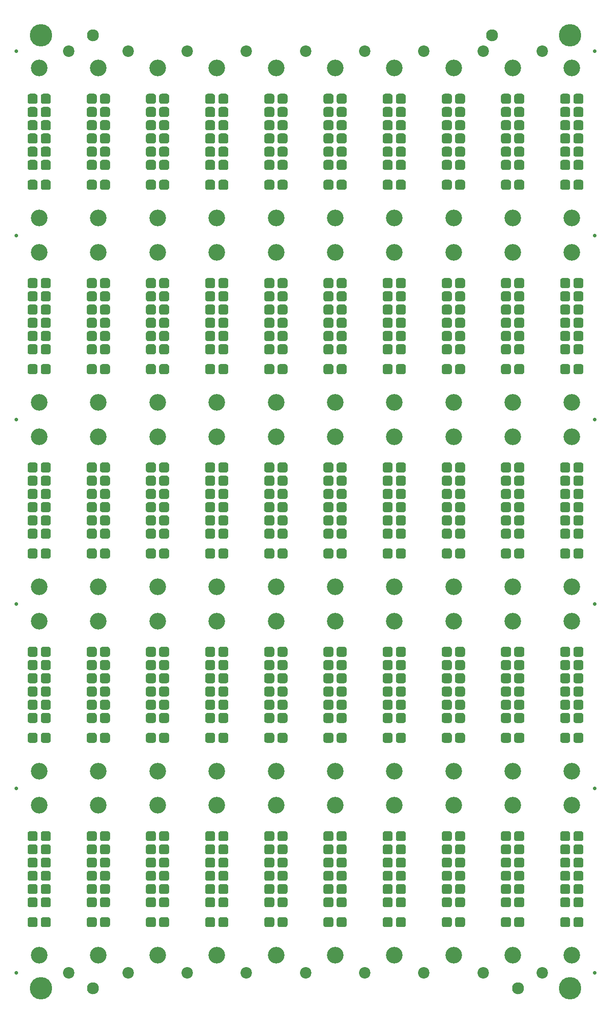
<source format=gbr>
%FSLAX36Y36*%
%MOMM*%
%SFA1.000B1.000*%

%MIA0B0*%
%IPPOS*%
%ADD13C,3.20000*%
%ADD19C,2.20000*%
%ADD21C,0.70000*%
%ADD25C,0.20000*%
%ADD27C,2.30000*%
%ADD28C,4.30000*%
%LNSM*%
%LPD*%
G54D13*
X38823000Y40125000D03*
X38823000Y11350000D03*
X27449000Y11350000D03*
X27449000Y40125000D03*
X61572000Y40125000D03*
X61572000Y11350000D03*
X50197000Y11350000D03*
X50197000Y40125000D03*
X84320000Y40125000D03*
X84320000Y11350000D03*
X72946000Y11350000D03*
X72946000Y40125000D03*
X107069000Y40125000D03*
X107069000Y11350000D03*
X95694000Y11350000D03*
X95694000Y40125000D03*
X4700000Y40125000D03*
X4700000Y11350000D03*
X16074000Y11350000D03*
X16074000Y40125000D03*
X16074000Y181625000D03*
X16074000Y152850000D03*
X4700000Y152850000D03*
X4700000Y181625000D03*
X95694000Y181625000D03*
X95694000Y152850000D03*
X107069000Y152850000D03*
X107069000Y181625000D03*
X72946000Y181625000D03*
X72946000Y152850000D03*
X84320000Y152850000D03*
X84320000Y181625000D03*
X50197000Y181625000D03*
X50197000Y152850000D03*
X61572000Y152850000D03*
X61572000Y181625000D03*
X27449000Y181625000D03*
X27449000Y152850000D03*
X38823000Y152850000D03*
X38823000Y181625000D03*
X16074000Y146250000D03*
X16074000Y117475000D03*
X4700000Y117475000D03*
X4700000Y146250000D03*
X95694000Y146250000D03*
X95694000Y117475000D03*
X107069000Y117475000D03*
X107069000Y146250000D03*
X72946000Y146250000D03*
X72946000Y117475000D03*
X84320000Y117475000D03*
X84320000Y146250000D03*
X50197000Y146250000D03*
X50197000Y117475000D03*
X61572000Y117475000D03*
X61572000Y146250000D03*
X27449000Y146250000D03*
X27449000Y117475000D03*
X38823000Y117475000D03*
X38823000Y146250000D03*
X16074000Y110875000D03*
X16074000Y82100000D03*
X4700000Y82100000D03*
X4700000Y110875000D03*
X95694000Y110875000D03*
X95694000Y82100000D03*
X107069000Y82100000D03*
X107069000Y110875000D03*
X72946000Y110875000D03*
X72946000Y82100000D03*
X84320000Y82100000D03*
X84320000Y110875000D03*
X50197000Y110875000D03*
X50197000Y82100000D03*
X61572000Y82100000D03*
X61572000Y110875000D03*
X27449000Y110875000D03*
X27449000Y82100000D03*
X38823000Y82100000D03*
X38823000Y110875000D03*
X16074000Y75500000D03*
X16074000Y46725000D03*
X4700000Y46725000D03*
X4700000Y75500000D03*
X95694000Y75500000D03*
X95694000Y46725000D03*
X107069000Y46725000D03*
X107069000Y75500000D03*
X72946000Y75500000D03*
X72946000Y46725000D03*
X84320000Y46725000D03*
X84320000Y75500000D03*
X50197000Y75500000D03*
X50197000Y46725000D03*
X61572000Y46725000D03*
X61572000Y75500000D03*
X27449000Y75500000D03*
X27449000Y46725000D03*
X38823000Y46725000D03*
X38823000Y75500000D03*
G54D19*
X21749000Y184875000D03*
X21749000Y8000000D03*
X33123000Y184875000D03*
X33123000Y8000000D03*
X44497000Y184875000D03*
X44497000Y8000000D03*
X55872000Y184875000D03*
X55872000Y8000000D03*
X67246000Y184875000D03*
X67246000Y8000000D03*
X78620000Y184875000D03*
X78620000Y8000000D03*
X89994000Y184875000D03*
X89994000Y8000000D03*
X101369000Y184875000D03*
X101369000Y8000000D03*
X10374000Y8000000D03*
X10374000Y184875000D03*
G54D21*
X300000Y43375000D03*
X111443000Y43375000D03*
X300000Y78750000D03*
X111443000Y78750000D03*
X300000Y114125000D03*
X111443000Y114125000D03*
X300000Y149500000D03*
X111443000Y149500000D03*
X300000Y184875000D03*
X111443000Y184875000D03*
X111443000Y8000000D03*
X300000Y8000000D03*
G54D27*
X91743000Y187875000D03*
X15000000Y187875000D03*
X96743000Y5000000D03*
X15000000Y5000000D03*
G54D28*
X106743000Y187875000D03*
X5000000Y187875000D03*
X106743000Y5000000D03*
X5000000Y5000000D03*
G54D25*
X39198000Y27065000D02*
G01X39198000Y26165000D01*
X39623000Y25740000D02*
G01X40523000Y25740000D01*
X40948000Y26165000D02*
G01X40948000Y27065000D01*
X40523000Y27490000D02*
G01X39623000Y27490000D01*
X40948000Y26163000D02*
G01X40948000Y27067000D01*
X40903000Y25975000D02*
G01X40903000Y27255000D01*
X40858000Y25903000D02*
G01X40858000Y27327000D01*
X40813000Y25854000D02*
G01X40813000Y27376000D01*
X40768000Y25818000D02*
G01X40768000Y27412000D01*
X40723000Y25790000D02*
G01X40723000Y27440000D01*
X40678000Y25769000D02*
G01X40678000Y27461000D01*
X40633000Y25754000D02*
G01X40633000Y27476000D01*
X40588000Y25745000D02*
G01X40588000Y27485000D01*
X40543000Y25740000D02*
G01X40543000Y27490000D01*
X40498000Y25740000D02*
G01X40498000Y27490000D01*
X40453000Y25740000D02*
G01X40453000Y27490000D01*
X40408000Y25740000D02*
G01X40408000Y27490000D01*
X40363000Y25740000D02*
G01X40363000Y27490000D01*
X40318000Y25740000D02*
G01X40318000Y27490000D01*
X40273000Y25740000D02*
G01X40273000Y27490000D01*
X40228000Y25740000D02*
G01X40228000Y27490000D01*
X40183000Y25740000D02*
G01X40183000Y27490000D01*
X40138000Y25740000D02*
G01X40138000Y27490000D01*
X40093000Y25740000D02*
G01X40093000Y27490000D01*
X40048000Y25740000D02*
G01X40048000Y27490000D01*
X40003000Y25740000D02*
G01X40003000Y27490000D01*
X39958000Y25740000D02*
G01X39958000Y27490000D01*
X39913000Y25740000D02*
G01X39913000Y27490000D01*
X39868000Y25740000D02*
G01X39868000Y27490000D01*
X39823000Y25740000D02*
G01X39823000Y27490000D01*
X39778000Y25740000D02*
G01X39778000Y27490000D01*
X39733000Y25740000D02*
G01X39733000Y27490000D01*
X39688000Y25740000D02*
G01X39688000Y27490000D01*
X39643000Y25740000D02*
G01X39643000Y27490000D01*
X39598000Y25741000D02*
G01X39598000Y27489000D01*
X39553000Y25746000D02*
G01X39553000Y27484000D01*
X39508000Y25756000D02*
G01X39508000Y27474000D01*
X39463000Y25771000D02*
G01X39463000Y27459000D01*
X39418000Y25793000D02*
G01X39418000Y27437000D01*
X39373000Y25821000D02*
G01X39373000Y27409000D01*
X39328000Y25859000D02*
G01X39328000Y27371000D01*
X39283000Y25910000D02*
G01X39283000Y27320000D01*
X39238000Y25985000D02*
G01X39238000Y27245000D01*
X40523000Y22410000D02*
G01X39623000Y22410000D01*
X39198000Y21985000D02*
G01X39198000Y21085000D01*
X39623000Y20660000D02*
G01X40523000Y20660000D01*
X40948000Y21085000D02*
G01X40948000Y21985000D01*
X40948000Y21083000D02*
G01X40948000Y21987000D01*
X40903000Y20895000D02*
G01X40903000Y22175000D01*
X40858000Y20823000D02*
G01X40858000Y22247000D01*
X40813000Y20774000D02*
G01X40813000Y22296000D01*
X40768000Y20738000D02*
G01X40768000Y22332000D01*
X40723000Y20710000D02*
G01X40723000Y22360000D01*
X40678000Y20689000D02*
G01X40678000Y22381000D01*
X40633000Y20674000D02*
G01X40633000Y22396000D01*
X40588000Y20665000D02*
G01X40588000Y22405000D01*
X40543000Y20660000D02*
G01X40543000Y22410000D01*
X40498000Y20660000D02*
G01X40498000Y22410000D01*
X40453000Y20660000D02*
G01X40453000Y22410000D01*
X40408000Y20660000D02*
G01X40408000Y22410000D01*
X40363000Y20660000D02*
G01X40363000Y22410000D01*
X40318000Y20660000D02*
G01X40318000Y22410000D01*
X40273000Y20660000D02*
G01X40273000Y22410000D01*
X40228000Y20660000D02*
G01X40228000Y22410000D01*
X40183000Y20660000D02*
G01X40183000Y22410000D01*
X40138000Y20660000D02*
G01X40138000Y22410000D01*
X40093000Y20660000D02*
G01X40093000Y22410000D01*
X40048000Y20660000D02*
G01X40048000Y22410000D01*
X40003000Y20660000D02*
G01X40003000Y22410000D01*
X39958000Y20660000D02*
G01X39958000Y22410000D01*
X39913000Y20660000D02*
G01X39913000Y22410000D01*
X39868000Y20660000D02*
G01X39868000Y22410000D01*
X39823000Y20660000D02*
G01X39823000Y22410000D01*
X39778000Y20660000D02*
G01X39778000Y22410000D01*
X39733000Y20660000D02*
G01X39733000Y22410000D01*
X39688000Y20660000D02*
G01X39688000Y22410000D01*
X39643000Y20660000D02*
G01X39643000Y22410000D01*
X39598000Y20661000D02*
G01X39598000Y22409000D01*
X39553000Y20666000D02*
G01X39553000Y22404000D01*
X39508000Y20676000D02*
G01X39508000Y22394000D01*
X39463000Y20691000D02*
G01X39463000Y22379000D01*
X39418000Y20713000D02*
G01X39418000Y22357000D01*
X39373000Y20741000D02*
G01X39373000Y22329000D01*
X39328000Y20779000D02*
G01X39328000Y22291000D01*
X39283000Y20830000D02*
G01X39283000Y22240000D01*
X39238000Y20905000D02*
G01X39238000Y22165000D01*
X39198000Y29605000D02*
G01X39198000Y28705000D01*
X39623000Y28280000D02*
G01X40523000Y28280000D01*
X40948000Y28705000D02*
G01X40948000Y29605000D01*
X40523000Y30030000D02*
G01X39623000Y30030000D01*
X40948000Y28703000D02*
G01X40948000Y29607000D01*
X40903000Y28515000D02*
G01X40903000Y29795000D01*
X40858000Y28443000D02*
G01X40858000Y29867000D01*
X40813000Y28394000D02*
G01X40813000Y29916000D01*
X40768000Y28358000D02*
G01X40768000Y29952000D01*
X40723000Y28330000D02*
G01X40723000Y29980000D01*
X40678000Y28309000D02*
G01X40678000Y30001000D01*
X40633000Y28294000D02*
G01X40633000Y30016000D01*
X40588000Y28285000D02*
G01X40588000Y30025000D01*
X40543000Y28280000D02*
G01X40543000Y30030000D01*
X40498000Y28280000D02*
G01X40498000Y30030000D01*
X40453000Y28280000D02*
G01X40453000Y30030000D01*
X40408000Y28280000D02*
G01X40408000Y30030000D01*
X40363000Y28280000D02*
G01X40363000Y30030000D01*
X40318000Y28280000D02*
G01X40318000Y30030000D01*
X40273000Y28280000D02*
G01X40273000Y30030000D01*
X40228000Y28280000D02*
G01X40228000Y30030000D01*
X40183000Y28280000D02*
G01X40183000Y30030000D01*
X40138000Y28280000D02*
G01X40138000Y30030000D01*
X40093000Y28280000D02*
G01X40093000Y30030000D01*
X40048000Y28280000D02*
G01X40048000Y30030000D01*
X40003000Y28280000D02*
G01X40003000Y30030000D01*
X39958000Y28280000D02*
G01X39958000Y30030000D01*
X39913000Y28280000D02*
G01X39913000Y30030000D01*
X39868000Y28280000D02*
G01X39868000Y30030000D01*
X39823000Y28280000D02*
G01X39823000Y30030000D01*
X39778000Y28280000D02*
G01X39778000Y30030000D01*
X39733000Y28280000D02*
G01X39733000Y30030000D01*
X39688000Y28280000D02*
G01X39688000Y30030000D01*
X39643000Y28280000D02*
G01X39643000Y30030000D01*
X39598000Y28281000D02*
G01X39598000Y30029000D01*
X39553000Y28286000D02*
G01X39553000Y30024000D01*
X39508000Y28296000D02*
G01X39508000Y30014000D01*
X39463000Y28311000D02*
G01X39463000Y29999000D01*
X39418000Y28333000D02*
G01X39418000Y29977000D01*
X39373000Y28361000D02*
G01X39373000Y29949000D01*
X39328000Y28399000D02*
G01X39328000Y29911000D01*
X39283000Y28450000D02*
G01X39283000Y29860000D01*
X39238000Y28525000D02*
G01X39238000Y29785000D01*
X40523000Y24950000D02*
G01X39623000Y24950000D01*
X39198000Y24525000D02*
G01X39198000Y23625000D01*
X39623000Y23200000D02*
G01X40523000Y23200000D01*
X40948000Y23625000D02*
G01X40948000Y24525000D01*
X40948000Y23623000D02*
G01X40948000Y24527000D01*
X40903000Y23435000D02*
G01X40903000Y24715000D01*
X40858000Y23363000D02*
G01X40858000Y24787000D01*
X40813000Y23314000D02*
G01X40813000Y24836000D01*
X40768000Y23278000D02*
G01X40768000Y24872000D01*
X40723000Y23250000D02*
G01X40723000Y24900000D01*
X40678000Y23229000D02*
G01X40678000Y24921000D01*
X40633000Y23214000D02*
G01X40633000Y24936000D01*
X40588000Y23205000D02*
G01X40588000Y24945000D01*
X40543000Y23200000D02*
G01X40543000Y24950000D01*
X40498000Y23200000D02*
G01X40498000Y24950000D01*
X40453000Y23200000D02*
G01X40453000Y24950000D01*
X40408000Y23200000D02*
G01X40408000Y24950000D01*
X40363000Y23200000D02*
G01X40363000Y24950000D01*
X40318000Y23200000D02*
G01X40318000Y24950000D01*
X40273000Y23200000D02*
G01X40273000Y24950000D01*
X40228000Y23200000D02*
G01X40228000Y24950000D01*
X40183000Y23200000D02*
G01X40183000Y24950000D01*
X40138000Y23200000D02*
G01X40138000Y24950000D01*
X40093000Y23200000D02*
G01X40093000Y24950000D01*
X40048000Y23200000D02*
G01X40048000Y24950000D01*
X40003000Y23200000D02*
G01X40003000Y24950000D01*
X39958000Y23200000D02*
G01X39958000Y24950000D01*
X39913000Y23200000D02*
G01X39913000Y24950000D01*
X39868000Y23200000D02*
G01X39868000Y24950000D01*
X39823000Y23200000D02*
G01X39823000Y24950000D01*
X39778000Y23200000D02*
G01X39778000Y24950000D01*
X39733000Y23200000D02*
G01X39733000Y24950000D01*
X39688000Y23200000D02*
G01X39688000Y24950000D01*
X39643000Y23200000D02*
G01X39643000Y24950000D01*
X39598000Y23201000D02*
G01X39598000Y24949000D01*
X39553000Y23206000D02*
G01X39553000Y24944000D01*
X39508000Y23216000D02*
G01X39508000Y24934000D01*
X39463000Y23231000D02*
G01X39463000Y24919000D01*
X39418000Y23253000D02*
G01X39418000Y24897000D01*
X39373000Y23281000D02*
G01X39373000Y24869000D01*
X39328000Y23319000D02*
G01X39328000Y24831000D01*
X39283000Y23370000D02*
G01X39283000Y24780000D01*
X39238000Y23445000D02*
G01X39238000Y24705000D01*
X39623000Y33360000D02*
G01X40523000Y33360000D01*
X40948000Y33785000D02*
G01X40948000Y34685000D01*
X40523000Y35110000D02*
G01X39623000Y35110000D01*
X39198000Y34685000D02*
G01X39198000Y33785000D01*
X40948000Y33783000D02*
G01X40948000Y34687000D01*
X40903000Y33595000D02*
G01X40903000Y34875000D01*
X40858000Y33523000D02*
G01X40858000Y34947000D01*
X40813000Y33474000D02*
G01X40813000Y34996000D01*
X40768000Y33438000D02*
G01X40768000Y35032000D01*
X40723000Y33410000D02*
G01X40723000Y35060000D01*
X40678000Y33389000D02*
G01X40678000Y35081000D01*
X40633000Y33374000D02*
G01X40633000Y35096000D01*
X40588000Y33365000D02*
G01X40588000Y35105000D01*
X40543000Y33360000D02*
G01X40543000Y35110000D01*
X40498000Y33360000D02*
G01X40498000Y35110000D01*
X40453000Y33360000D02*
G01X40453000Y35110000D01*
X40408000Y33360000D02*
G01X40408000Y35110000D01*
X40363000Y33360000D02*
G01X40363000Y35110000D01*
X40318000Y33360000D02*
G01X40318000Y35110000D01*
X40273000Y33360000D02*
G01X40273000Y35110000D01*
X40228000Y33360000D02*
G01X40228000Y35110000D01*
X40183000Y33360000D02*
G01X40183000Y35110000D01*
X40138000Y33360000D02*
G01X40138000Y35110000D01*
X40093000Y33360000D02*
G01X40093000Y35110000D01*
X40048000Y33360000D02*
G01X40048000Y35110000D01*
X40003000Y33360000D02*
G01X40003000Y35110000D01*
X39958000Y33360000D02*
G01X39958000Y35110000D01*
X39913000Y33360000D02*
G01X39913000Y35110000D01*
X39868000Y33360000D02*
G01X39868000Y35110000D01*
X39823000Y33360000D02*
G01X39823000Y35110000D01*
X39778000Y33360000D02*
G01X39778000Y35110000D01*
X39733000Y33360000D02*
G01X39733000Y35110000D01*
X39688000Y33360000D02*
G01X39688000Y35110000D01*
X39643000Y33360000D02*
G01X39643000Y35110000D01*
X39598000Y33361000D02*
G01X39598000Y35109000D01*
X39553000Y33366000D02*
G01X39553000Y35104000D01*
X39508000Y33376000D02*
G01X39508000Y35094000D01*
X39463000Y33391000D02*
G01X39463000Y35079000D01*
X39418000Y33413000D02*
G01X39418000Y35057000D01*
X39373000Y33441000D02*
G01X39373000Y35029000D01*
X39328000Y33479000D02*
G01X39328000Y34991000D01*
X39283000Y33530000D02*
G01X39283000Y34940000D01*
X39238000Y33605000D02*
G01X39238000Y34865000D01*
X39623000Y30820000D02*
G01X40523000Y30820000D01*
X40948000Y31245000D02*
G01X40948000Y32145000D01*
X40523000Y32570000D02*
G01X39623000Y32570000D01*
X39198000Y32145000D02*
G01X39198000Y31245000D01*
X40948000Y31243000D02*
G01X40948000Y32147000D01*
X40903000Y31055000D02*
G01X40903000Y32335000D01*
X40858000Y30983000D02*
G01X40858000Y32407000D01*
X40813000Y30934000D02*
G01X40813000Y32456000D01*
X40768000Y30898000D02*
G01X40768000Y32492000D01*
X40723000Y30870000D02*
G01X40723000Y32520000D01*
X40678000Y30849000D02*
G01X40678000Y32541000D01*
X40633000Y30834000D02*
G01X40633000Y32556000D01*
X40588000Y30825000D02*
G01X40588000Y32565000D01*
X40543000Y30820000D02*
G01X40543000Y32570000D01*
X40498000Y30820000D02*
G01X40498000Y32570000D01*
X40453000Y30820000D02*
G01X40453000Y32570000D01*
X40408000Y30820000D02*
G01X40408000Y32570000D01*
X40363000Y30820000D02*
G01X40363000Y32570000D01*
X40318000Y30820000D02*
G01X40318000Y32570000D01*
X40273000Y30820000D02*
G01X40273000Y32570000D01*
X40228000Y30820000D02*
G01X40228000Y32570000D01*
X40183000Y30820000D02*
G01X40183000Y32570000D01*
X40138000Y30820000D02*
G01X40138000Y32570000D01*
X40093000Y30820000D02*
G01X40093000Y32570000D01*
X40048000Y30820000D02*
G01X40048000Y32570000D01*
X40003000Y30820000D02*
G01X40003000Y32570000D01*
X39958000Y30820000D02*
G01X39958000Y32570000D01*
X39913000Y30820000D02*
G01X39913000Y32570000D01*
X39868000Y30820000D02*
G01X39868000Y32570000D01*
X39823000Y30820000D02*
G01X39823000Y32570000D01*
X39778000Y30820000D02*
G01X39778000Y32570000D01*
X39733000Y30820000D02*
G01X39733000Y32570000D01*
X39688000Y30820000D02*
G01X39688000Y32570000D01*
X39643000Y30820000D02*
G01X39643000Y32570000D01*
X39598000Y30821000D02*
G01X39598000Y32569000D01*
X39553000Y30826000D02*
G01X39553000Y32564000D01*
X39508000Y30836000D02*
G01X39508000Y32554000D01*
X39463000Y30851000D02*
G01X39463000Y32539000D01*
X39418000Y30873000D02*
G01X39418000Y32517000D01*
X39373000Y30901000D02*
G01X39373000Y32489000D01*
X39328000Y30939000D02*
G01X39328000Y32451000D01*
X39283000Y30990000D02*
G01X39283000Y32400000D01*
X39238000Y31065000D02*
G01X39238000Y32325000D01*
X39623000Y16850000D02*
G01X40523000Y16850000D01*
X40948000Y17275000D02*
G01X40948000Y18175000D01*
X40523000Y18600000D02*
G01X39623000Y18600000D01*
X39198000Y18175000D02*
G01X39198000Y17275000D01*
X40948000Y17273000D02*
G01X40948000Y18177000D01*
X40903000Y17085000D02*
G01X40903000Y18365000D01*
X40858000Y17013000D02*
G01X40858000Y18437000D01*
X40813000Y16964000D02*
G01X40813000Y18486000D01*
X40768000Y16928000D02*
G01X40768000Y18522000D01*
X40723000Y16900000D02*
G01X40723000Y18550000D01*
X40678000Y16879000D02*
G01X40678000Y18571000D01*
X40633000Y16864000D02*
G01X40633000Y18586000D01*
X40588000Y16855000D02*
G01X40588000Y18595000D01*
X40543000Y16850000D02*
G01X40543000Y18600000D01*
X40498000Y16850000D02*
G01X40498000Y18600000D01*
X40453000Y16850000D02*
G01X40453000Y18600000D01*
X40408000Y16850000D02*
G01X40408000Y18600000D01*
X40363000Y16850000D02*
G01X40363000Y18600000D01*
X40318000Y16850000D02*
G01X40318000Y18600000D01*
X40273000Y16850000D02*
G01X40273000Y18600000D01*
X40228000Y16850000D02*
G01X40228000Y18600000D01*
X40183000Y16850000D02*
G01X40183000Y18600000D01*
X40138000Y16850000D02*
G01X40138000Y18600000D01*
X40093000Y16850000D02*
G01X40093000Y18600000D01*
X40048000Y16850000D02*
G01X40048000Y18600000D01*
X40003000Y16850000D02*
G01X40003000Y18600000D01*
X39958000Y16850000D02*
G01X39958000Y18600000D01*
X39913000Y16850000D02*
G01X39913000Y18600000D01*
X39868000Y16850000D02*
G01X39868000Y18600000D01*
X39823000Y16850000D02*
G01X39823000Y18600000D01*
X39778000Y16850000D02*
G01X39778000Y18600000D01*
X39733000Y16850000D02*
G01X39733000Y18600000D01*
X39688000Y16850000D02*
G01X39688000Y18600000D01*
X39643000Y16850000D02*
G01X39643000Y18600000D01*
X39598000Y16851000D02*
G01X39598000Y18599000D01*
X39553000Y16856000D02*
G01X39553000Y18594000D01*
X39508000Y16866000D02*
G01X39508000Y18584000D01*
X39463000Y16881000D02*
G01X39463000Y18569000D01*
X39418000Y16903000D02*
G01X39418000Y18547000D01*
X39373000Y16931000D02*
G01X39373000Y18519000D01*
X39328000Y16969000D02*
G01X39328000Y18481000D01*
X39283000Y17020000D02*
G01X39283000Y18430000D01*
X39238000Y17095000D02*
G01X39238000Y18355000D01*
X36658000Y27065000D02*
G01X36658000Y26165000D01*
X37083000Y25740000D02*
G01X37983000Y25740000D01*
X38408000Y26165000D02*
G01X38408000Y27065000D01*
X37983000Y27490000D02*
G01X37083000Y27490000D01*
X38408000Y26163000D02*
G01X38408000Y27067000D01*
X38363000Y25975000D02*
G01X38363000Y27255000D01*
X38318000Y25903000D02*
G01X38318000Y27327000D01*
X38273000Y25854000D02*
G01X38273000Y27376000D01*
X38228000Y25818000D02*
G01X38228000Y27412000D01*
X38183000Y25790000D02*
G01X38183000Y27440000D01*
X38138000Y25769000D02*
G01X38138000Y27461000D01*
X38093000Y25754000D02*
G01X38093000Y27476000D01*
X38048000Y25745000D02*
G01X38048000Y27485000D01*
X38003000Y25740000D02*
G01X38003000Y27490000D01*
X37958000Y25740000D02*
G01X37958000Y27490000D01*
X37913000Y25740000D02*
G01X37913000Y27490000D01*
X37868000Y25740000D02*
G01X37868000Y27490000D01*
X37823000Y25740000D02*
G01X37823000Y27490000D01*
X37778000Y25740000D02*
G01X37778000Y27490000D01*
X37733000Y25740000D02*
G01X37733000Y27490000D01*
X37688000Y25740000D02*
G01X37688000Y27490000D01*
X37643000Y25740000D02*
G01X37643000Y27490000D01*
X37598000Y25740000D02*
G01X37598000Y27490000D01*
X37553000Y25740000D02*
G01X37553000Y27490000D01*
X37508000Y25740000D02*
G01X37508000Y27490000D01*
X37463000Y25740000D02*
G01X37463000Y27490000D01*
X37418000Y25740000D02*
G01X37418000Y27490000D01*
X37373000Y25740000D02*
G01X37373000Y27490000D01*
X37328000Y25740000D02*
G01X37328000Y27490000D01*
X37283000Y25740000D02*
G01X37283000Y27490000D01*
X37238000Y25740000D02*
G01X37238000Y27490000D01*
X37193000Y25740000D02*
G01X37193000Y27490000D01*
X37148000Y25740000D02*
G01X37148000Y27490000D01*
X37103000Y25740000D02*
G01X37103000Y27490000D01*
X37058000Y25741000D02*
G01X37058000Y27489000D01*
X37013000Y25746000D02*
G01X37013000Y27484000D01*
X36968000Y25756000D02*
G01X36968000Y27474000D01*
X36923000Y25771000D02*
G01X36923000Y27459000D01*
X36878000Y25793000D02*
G01X36878000Y27437000D01*
X36833000Y25821000D02*
G01X36833000Y27409000D01*
X36788000Y25859000D02*
G01X36788000Y27371000D01*
X36743000Y25910000D02*
G01X36743000Y27320000D01*
X36698000Y25985000D02*
G01X36698000Y27245000D01*
X37983000Y22410000D02*
G01X37083000Y22410000D01*
X36658000Y21985000D02*
G01X36658000Y21085000D01*
X37083000Y20660000D02*
G01X37983000Y20660000D01*
X38408000Y21085000D02*
G01X38408000Y21985000D01*
X38408000Y21083000D02*
G01X38408000Y21987000D01*
X38363000Y20895000D02*
G01X38363000Y22175000D01*
X38318000Y20823000D02*
G01X38318000Y22247000D01*
X38273000Y20774000D02*
G01X38273000Y22296000D01*
X38228000Y20738000D02*
G01X38228000Y22332000D01*
X38183000Y20710000D02*
G01X38183000Y22360000D01*
X38138000Y20689000D02*
G01X38138000Y22381000D01*
X38093000Y20674000D02*
G01X38093000Y22396000D01*
X38048000Y20665000D02*
G01X38048000Y22405000D01*
X38003000Y20660000D02*
G01X38003000Y22410000D01*
X37958000Y20660000D02*
G01X37958000Y22410000D01*
X37913000Y20660000D02*
G01X37913000Y22410000D01*
X37868000Y20660000D02*
G01X37868000Y22410000D01*
X37823000Y20660000D02*
G01X37823000Y22410000D01*
X37778000Y20660000D02*
G01X37778000Y22410000D01*
X37733000Y20660000D02*
G01X37733000Y22410000D01*
X37688000Y20660000D02*
G01X37688000Y22410000D01*
X37643000Y20660000D02*
G01X37643000Y22410000D01*
X37553000Y20660000D02*
G01X37553000Y22410000D01*
X37508000Y20660000D02*
G01X37508000Y22410000D01*
X37463000Y20660000D02*
G01X37463000Y22410000D01*
X37418000Y20660000D02*
G01X37418000Y22410000D01*
X37373000Y20660000D02*
G01X37373000Y22410000D01*
X37328000Y20660000D02*
G01X37328000Y22410000D01*
X37283000Y20660000D02*
G01X37283000Y22410000D01*
X37238000Y20660000D02*
G01X37238000Y22410000D01*
X37193000Y20660000D02*
G01X37193000Y22410000D01*
X37148000Y20660000D02*
G01X37148000Y22410000D01*
X37103000Y20660000D02*
G01X37103000Y22410000D01*
X37058000Y20661000D02*
G01X37058000Y22409000D01*
X37013000Y20666000D02*
G01X37013000Y22404000D01*
X36968000Y20676000D02*
G01X36968000Y22394000D01*
X36923000Y20691000D02*
G01X36923000Y22379000D01*
X36878000Y20713000D02*
G01X36878000Y22357000D01*
X36833000Y20741000D02*
G01X36833000Y22329000D01*
X36788000Y20779000D02*
G01X36788000Y22291000D01*
X36743000Y20830000D02*
G01X36743000Y22240000D01*
X36698000Y20905000D02*
G01X36698000Y22165000D01*
X36658000Y29605000D02*
G01X36658000Y28705000D01*
X37083000Y28280000D02*
G01X37983000Y28280000D01*
X38408000Y28705000D02*
G01X38408000Y29605000D01*
X37983000Y30030000D02*
G01X37083000Y30030000D01*
X38408000Y28703000D02*
G01X38408000Y29607000D01*
X38363000Y28515000D02*
G01X38363000Y29795000D01*
X38318000Y28443000D02*
G01X38318000Y29867000D01*
X38273000Y28394000D02*
G01X38273000Y29916000D01*
X38228000Y28358000D02*
G01X38228000Y29952000D01*
X38183000Y28330000D02*
G01X38183000Y29980000D01*
X38138000Y28309000D02*
G01X38138000Y30001000D01*
X38093000Y28294000D02*
G01X38093000Y30016000D01*
X38048000Y28285000D02*
G01X38048000Y30025000D01*
X38003000Y28280000D02*
G01X38003000Y30030000D01*
X37958000Y28280000D02*
G01X37958000Y30030000D01*
X37913000Y28280000D02*
G01X37913000Y30030000D01*
X37868000Y28280000D02*
G01X37868000Y30030000D01*
X37823000Y28280000D02*
G01X37823000Y30030000D01*
X37778000Y28280000D02*
G01X37778000Y30030000D01*
X37733000Y28280000D02*
G01X37733000Y30030000D01*
X37688000Y28280000D02*
G01X37688000Y30030000D01*
X37643000Y28280000D02*
G01X37643000Y30030000D01*
X37598000Y28280000D02*
G01X37598000Y30030000D01*
X37553000Y28280000D02*
G01X37553000Y30030000D01*
X37508000Y28280000D02*
G01X37508000Y30030000D01*
X37463000Y28280000D02*
G01X37463000Y30030000D01*
X37418000Y28280000D02*
G01X37418000Y30030000D01*
X37373000Y28280000D02*
G01X37373000Y30030000D01*
X37328000Y28280000D02*
G01X37328000Y30030000D01*
X37283000Y28280000D02*
G01X37283000Y30030000D01*
X37238000Y28280000D02*
G01X37238000Y30030000D01*
X37193000Y28280000D02*
G01X37193000Y30030000D01*
X37148000Y28280000D02*
G01X37148000Y30030000D01*
X37103000Y28280000D02*
G01X37103000Y30030000D01*
X37058000Y28281000D02*
G01X37058000Y30029000D01*
X37013000Y28286000D02*
G01X37013000Y30024000D01*
X36968000Y28296000D02*
G01X36968000Y30014000D01*
X36923000Y28311000D02*
G01X36923000Y29999000D01*
X36878000Y28333000D02*
G01X36878000Y29977000D01*
X36833000Y28361000D02*
G01X36833000Y29949000D01*
X36788000Y28399000D02*
G01X36788000Y29911000D01*
X36743000Y28450000D02*
G01X36743000Y29860000D01*
X36698000Y28525000D02*
G01X36698000Y29785000D01*
X37983000Y24950000D02*
G01X37083000Y24950000D01*
X36658000Y24525000D02*
G01X36658000Y23625000D01*
X37083000Y23200000D02*
G01X37983000Y23200000D01*
X38408000Y23625000D02*
G01X38408000Y24525000D01*
X38408000Y23623000D02*
G01X38408000Y24527000D01*
X38363000Y23435000D02*
G01X38363000Y24715000D01*
X38318000Y23363000D02*
G01X38318000Y24787000D01*
X38273000Y23314000D02*
G01X38273000Y24836000D01*
X38228000Y23278000D02*
G01X38228000Y24872000D01*
X38183000Y23250000D02*
G01X38183000Y24900000D01*
X38138000Y23229000D02*
G01X38138000Y24921000D01*
X38093000Y23214000D02*
G01X38093000Y24936000D01*
X38048000Y23205000D02*
G01X38048000Y24945000D01*
X38003000Y23200000D02*
G01X38003000Y24950000D01*
X37958000Y23200000D02*
G01X37958000Y24950000D01*
X37913000Y23200000D02*
G01X37913000Y24950000D01*
X37868000Y23200000D02*
G01X37868000Y24950000D01*
X37823000Y23200000D02*
G01X37823000Y24950000D01*
X37778000Y23200000D02*
G01X37778000Y24950000D01*
X37733000Y23200000D02*
G01X37733000Y24950000D01*
X37688000Y23200000D02*
G01X37688000Y24950000D01*
X37643000Y23200000D02*
G01X37643000Y24950000D01*
X37598000Y23200000D02*
G01X37598000Y24950000D01*
X37553000Y23200000D02*
G01X37553000Y24950000D01*
X37508000Y23200000D02*
G01X37508000Y24950000D01*
X37463000Y23200000D02*
G01X37463000Y24950000D01*
X37418000Y23200000D02*
G01X37418000Y24950000D01*
X37373000Y23200000D02*
G01X37373000Y24950000D01*
X37328000Y23200000D02*
G01X37328000Y24950000D01*
X37283000Y23200000D02*
G01X37283000Y24950000D01*
X37238000Y23200000D02*
G01X37238000Y24950000D01*
X37193000Y23200000D02*
G01X37193000Y24950000D01*
X37148000Y23200000D02*
G01X37148000Y24950000D01*
X37103000Y23200000D02*
G01X37103000Y24950000D01*
X37058000Y23201000D02*
G01X37058000Y24949000D01*
X37013000Y23206000D02*
G01X37013000Y24944000D01*
X36968000Y23216000D02*
G01X36968000Y24934000D01*
X36923000Y23231000D02*
G01X36923000Y24919000D01*
X36878000Y23253000D02*
G01X36878000Y24897000D01*
X36833000Y23281000D02*
G01X36833000Y24869000D01*
X36788000Y23319000D02*
G01X36788000Y24831000D01*
X36743000Y23370000D02*
G01X36743000Y24780000D01*
X36698000Y23445000D02*
G01X36698000Y24705000D01*
X37083000Y33360000D02*
G01X37983000Y33360000D01*
X38408000Y33785000D02*
G01X38408000Y34685000D01*
X37983000Y35110000D02*
G01X37083000Y35110000D01*
X36658000Y34685000D02*
G01X36658000Y33785000D01*
X38408000Y33783000D02*
G01X38408000Y34687000D01*
X38363000Y33595000D02*
G01X38363000Y34875000D01*
X38318000Y33523000D02*
G01X38318000Y34947000D01*
X38273000Y33474000D02*
G01X38273000Y34996000D01*
X38228000Y33438000D02*
G01X38228000Y35032000D01*
X38183000Y33410000D02*
G01X38183000Y35060000D01*
X38138000Y33389000D02*
G01X38138000Y35081000D01*
X38093000Y33374000D02*
G01X38093000Y35096000D01*
X38048000Y33365000D02*
G01X38048000Y35105000D01*
X38003000Y33360000D02*
G01X38003000Y35110000D01*
X37958000Y33360000D02*
G01X37958000Y35110000D01*
X37913000Y33360000D02*
G01X37913000Y35110000D01*
X37868000Y33360000D02*
G01X37868000Y35110000D01*
X37823000Y33360000D02*
G01X37823000Y35110000D01*
X37778000Y33360000D02*
G01X37778000Y35110000D01*
X37733000Y33360000D02*
G01X37733000Y35110000D01*
X37688000Y33360000D02*
G01X37688000Y35110000D01*
X37643000Y33360000D02*
G01X37643000Y35110000D01*
X37598000Y33360000D02*
G01X37598000Y35110000D01*
X37553000Y33360000D02*
G01X37553000Y35110000D01*
X37508000Y33360000D02*
G01X37508000Y35110000D01*
X37463000Y33360000D02*
G01X37463000Y35110000D01*
X37418000Y33360000D02*
G01X37418000Y35110000D01*
X37373000Y33360000D02*
G01X37373000Y35110000D01*
X37328000Y33360000D02*
G01X37328000Y35110000D01*
X37283000Y33360000D02*
G01X37283000Y35110000D01*
X37238000Y33360000D02*
G01X37238000Y35110000D01*
X37193000Y33360000D02*
G01X37193000Y35110000D01*
X37148000Y33360000D02*
G01X37148000Y35110000D01*
X37103000Y33360000D02*
G01X37103000Y35110000D01*
X37058000Y33361000D02*
G01X37058000Y35109000D01*
X37013000Y33366000D02*
G01X37013000Y35104000D01*
X36968000Y33376000D02*
G01X36968000Y35094000D01*
X36923000Y33391000D02*
G01X36923000Y35079000D01*
X36878000Y33413000D02*
G01X36878000Y35057000D01*
X36833000Y33441000D02*
G01X36833000Y35029000D01*
X36788000Y33479000D02*
G01X36788000Y34991000D01*
X36743000Y33530000D02*
G01X36743000Y34940000D01*
X36698000Y33605000D02*
G01X36698000Y34865000D01*
X37083000Y30820000D02*
G01X37983000Y30820000D01*
X38408000Y31245000D02*
G01X38408000Y32145000D01*
X37983000Y32570000D02*
G01X37083000Y32570000D01*
X36658000Y32145000D02*
G01X36658000Y31245000D01*
X38408000Y31243000D02*
G01X38408000Y32147000D01*
X38363000Y31055000D02*
G01X38363000Y32335000D01*
X38318000Y30983000D02*
G01X38318000Y32407000D01*
X38273000Y30934000D02*
G01X38273000Y32456000D01*
X38228000Y30898000D02*
G01X38228000Y32492000D01*
X38183000Y30870000D02*
G01X38183000Y32520000D01*
X38138000Y30849000D02*
G01X38138000Y32541000D01*
X38093000Y30834000D02*
G01X38093000Y32556000D01*
X38048000Y30825000D02*
G01X38048000Y32565000D01*
X38003000Y30820000D02*
G01X38003000Y32570000D01*
X37958000Y30820000D02*
G01X37958000Y32570000D01*
X37913000Y30820000D02*
G01X37913000Y32570000D01*
X37868000Y30820000D02*
G01X37868000Y32570000D01*
X37823000Y30820000D02*
G01X37823000Y32570000D01*
X37778000Y30820000D02*
G01X37778000Y32570000D01*
X37733000Y30820000D02*
G01X37733000Y32570000D01*
X37688000Y30820000D02*
G01X37688000Y32570000D01*
X37643000Y30820000D02*
G01X37643000Y32570000D01*
X37598000Y30820000D02*
G01X37598000Y32570000D01*
X37553000Y30820000D02*
G01X37553000Y32570000D01*
X37508000Y30820000D02*
G01X37508000Y32570000D01*
X37463000Y30820000D02*
G01X37463000Y32570000D01*
X37418000Y30820000D02*
G01X37418000Y32570000D01*
X37373000Y30820000D02*
G01X37373000Y32570000D01*
X37328000Y30820000D02*
G01X37328000Y32570000D01*
X37283000Y30820000D02*
G01X37283000Y32570000D01*
X37238000Y30820000D02*
G01X37238000Y32570000D01*
X37193000Y30820000D02*
G01X37193000Y32570000D01*
X37148000Y30820000D02*
G01X37148000Y32570000D01*
X37103000Y30820000D02*
G01X37103000Y32570000D01*
X37058000Y30821000D02*
G01X37058000Y32569000D01*
X37013000Y30826000D02*
G01X37013000Y32564000D01*
X36968000Y30836000D02*
G01X36968000Y32554000D01*
X36923000Y30851000D02*
G01X36923000Y32539000D01*
X36878000Y30873000D02*
G01X36878000Y32517000D01*
X36833000Y30901000D02*
G01X36833000Y32489000D01*
X36788000Y30939000D02*
G01X36788000Y32451000D01*
X36743000Y30990000D02*
G01X36743000Y32400000D01*
X36698000Y31065000D02*
G01X36698000Y32325000D01*
X37083000Y16850000D02*
G01X37983000Y16850000D01*
X38408000Y17275000D02*
G01X38408000Y18175000D01*
X37983000Y18600000D02*
G01X37083000Y18600000D01*
X36658000Y18175000D02*
G01X36658000Y17275000D01*
X38408000Y17273000D02*
G01X38408000Y18177000D01*
X38363000Y17085000D02*
G01X38363000Y18365000D01*
X38318000Y17013000D02*
G01X38318000Y18437000D01*
X38273000Y16964000D02*
G01X38273000Y18486000D01*
X38228000Y16928000D02*
G01X38228000Y18522000D01*
X38183000Y16900000D02*
G01X38183000Y18550000D01*
X38138000Y16879000D02*
G01X38138000Y18571000D01*
X38093000Y16864000D02*
G01X38093000Y18586000D01*
X38048000Y16855000D02*
G01X38048000Y18595000D01*
X38003000Y16850000D02*
G01X38003000Y18600000D01*
X37958000Y16850000D02*
G01X37958000Y18600000D01*
X37913000Y16850000D02*
G01X37913000Y18600000D01*
X37868000Y16850000D02*
G01X37868000Y18600000D01*
X37823000Y16850000D02*
G01X37823000Y18600000D01*
X37778000Y16850000D02*
G01X37778000Y18600000D01*
X37733000Y16850000D02*
G01X37733000Y18600000D01*
X37688000Y16850000D02*
G01X37688000Y18600000D01*
X37643000Y16850000D02*
G01X37643000Y18600000D01*
X37598000Y16850000D02*
G01X37598000Y18600000D01*
X37553000Y16850000D02*
G01X37553000Y18600000D01*
X37508000Y16850000D02*
G01X37508000Y18600000D01*
X37463000Y16850000D02*
G01X37463000Y18600000D01*
X37418000Y16850000D02*
G01X37418000Y18600000D01*
X37373000Y16850000D02*
G01X37373000Y18600000D01*
X37328000Y16850000D02*
G01X37328000Y18600000D01*
X37283000Y16850000D02*
G01X37283000Y18600000D01*
X37238000Y16850000D02*
G01X37238000Y18600000D01*
X37193000Y16850000D02*
G01X37193000Y18600000D01*
X37148000Y16850000D02*
G01X37148000Y18600000D01*
X37103000Y16850000D02*
G01X37103000Y18600000D01*
X37058000Y16851000D02*
G01X37058000Y18599000D01*
X37013000Y16856000D02*
G01X37013000Y18594000D01*
X36968000Y16866000D02*
G01X36968000Y18584000D01*
X36923000Y16881000D02*
G01X36923000Y18569000D01*
X36878000Y16903000D02*
G01X36878000Y18547000D01*
X36833000Y16931000D02*
G01X36833000Y18519000D01*
X36788000Y16969000D02*
G01X36788000Y18481000D01*
X36743000Y17020000D02*
G01X36743000Y18430000D01*
X36698000Y17095000D02*
G01X36698000Y18355000D01*
X37598000Y20660000D02*
G01X37598000Y22410000D01*
X36658000Y17275000D02*
G01X36660000Y17238000D01*
X36664000Y17201000D01*
X36672000Y17165000D01*
X36684000Y17130000D01*
X36698000Y17095000D01*
X36715000Y17062000D01*
X36735000Y17031000D01*
X36757000Y17002000D01*
X36782000Y16974000D01*
X36810000Y16949000D01*
X36839000Y16927000D01*
X36870000Y16907000D01*
X36903000Y16890000D01*
X36938000Y16876000D01*
X36973000Y16864000D01*
X37009000Y16856000D01*
X37046000Y16852000D01*
X37083000Y16850000D01*
X37083000Y18600000D02*
G01X37046000Y18598000D01*
X37009000Y18594000D01*
X36973000Y18586000D01*
X36938000Y18574000D01*
X36903000Y18560000D01*
X36870000Y18543000D01*
X36839000Y18523000D01*
X36810000Y18501000D01*
X36782000Y18476000D01*
X36757000Y18448000D01*
X36735000Y18419000D01*
X36715000Y18388000D01*
X36698000Y18355000D01*
X36684000Y18320000D01*
X36672000Y18285000D01*
X36664000Y18249000D01*
X36660000Y18212000D01*
X36658000Y18175000D01*
X38408000Y18175000D02*
G01X38406000Y18212000D01*
X38401000Y18249000D01*
X38393000Y18285000D01*
X38382000Y18320000D01*
X38368000Y18355000D01*
X38351000Y18388000D01*
X38331000Y18419000D01*
X38308000Y18448000D01*
X38283000Y18476000D01*
X38256000Y18501000D01*
X38227000Y18523000D01*
X38195000Y18543000D01*
X38163000Y18560000D01*
X38128000Y18574000D01*
X38093000Y18586000D01*
X38057000Y18594000D01*
X38020000Y18598000D01*
X37983000Y18600000D01*
X37983000Y16850000D02*
G01X38020000Y16852000D01*
X38057000Y16856000D01*
X38093000Y16864000D01*
X38128000Y16876000D01*
X38163000Y16890000D01*
X38195000Y16907000D01*
X38227000Y16927000D01*
X38256000Y16949000D01*
X38283000Y16974000D01*
X38308000Y17002000D01*
X38331000Y17031000D01*
X38351000Y17062000D01*
X38368000Y17095000D01*
X38382000Y17130000D01*
X38393000Y17165000D01*
X38401000Y17201000D01*
X38406000Y17238000D01*
X38408000Y17275000D01*
X36658000Y31245000D02*
G01X36660000Y31208000D01*
X36664000Y31171000D01*
X36672000Y31135000D01*
X36684000Y31100000D01*
X36698000Y31065000D01*
X36715000Y31032000D01*
X36735000Y31001000D01*
X36757000Y30972000D01*
X36782000Y30944000D01*
X36810000Y30919000D01*
X36839000Y30897000D01*
X36870000Y30877000D01*
X36903000Y30860000D01*
X36938000Y30846000D01*
X36973000Y30834000D01*
X37009000Y30826000D01*
X37046000Y30822000D01*
X37083000Y30820000D01*
X37083000Y32570000D02*
G01X37046000Y32568000D01*
X37009000Y32564000D01*
X36973000Y32556000D01*
X36938000Y32544000D01*
X36903000Y32530000D01*
X36870000Y32513000D01*
X36839000Y32493000D01*
X36810000Y32471000D01*
X36782000Y32446000D01*
X36757000Y32418000D01*
X36735000Y32389000D01*
X36715000Y32358000D01*
X36698000Y32325000D01*
X36684000Y32290000D01*
X36672000Y32255000D01*
X36664000Y32219000D01*
X36660000Y32182000D01*
X36658000Y32145000D01*
X38408000Y32145000D02*
G01X38406000Y32182000D01*
X38401000Y32219000D01*
X38393000Y32255000D01*
X38382000Y32290000D01*
X38368000Y32325000D01*
X38351000Y32358000D01*
X38331000Y32389000D01*
X38308000Y32418000D01*
X38283000Y32446000D01*
X38256000Y32471000D01*
X38227000Y32493000D01*
X38195000Y32513000D01*
X38163000Y32530000D01*
X38128000Y32544000D01*
X38093000Y32556000D01*
X38057000Y32564000D01*
X38020000Y32568000D01*
X37983000Y32570000D01*
X37983000Y30820000D02*
G01X38020000Y30822000D01*
X38057000Y30826000D01*
X38093000Y30834000D01*
X38128000Y30846000D01*
X38163000Y30860000D01*
X38195000Y30877000D01*
X38227000Y30897000D01*
X38256000Y30919000D01*
X38283000Y30944000D01*
X38308000Y30972000D01*
X38331000Y31001000D01*
X38351000Y31032000D01*
X38368000Y31065000D01*
X38382000Y31100000D01*
X38393000Y31135000D01*
X38401000Y31171000D01*
X38406000Y31208000D01*
X38408000Y31245000D01*
X36658000Y33785000D02*
G01X36660000Y33748000D01*
X36664000Y33711000D01*
X36672000Y33675000D01*
X36684000Y33640000D01*
X36698000Y33605000D01*
X36715000Y33572000D01*
X36735000Y33541000D01*
X36757000Y33512000D01*
X36782000Y33484000D01*
X36810000Y33459000D01*
X36839000Y33437000D01*
X36870000Y33417000D01*
X36903000Y33400000D01*
X36938000Y33386000D01*
X36973000Y33374000D01*
X37009000Y33366000D01*
X37046000Y33362000D01*
X37083000Y33360000D01*
X37083000Y35110000D02*
G01X37046000Y35108000D01*
X37009000Y35104000D01*
X36973000Y35096000D01*
X36938000Y35084000D01*
X36903000Y35070000D01*
X36870000Y35053000D01*
X36839000Y35033000D01*
X36810000Y35011000D01*
X36782000Y34986000D01*
X36757000Y34958000D01*
X36735000Y34929000D01*
X36715000Y34898000D01*
X36698000Y34865000D01*
X36684000Y34830000D01*
X36672000Y34795000D01*
X36664000Y34759000D01*
X36660000Y34722000D01*
X36658000Y34685000D01*
X38408000Y34685000D02*
G01X38406000Y34722000D01*
X38401000Y34759000D01*
X38393000Y34795000D01*
X38382000Y34830000D01*
X38368000Y34865000D01*
X38351000Y34898000D01*
X38331000Y34929000D01*
X38308000Y34958000D01*
X38283000Y34986000D01*
X38256000Y35011000D01*
X38227000Y35033000D01*
X38195000Y35053000D01*
X38163000Y35070000D01*
X38128000Y35084000D01*
X38093000Y35096000D01*
X38057000Y35104000D01*
X38020000Y35108000D01*
X37983000Y35110000D01*
X37983000Y33360000D02*
G01X38020000Y33362000D01*
X38057000Y33366000D01*
X38093000Y33374000D01*
X38128000Y33386000D01*
X38163000Y33400000D01*
X38195000Y33417000D01*
X38227000Y33437000D01*
X38256000Y33459000D01*
X38283000Y33484000D01*
X38308000Y33512000D01*
X38331000Y33541000D01*
X38351000Y33572000D01*
X38368000Y33605000D01*
X38382000Y33640000D01*
X38393000Y33675000D01*
X38401000Y33711000D01*
X38406000Y33748000D01*
X38408000Y33785000D01*
X38408000Y24525000D02*
G01X38406000Y24562000D01*
X38401000Y24599000D01*
X38393000Y24635000D01*
X38382000Y24670000D01*
X38368000Y24705000D01*
X38351000Y24738000D01*
X38331000Y24769000D01*
X38308000Y24798000D01*
X38283000Y24826000D01*
X38256000Y24851000D01*
X38227000Y24873000D01*
X38195000Y24893000D01*
X38163000Y24910000D01*
X38128000Y24924000D01*
X38093000Y24936000D01*
X38057000Y24944000D01*
X38020000Y24948000D01*
X37983000Y24950000D01*
X37983000Y23200000D02*
G01X38020000Y23202000D01*
X38057000Y23206000D01*
X38093000Y23214000D01*
X38128000Y23226000D01*
X38163000Y23240000D01*
X38195000Y23257000D01*
X38227000Y23277000D01*
X38256000Y23299000D01*
X38283000Y23324000D01*
X38308000Y23352000D01*
X38331000Y23381000D01*
X38351000Y23412000D01*
X38368000Y23445000D01*
X38382000Y23480000D01*
X38393000Y23515000D01*
X38401000Y23551000D01*
X38406000Y23588000D01*
X38408000Y23625000D01*
X36658000Y23625000D02*
G01X36660000Y23588000D01*
X36664000Y23551000D01*
X36672000Y23515000D01*
X36684000Y23480000D01*
X36698000Y23445000D01*
X36715000Y23412000D01*
X36735000Y23381000D01*
X36757000Y23352000D01*
X36782000Y23324000D01*
X36810000Y23299000D01*
X36839000Y23277000D01*
X36870000Y23257000D01*
X36903000Y23240000D01*
X36938000Y23226000D01*
X36973000Y23214000D01*
X37009000Y23206000D01*
X37046000Y23202000D01*
X37083000Y23200000D01*
X37083000Y24950000D02*
G01X37046000Y24948000D01*
X37009000Y24944000D01*
X36973000Y24936000D01*
X36938000Y24924000D01*
X36903000Y24910000D01*
X36870000Y24893000D01*
X36839000Y24873000D01*
X36810000Y24851000D01*
X36782000Y24826000D01*
X36757000Y24798000D01*
X36735000Y24769000D01*
X36715000Y24738000D01*
X36698000Y24705000D01*
X36684000Y24670000D01*
X36672000Y24635000D01*
X36664000Y24599000D01*
X36660000Y24562000D01*
X36658000Y24525000D01*
X38408000Y29605000D02*
G01X38406000Y29642000D01*
X38401000Y29679000D01*
X38393000Y29715000D01*
X38382000Y29750000D01*
X38368000Y29785000D01*
X38351000Y29818000D01*
X38331000Y29849000D01*
X38308000Y29878000D01*
X38283000Y29906000D01*
X38256000Y29931000D01*
X38227000Y29953000D01*
X38195000Y29973000D01*
X38163000Y29990000D01*
X38128000Y30004000D01*
X38093000Y30016000D01*
X38057000Y30024000D01*
X38020000Y30028000D01*
X37983000Y30030000D01*
X37983000Y28280000D02*
G01X38020000Y28282000D01*
X38057000Y28286000D01*
X38093000Y28294000D01*
X38128000Y28306000D01*
X38163000Y28320000D01*
X38195000Y28337000D01*
X38227000Y28357000D01*
X38256000Y28379000D01*
X38283000Y28404000D01*
X38308000Y28432000D01*
X38331000Y28461000D01*
X38351000Y28492000D01*
X38368000Y28525000D01*
X38382000Y28560000D01*
X38393000Y28595000D01*
X38401000Y28631000D01*
X38406000Y28668000D01*
X38408000Y28705000D01*
X36658000Y28705000D02*
G01X36660000Y28668000D01*
X36664000Y28631000D01*
X36672000Y28595000D01*
X36684000Y28560000D01*
X36698000Y28525000D01*
X36715000Y28492000D01*
X36735000Y28461000D01*
X36757000Y28432000D01*
X36782000Y28404000D01*
X36810000Y28379000D01*
X36839000Y28357000D01*
X36870000Y28337000D01*
X36903000Y28320000D01*
X36938000Y28306000D01*
X36973000Y28294000D01*
X37009000Y28286000D01*
X37046000Y28282000D01*
X37083000Y28280000D01*
X37083000Y30030000D02*
G01X37046000Y30028000D01*
X37009000Y30024000D01*
X36973000Y30016000D01*
X36938000Y30004000D01*
X36903000Y29990000D01*
X36870000Y29973000D01*
X36839000Y29953000D01*
X36810000Y29931000D01*
X36782000Y29906000D01*
X36757000Y29878000D01*
X36735000Y29849000D01*
X36715000Y29818000D01*
X36698000Y29785000D01*
X36684000Y29750000D01*
X36672000Y29715000D01*
X36664000Y29679000D01*
X36660000Y29642000D01*
X36658000Y29605000D01*
X38408000Y21985000D02*
G01X38406000Y22022000D01*
X38401000Y22059000D01*
X38393000Y22095000D01*
X38382000Y22130000D01*
X38368000Y22165000D01*
X38351000Y22198000D01*
X38331000Y22229000D01*
X38308000Y22258000D01*
X38283000Y22286000D01*
X38256000Y22311000D01*
X38227000Y22333000D01*
X38195000Y22353000D01*
X38163000Y22370000D01*
X38128000Y22384000D01*
X38093000Y22396000D01*
X38057000Y22404000D01*
X38020000Y22408000D01*
X37983000Y22410000D01*
X37983000Y20660000D02*
G01X38020000Y20662000D01*
X38057000Y20666000D01*
X38093000Y20674000D01*
X38128000Y20686000D01*
X38163000Y20700000D01*
X38195000Y20717000D01*
X38227000Y20737000D01*
X38256000Y20759000D01*
X38283000Y20784000D01*
X38308000Y20812000D01*
X38331000Y20841000D01*
X38351000Y20872000D01*
X38368000Y20905000D01*
X38382000Y20940000D01*
X38393000Y20975000D01*
X38401000Y21011000D01*
X38406000Y21048000D01*
X38408000Y21085000D01*
X36658000Y21085000D02*
G01X36660000Y21048000D01*
X36664000Y21011000D01*
X36672000Y20975000D01*
X36684000Y20940000D01*
X36698000Y20905000D01*
X36715000Y20872000D01*
X36735000Y20841000D01*
X36757000Y20812000D01*
X36782000Y20784000D01*
X36810000Y20759000D01*
X36839000Y20737000D01*
X36870000Y20717000D01*
X36903000Y20700000D01*
X36938000Y20686000D01*
X36973000Y20674000D01*
X37009000Y20666000D01*
X37046000Y20662000D01*
X37083000Y20660000D01*
X37083000Y22410000D02*
G01X37046000Y22408000D01*
X37009000Y22404000D01*
X36973000Y22396000D01*
X36938000Y22384000D01*
X36903000Y22370000D01*
X36870000Y22353000D01*
X36839000Y22333000D01*
X36810000Y22311000D01*
X36782000Y22286000D01*
X36757000Y22258000D01*
X36735000Y22229000D01*
X36715000Y22198000D01*
X36698000Y22165000D01*
X36684000Y22130000D01*
X36672000Y22095000D01*
X36664000Y22059000D01*
X36660000Y22022000D01*
X36658000Y21985000D01*
X38408000Y27065000D02*
G01X38406000Y27102000D01*
X38401000Y27139000D01*
X38393000Y27175000D01*
X38382000Y27210000D01*
X38368000Y27245000D01*
X38351000Y27278000D01*
X38331000Y27309000D01*
X38308000Y27338000D01*
X38283000Y27366000D01*
X38256000Y27391000D01*
X38227000Y27413000D01*
X38195000Y27433000D01*
X38163000Y27450000D01*
X38128000Y27464000D01*
X38093000Y27476000D01*
X38057000Y27484000D01*
X38020000Y27488000D01*
X37983000Y27490000D01*
X37983000Y25740000D02*
G01X38020000Y25742000D01*
X38057000Y25746000D01*
X38093000Y25754000D01*
X38128000Y25766000D01*
X38163000Y25780000D01*
X38195000Y25797000D01*
X38227000Y25817000D01*
X38256000Y25839000D01*
X38283000Y25864000D01*
X38308000Y25892000D01*
X38331000Y25921000D01*
X38351000Y25952000D01*
X38368000Y25985000D01*
X38382000Y26020000D01*
X38393000Y26055000D01*
X38401000Y26091000D01*
X38406000Y26128000D01*
X38408000Y26165000D01*
X36658000Y26165000D02*
G01X36660000Y26128000D01*
X36664000Y26091000D01*
X36672000Y26055000D01*
X36684000Y26020000D01*
X36698000Y25985000D01*
X36715000Y25952000D01*
X36735000Y25921000D01*
X36757000Y25892000D01*
X36782000Y25864000D01*
X36810000Y25839000D01*
X36839000Y25817000D01*
X36870000Y25797000D01*
X36903000Y25780000D01*
X36938000Y25766000D01*
X36973000Y25754000D01*
X37009000Y25746000D01*
X37046000Y25742000D01*
X37083000Y25740000D01*
X37083000Y27490000D02*
G01X37046000Y27488000D01*
X37009000Y27484000D01*
X36973000Y27476000D01*
X36938000Y27464000D01*
X36903000Y27450000D01*
X36870000Y27433000D01*
X36839000Y27413000D01*
X36810000Y27391000D01*
X36782000Y27366000D01*
X36757000Y27338000D01*
X36735000Y27309000D01*
X36715000Y27278000D01*
X36698000Y27245000D01*
X36684000Y27210000D01*
X36672000Y27175000D01*
X36664000Y27139000D01*
X36660000Y27102000D01*
X36658000Y27065000D01*
X39198000Y17275000D02*
G01X39200000Y17238000D01*
X39204000Y17201000D01*
X39212000Y17165000D01*
X39224000Y17130000D01*
X39238000Y17095000D01*
X39255000Y17062000D01*
X39275000Y17031000D01*
X39297000Y17002000D01*
X39322000Y16974000D01*
X39350000Y16949000D01*
X39379000Y16927000D01*
X39410000Y16907000D01*
X39443000Y16890000D01*
X39478000Y16876000D01*
X39513000Y16864000D01*
X39549000Y16856000D01*
X39586000Y16852000D01*
X39623000Y16850000D01*
X39623000Y18600000D02*
G01X39586000Y18598000D01*
X39549000Y18594000D01*
X39513000Y18586000D01*
X39478000Y18574000D01*
X39443000Y18560000D01*
X39410000Y18543000D01*
X39379000Y18523000D01*
X39350000Y18501000D01*
X39322000Y18476000D01*
X39297000Y18448000D01*
X39275000Y18419000D01*
X39255000Y18388000D01*
X39238000Y18355000D01*
X39224000Y18320000D01*
X39212000Y18285000D01*
X39204000Y18249000D01*
X39200000Y18212000D01*
X39198000Y18175000D01*
X40948000Y18175000D02*
G01X40946000Y18212000D01*
X40941000Y18249000D01*
X40933000Y18285000D01*
X40922000Y18320000D01*
X40908000Y18355000D01*
X40891000Y18388000D01*
X40871000Y18419000D01*
X40848000Y18448000D01*
X40823000Y18476000D01*
X40796000Y18501000D01*
X40767000Y18523000D01*
X40735000Y18543000D01*
X40703000Y18560000D01*
X40668000Y18574000D01*
X40633000Y18586000D01*
X40597000Y18594000D01*
X40560000Y18598000D01*
X40523000Y18600000D01*
X40523000Y16850000D02*
G01X40560000Y16852000D01*
X40597000Y16856000D01*
X40633000Y16864000D01*
X40668000Y16876000D01*
X40703000Y16890000D01*
X40735000Y16907000D01*
X40767000Y16927000D01*
X40796000Y16949000D01*
X40823000Y16974000D01*
X40848000Y17002000D01*
X40871000Y17031000D01*
X40891000Y17062000D01*
X40908000Y17095000D01*
X40922000Y17130000D01*
X40933000Y17165000D01*
X40941000Y17201000D01*
X40946000Y17238000D01*
X40948000Y17275000D01*
X39198000Y31245000D02*
G01X39200000Y31208000D01*
X39204000Y31171000D01*
X39212000Y31135000D01*
X39224000Y31100000D01*
X39238000Y31065000D01*
X39255000Y31032000D01*
X39275000Y31001000D01*
X39297000Y30972000D01*
X39322000Y30944000D01*
X39350000Y30919000D01*
X39379000Y30897000D01*
X39410000Y30877000D01*
X39443000Y30860000D01*
X39478000Y30846000D01*
X39513000Y30834000D01*
X39549000Y30826000D01*
X39586000Y30822000D01*
X39623000Y30820000D01*
X39623000Y32570000D02*
G01X39586000Y32568000D01*
X39549000Y32564000D01*
X39513000Y32556000D01*
X39478000Y32544000D01*
X39443000Y32530000D01*
X39410000Y32513000D01*
X39379000Y32493000D01*
X39350000Y32471000D01*
X39322000Y32446000D01*
X39297000Y32418000D01*
X39275000Y32389000D01*
X39255000Y32358000D01*
X39238000Y32325000D01*
X39224000Y32290000D01*
X39212000Y32255000D01*
X39204000Y32219000D01*
X39200000Y32182000D01*
X39198000Y32145000D01*
X40948000Y32145000D02*
G01X40946000Y32182000D01*
X40941000Y32219000D01*
X40933000Y32255000D01*
X40922000Y32290000D01*
X40908000Y32325000D01*
X40891000Y32358000D01*
X40871000Y32389000D01*
X40848000Y32418000D01*
X40823000Y32446000D01*
X40796000Y32471000D01*
X40767000Y32493000D01*
X40735000Y32513000D01*
X40703000Y32530000D01*
X40668000Y32544000D01*
X40633000Y32556000D01*
X40597000Y32564000D01*
X40560000Y32568000D01*
X40523000Y32570000D01*
X40523000Y30820000D02*
G01X40560000Y30822000D01*
X40597000Y30826000D01*
X40633000Y30834000D01*
X40668000Y30846000D01*
X40703000Y30860000D01*
X40735000Y30877000D01*
X40767000Y30897000D01*
X40796000Y30919000D01*
X40823000Y30944000D01*
X40848000Y30972000D01*
X40871000Y31001000D01*
X40891000Y31032000D01*
X40908000Y31065000D01*
X40922000Y31100000D01*
X40933000Y31135000D01*
X40941000Y31171000D01*
X40946000Y31208000D01*
X40948000Y31245000D01*
X39198000Y33785000D02*
G01X39200000Y33748000D01*
X39204000Y33711000D01*
X39212000Y33675000D01*
X39224000Y33640000D01*
X39238000Y33605000D01*
X39255000Y33572000D01*
X39275000Y33541000D01*
X39297000Y33512000D01*
X39322000Y33484000D01*
X39350000Y33459000D01*
X39379000Y33437000D01*
X39410000Y33417000D01*
X39443000Y33400000D01*
X39478000Y33386000D01*
X39513000Y33374000D01*
X39549000Y33366000D01*
X39586000Y33362000D01*
X39623000Y33360000D01*
X39623000Y35110000D02*
G01X39586000Y35108000D01*
X39549000Y35104000D01*
X39513000Y35096000D01*
X39478000Y35084000D01*
X39443000Y35070000D01*
X39410000Y35053000D01*
X39379000Y35033000D01*
X39350000Y35011000D01*
X39322000Y34986000D01*
X39297000Y34958000D01*
X39275000Y34929000D01*
X39255000Y34898000D01*
X39238000Y34865000D01*
X39224000Y34830000D01*
X39212000Y34795000D01*
X39204000Y34759000D01*
X39200000Y34722000D01*
X39198000Y34685000D01*
X40948000Y34685000D02*
G01X40946000Y34722000D01*
X40941000Y34759000D01*
X40933000Y34795000D01*
X40922000Y34830000D01*
X40908000Y34865000D01*
X40891000Y34898000D01*
X40871000Y34929000D01*
X40848000Y34958000D01*
X40823000Y34986000D01*
X40796000Y35011000D01*
X40767000Y35033000D01*
X40735000Y35053000D01*
X40703000Y35070000D01*
X40668000Y35084000D01*
X40633000Y35096000D01*
X40597000Y35104000D01*
X40560000Y35108000D01*
X40523000Y35110000D01*
X40523000Y33360000D02*
G01X40560000Y33362000D01*
X40597000Y33366000D01*
X40633000Y33374000D01*
X40668000Y33386000D01*
X40703000Y33400000D01*
X40735000Y33417000D01*
X40767000Y33437000D01*
X40796000Y33459000D01*
X40823000Y33484000D01*
X40848000Y33512000D01*
X40871000Y33541000D01*
X40891000Y33572000D01*
X40908000Y33605000D01*
X40922000Y33640000D01*
X40933000Y33675000D01*
X40941000Y33711000D01*
X40946000Y33748000D01*
X40948000Y33785000D01*
X40948000Y24525000D02*
G01X40946000Y24562000D01*
X40941000Y24599000D01*
X40933000Y24635000D01*
X40922000Y24670000D01*
X40908000Y24705000D01*
X40891000Y24738000D01*
X40871000Y24769000D01*
X40848000Y24798000D01*
X40823000Y24826000D01*
X40796000Y24851000D01*
X40767000Y24873000D01*
X40735000Y24893000D01*
X40703000Y24910000D01*
X40668000Y24924000D01*
X40633000Y24936000D01*
X40597000Y24944000D01*
X40560000Y24948000D01*
X40523000Y24950000D01*
X40523000Y23200000D02*
G01X40560000Y23202000D01*
X40597000Y23206000D01*
X40633000Y23214000D01*
X40668000Y23226000D01*
X40703000Y23240000D01*
X40735000Y23257000D01*
X40767000Y23277000D01*
X40796000Y23299000D01*
X40823000Y23324000D01*
X40848000Y23352000D01*
X40871000Y23381000D01*
X40891000Y23412000D01*
X40908000Y23445000D01*
X40922000Y23480000D01*
X40933000Y23515000D01*
X40941000Y23551000D01*
X40946000Y23588000D01*
X40948000Y23625000D01*
X39198000Y23625000D02*
G01X39200000Y23588000D01*
X39204000Y23551000D01*
X39212000Y23515000D01*
X39224000Y23480000D01*
X39238000Y23445000D01*
X39255000Y23412000D01*
X39275000Y23381000D01*
X39297000Y23352000D01*
X39322000Y23324000D01*
X39350000Y23299000D01*
X39379000Y23277000D01*
X39410000Y23257000D01*
X39443000Y23240000D01*
X39478000Y23226000D01*
X39513000Y23214000D01*
X39549000Y23206000D01*
X39586000Y23202000D01*
X39623000Y23200000D01*
X39623000Y24950000D02*
G01X39586000Y24948000D01*
X39549000Y24944000D01*
X39513000Y24936000D01*
X39478000Y24924000D01*
X39443000Y24910000D01*
X39410000Y24893000D01*
X39379000Y24873000D01*
X39350000Y24851000D01*
X39322000Y24826000D01*
X39297000Y24798000D01*
X39275000Y24769000D01*
X39255000Y24738000D01*
X39238000Y24705000D01*
X39224000Y24670000D01*
X39212000Y24635000D01*
X39204000Y24599000D01*
X39200000Y24562000D01*
X39198000Y24525000D01*
X40948000Y29605000D02*
G01X40946000Y29642000D01*
X40941000Y29679000D01*
X40933000Y29715000D01*
X40922000Y29750000D01*
X40908000Y29785000D01*
X40891000Y29818000D01*
X40871000Y29849000D01*
X40848000Y29878000D01*
X40823000Y29906000D01*
X40796000Y29931000D01*
X40767000Y29953000D01*
X40735000Y29973000D01*
X40703000Y29990000D01*
X40668000Y30004000D01*
X40633000Y30016000D01*
X40597000Y30024000D01*
X40560000Y30028000D01*
X40523000Y30030000D01*
X40523000Y28280000D02*
G01X40560000Y28282000D01*
X40597000Y28286000D01*
X40633000Y28294000D01*
X40668000Y28306000D01*
X40703000Y28320000D01*
X40735000Y28337000D01*
X40767000Y28357000D01*
X40796000Y28379000D01*
X40823000Y28404000D01*
X40848000Y28432000D01*
X40871000Y28461000D01*
X40891000Y28492000D01*
X40908000Y28525000D01*
X40922000Y28560000D01*
X40933000Y28595000D01*
X40941000Y28631000D01*
X40946000Y28668000D01*
X40948000Y28705000D01*
X39198000Y28705000D02*
G01X39200000Y28668000D01*
X39204000Y28631000D01*
X39212000Y28595000D01*
X39224000Y28560000D01*
X39238000Y28525000D01*
X39255000Y28492000D01*
X39275000Y28461000D01*
X39297000Y28432000D01*
X39322000Y28404000D01*
X39350000Y28379000D01*
X39379000Y28357000D01*
X39410000Y28337000D01*
X39443000Y28320000D01*
X39478000Y28306000D01*
X39513000Y28294000D01*
X39549000Y28286000D01*
X39586000Y28282000D01*
X39623000Y28280000D01*
X39623000Y30030000D02*
G01X39586000Y30028000D01*
X39549000Y30024000D01*
X39513000Y30016000D01*
X39478000Y30004000D01*
X39443000Y29990000D01*
X39410000Y29973000D01*
X39379000Y29953000D01*
X39350000Y29931000D01*
X39322000Y29906000D01*
X39297000Y29878000D01*
X39275000Y29849000D01*
X39255000Y29818000D01*
X39238000Y29785000D01*
X39224000Y29750000D01*
X39212000Y29715000D01*
X39204000Y29679000D01*
X39200000Y29642000D01*
X39198000Y29605000D01*
X40948000Y21985000D02*
G01X40946000Y22022000D01*
X40941000Y22059000D01*
X40933000Y22095000D01*
X40922000Y22130000D01*
X40908000Y22165000D01*
X40891000Y22198000D01*
X40871000Y22229000D01*
X40848000Y22258000D01*
X40823000Y22286000D01*
X40796000Y22311000D01*
X40767000Y22333000D01*
X40735000Y22353000D01*
X40703000Y22370000D01*
X40668000Y22384000D01*
X40633000Y22396000D01*
X40597000Y22404000D01*
X40560000Y22408000D01*
X40523000Y22410000D01*
X40523000Y20660000D02*
G01X40560000Y20662000D01*
X40597000Y20666000D01*
X40633000Y20674000D01*
X40668000Y20686000D01*
X40703000Y20700000D01*
X40735000Y20717000D01*
X40767000Y20737000D01*
X40796000Y20759000D01*
X40823000Y20784000D01*
X40848000Y20812000D01*
X40871000Y20841000D01*
X40891000Y20872000D01*
X40908000Y20905000D01*
X40922000Y20940000D01*
X40933000Y20975000D01*
X40941000Y21011000D01*
X40946000Y21048000D01*
X40948000Y21085000D01*
X39198000Y21085000D02*
G01X39200000Y21048000D01*
X39204000Y21011000D01*
X39212000Y20975000D01*
X39224000Y20940000D01*
X39238000Y20905000D01*
X39255000Y20872000D01*
X39275000Y20841000D01*
X39297000Y20812000D01*
X39322000Y20784000D01*
X39350000Y20759000D01*
X39379000Y20737000D01*
X39410000Y20717000D01*
X39443000Y20700000D01*
X39478000Y20686000D01*
X39513000Y20674000D01*
X39549000Y20666000D01*
X39586000Y20662000D01*
X39623000Y20660000D01*
X39623000Y22410000D02*
G01X39586000Y22408000D01*
X39549000Y22404000D01*
X39513000Y22396000D01*
X39478000Y22384000D01*
X39443000Y22370000D01*
X39410000Y22353000D01*
X39379000Y22333000D01*
X39350000Y22311000D01*
X39322000Y22286000D01*
X39297000Y22258000D01*
X39275000Y22229000D01*
X39255000Y22198000D01*
X39238000Y22165000D01*
X39224000Y22130000D01*
X39212000Y22095000D01*
X39204000Y22059000D01*
X39200000Y22022000D01*
X39198000Y21985000D01*
X40948000Y27065000D02*
G01X40946000Y27102000D01*
X40941000Y27139000D01*
X40933000Y27175000D01*
X40922000Y27210000D01*
X40908000Y27245000D01*
X40891000Y27278000D01*
X40871000Y27309000D01*
X40848000Y27338000D01*
X40823000Y27366000D01*
X40796000Y27391000D01*
X40767000Y27413000D01*
X40735000Y27433000D01*
X40703000Y27450000D01*
X40668000Y27464000D01*
X40633000Y27476000D01*
X40597000Y27484000D01*
X40560000Y27488000D01*
X40523000Y27490000D01*
X40523000Y25740000D02*
G01X40560000Y25742000D01*
X40597000Y25746000D01*
X40633000Y25754000D01*
X40668000Y25766000D01*
X40703000Y25780000D01*
X40735000Y25797000D01*
X40767000Y25817000D01*
X40796000Y25839000D01*
X40823000Y25864000D01*
X40848000Y25892000D01*
X40871000Y25921000D01*
X40891000Y25952000D01*
X40908000Y25985000D01*
X40922000Y26020000D01*
X40933000Y26055000D01*
X40941000Y26091000D01*
X40946000Y26128000D01*
X40948000Y26165000D01*
X39198000Y26165000D02*
G01X39200000Y26128000D01*
X39204000Y26091000D01*
X39212000Y26055000D01*
X39224000Y26020000D01*
X39238000Y25985000D01*
X39255000Y25952000D01*
X39275000Y25921000D01*
X39297000Y25892000D01*
X39322000Y25864000D01*
X39350000Y25839000D01*
X39379000Y25817000D01*
X39410000Y25797000D01*
X39443000Y25780000D01*
X39478000Y25766000D01*
X39513000Y25754000D01*
X39549000Y25746000D01*
X39586000Y25742000D01*
X39623000Y25740000D01*
X39623000Y27490000D02*
G01X39586000Y27488000D01*
X39549000Y27484000D01*
X39513000Y27476000D01*
X39478000Y27464000D01*
X39443000Y27450000D01*
X39410000Y27433000D01*
X39379000Y27413000D01*
X39350000Y27391000D01*
X39322000Y27366000D01*
X39297000Y27338000D01*
X39275000Y27309000D01*
X39255000Y27278000D01*
X39238000Y27245000D01*
X39224000Y27210000D01*
X39212000Y27175000D01*
X39204000Y27139000D01*
X39200000Y27102000D01*
X39198000Y27065000D01*
X27824000Y27065000D02*
G01X27825000Y27102000D01*
X27830000Y27139000D01*
X27838000Y27175000D01*
X27849000Y27210000D01*
X27863000Y27245000D01*
X27881000Y27278000D01*
X27900000Y27309000D01*
X27923000Y27338000D01*
X27948000Y27366000D01*
X27975000Y27391000D01*
X28005000Y27413000D01*
X28036000Y27433000D01*
X28069000Y27450000D01*
X28103000Y27464000D01*
X28139000Y27476000D01*
X28175000Y27484000D01*
X28212000Y27488000D01*
X28249000Y27490000D01*
X28249000Y25740000D02*
G01X28212000Y25742000D01*
X28175000Y25746000D01*
X28139000Y25754000D01*
X28103000Y25766000D01*
X28069000Y25780000D01*
X28036000Y25797000D01*
X28005000Y25817000D01*
X27975000Y25839000D01*
X27948000Y25864000D01*
X27923000Y25892000D01*
X27900000Y25921000D01*
X27881000Y25952000D01*
X27863000Y25985000D01*
X27849000Y26020000D01*
X27838000Y26055000D01*
X27830000Y26091000D01*
X27825000Y26128000D01*
X27824000Y26165000D01*
X29574000Y26165000D02*
G01X29572000Y26128000D01*
X29567000Y26091000D01*
X29559000Y26055000D01*
X29548000Y26020000D01*
X29534000Y25985000D01*
X29517000Y25952000D01*
X29497000Y25921000D01*
X29474000Y25892000D01*
X29449000Y25864000D01*
X29422000Y25839000D01*
X29392000Y25817000D01*
X29361000Y25797000D01*
X29328000Y25780000D01*
X29294000Y25766000D01*
X29259000Y25754000D01*
X29222000Y25746000D01*
X29186000Y25742000D01*
X29149000Y25740000D01*
X29149000Y27490000D02*
G01X29186000Y27488000D01*
X29222000Y27484000D01*
X29259000Y27476000D01*
X29294000Y27464000D01*
X29328000Y27450000D01*
X29361000Y27433000D01*
X29392000Y27413000D01*
X29422000Y27391000D01*
X29449000Y27366000D01*
X29474000Y27338000D01*
X29497000Y27309000D01*
X29517000Y27278000D01*
X29534000Y27245000D01*
X29548000Y27210000D01*
X29559000Y27175000D01*
X29567000Y27139000D01*
X29572000Y27102000D01*
X29574000Y27065000D01*
X27824000Y21985000D02*
G01X27825000Y22022000D01*
X27830000Y22059000D01*
X27838000Y22095000D01*
X27849000Y22130000D01*
X27863000Y22165000D01*
X27881000Y22198000D01*
X27900000Y22229000D01*
X27923000Y22258000D01*
X27948000Y22286000D01*
X27975000Y22311000D01*
X28005000Y22333000D01*
X28036000Y22353000D01*
X28069000Y22370000D01*
X28103000Y22384000D01*
X28139000Y22396000D01*
X28175000Y22404000D01*
X28212000Y22408000D01*
X28249000Y22410000D01*
X28249000Y20660000D02*
G01X28212000Y20662000D01*
X28175000Y20666000D01*
X28139000Y20674000D01*
X28103000Y20686000D01*
X28069000Y20700000D01*
X28036000Y20717000D01*
X28005000Y20737000D01*
X27975000Y20759000D01*
X27948000Y20784000D01*
X27923000Y20812000D01*
X27900000Y20841000D01*
X27881000Y20872000D01*
X27863000Y20905000D01*
X27849000Y20940000D01*
X27838000Y20975000D01*
X27830000Y21011000D01*
X27825000Y21048000D01*
X27824000Y21085000D01*
X29574000Y21085000D02*
G01X29572000Y21048000D01*
X29567000Y21011000D01*
X29559000Y20975000D01*
X29548000Y20940000D01*
X29534000Y20905000D01*
X29517000Y20872000D01*
X29497000Y20841000D01*
X29474000Y20812000D01*
X29449000Y20784000D01*
X29422000Y20759000D01*
X29392000Y20737000D01*
X29361000Y20717000D01*
X29328000Y20700000D01*
X29294000Y20686000D01*
X29259000Y20674000D01*
X29222000Y20666000D01*
X29186000Y20662000D01*
X29149000Y20660000D01*
X29149000Y22410000D02*
G01X29186000Y22408000D01*
X29222000Y22404000D01*
X29259000Y22396000D01*
X29294000Y22384000D01*
X29328000Y22370000D01*
X29361000Y22353000D01*
X29392000Y22333000D01*
X29422000Y22311000D01*
X29449000Y22286000D01*
X29474000Y22258000D01*
X29497000Y22229000D01*
X29517000Y22198000D01*
X29534000Y22165000D01*
X29548000Y22130000D01*
X29559000Y22095000D01*
X29567000Y22059000D01*
X29572000Y22022000D01*
X29574000Y21985000D01*
X27824000Y29605000D02*
G01X27825000Y29642000D01*
X27830000Y29679000D01*
X27838000Y29715000D01*
X27849000Y29750000D01*
X27863000Y29785000D01*
X27881000Y29818000D01*
X27900000Y29849000D01*
X27923000Y29878000D01*
X27948000Y29906000D01*
X27975000Y29931000D01*
X28005000Y29953000D01*
X28036000Y29973000D01*
X28069000Y29990000D01*
X28103000Y30004000D01*
X28139000Y30016000D01*
X28175000Y30024000D01*
X28212000Y30028000D01*
X28249000Y30030000D01*
X28249000Y28280000D02*
G01X28212000Y28282000D01*
X28175000Y28286000D01*
X28139000Y28294000D01*
X28103000Y28306000D01*
X28069000Y28320000D01*
X28036000Y28337000D01*
X28005000Y28357000D01*
X27975000Y28379000D01*
X27948000Y28404000D01*
X27923000Y28432000D01*
X27900000Y28461000D01*
X27881000Y28492000D01*
X27863000Y28525000D01*
X27849000Y28560000D01*
X27838000Y28595000D01*
X27830000Y28631000D01*
X27825000Y28668000D01*
X27824000Y28705000D01*
X29574000Y28705000D02*
G01X29572000Y28668000D01*
X29567000Y28631000D01*
X29559000Y28595000D01*
X29548000Y28560000D01*
X29534000Y28525000D01*
X29517000Y28492000D01*
X29497000Y28461000D01*
X29474000Y28432000D01*
X29449000Y28404000D01*
X29422000Y28379000D01*
X29392000Y28357000D01*
X29361000Y28337000D01*
X29328000Y28320000D01*
X29294000Y28306000D01*
X29259000Y28294000D01*
X29222000Y28286000D01*
X29186000Y28282000D01*
X29149000Y28280000D01*
X29149000Y30030000D02*
G01X29186000Y30028000D01*
X29222000Y30024000D01*
X29259000Y30016000D01*
X29294000Y30004000D01*
X29328000Y29990000D01*
X29361000Y29973000D01*
X29392000Y29953000D01*
X29422000Y29931000D01*
X29449000Y29906000D01*
X29474000Y29878000D01*
X29497000Y29849000D01*
X29517000Y29818000D01*
X29534000Y29785000D01*
X29548000Y29750000D01*
X29559000Y29715000D01*
X29567000Y29679000D01*
X29572000Y29642000D01*
X29574000Y29605000D01*
X27824000Y24525000D02*
G01X27825000Y24562000D01*
X27830000Y24599000D01*
X27838000Y24635000D01*
X27849000Y24670000D01*
X27863000Y24705000D01*
X27881000Y24738000D01*
X27900000Y24769000D01*
X27923000Y24798000D01*
X27948000Y24826000D01*
X27975000Y24851000D01*
X28005000Y24873000D01*
X28036000Y24893000D01*
X28069000Y24910000D01*
X28103000Y24924000D01*
X28139000Y24936000D01*
X28175000Y24944000D01*
X28212000Y24948000D01*
X28249000Y24950000D01*
X28249000Y23200000D02*
G01X28212000Y23202000D01*
X28175000Y23206000D01*
X28139000Y23214000D01*
X28103000Y23226000D01*
X28069000Y23240000D01*
X28036000Y23257000D01*
X28005000Y23277000D01*
X27975000Y23299000D01*
X27948000Y23324000D01*
X27923000Y23352000D01*
X27900000Y23381000D01*
X27881000Y23412000D01*
X27863000Y23445000D01*
X27849000Y23480000D01*
X27838000Y23515000D01*
X27830000Y23551000D01*
X27825000Y23588000D01*
X27824000Y23625000D01*
X29574000Y23625000D02*
G01X29572000Y23588000D01*
X29567000Y23551000D01*
X29559000Y23515000D01*
X29548000Y23480000D01*
X29534000Y23445000D01*
X29517000Y23412000D01*
X29497000Y23381000D01*
X29474000Y23352000D01*
X29449000Y23324000D01*
X29422000Y23299000D01*
X29392000Y23277000D01*
X29361000Y23257000D01*
X29328000Y23240000D01*
X29294000Y23226000D01*
X29259000Y23214000D01*
X29222000Y23206000D01*
X29186000Y23202000D01*
X29149000Y23200000D01*
X29149000Y24950000D02*
G01X29186000Y24948000D01*
X29222000Y24944000D01*
X29259000Y24936000D01*
X29294000Y24924000D01*
X29328000Y24910000D01*
X29361000Y24893000D01*
X29392000Y24873000D01*
X29422000Y24851000D01*
X29449000Y24826000D01*
X29474000Y24798000D01*
X29497000Y24769000D01*
X29517000Y24738000D01*
X29534000Y24705000D01*
X29548000Y24670000D01*
X29559000Y24635000D01*
X29567000Y24599000D01*
X29572000Y24562000D01*
X29574000Y24525000D01*
X29574000Y33785000D02*
G01X29572000Y33748000D01*
X29567000Y33711000D01*
X29559000Y33675000D01*
X29548000Y33640000D01*
X29534000Y33605000D01*
X29517000Y33572000D01*
X29497000Y33541000D01*
X29474000Y33512000D01*
X29449000Y33484000D01*
X29422000Y33459000D01*
X29392000Y33437000D01*
X29361000Y33417000D01*
X29328000Y33400000D01*
X29294000Y33386000D01*
X29259000Y33374000D01*
X29222000Y33366000D01*
X29186000Y33362000D01*
X29149000Y33360000D01*
X29149000Y35110000D02*
G01X29186000Y35108000D01*
X29222000Y35104000D01*
X29259000Y35096000D01*
X29294000Y35084000D01*
X29328000Y35070000D01*
X29361000Y35053000D01*
X29392000Y35033000D01*
X29422000Y35011000D01*
X29449000Y34986000D01*
X29474000Y34958000D01*
X29497000Y34929000D01*
X29517000Y34898000D01*
X29534000Y34865000D01*
X29548000Y34830000D01*
X29559000Y34795000D01*
X29567000Y34759000D01*
X29572000Y34722000D01*
X29574000Y34685000D01*
X27824000Y34685000D02*
G01X27825000Y34722000D01*
X27830000Y34759000D01*
X27838000Y34795000D01*
X27849000Y34830000D01*
X27863000Y34865000D01*
X27881000Y34898000D01*
X27900000Y34929000D01*
X27923000Y34958000D01*
X27948000Y34986000D01*
X27975000Y35011000D01*
X28005000Y35033000D01*
X28036000Y35053000D01*
X28069000Y35070000D01*
X28103000Y35084000D01*
X28139000Y35096000D01*
X28175000Y35104000D01*
X28212000Y35108000D01*
X28249000Y35110000D01*
X28249000Y33360000D02*
G01X28212000Y33362000D01*
X28175000Y33366000D01*
X28139000Y33374000D01*
X28103000Y33386000D01*
X28069000Y33400000D01*
X28036000Y33417000D01*
X28005000Y33437000D01*
X27975000Y33459000D01*
X27948000Y33484000D01*
X27923000Y33512000D01*
X27900000Y33541000D01*
X27881000Y33572000D01*
X27863000Y33605000D01*
X27849000Y33640000D01*
X27838000Y33675000D01*
X27830000Y33711000D01*
X27825000Y33748000D01*
X27824000Y33785000D01*
X29574000Y31245000D02*
G01X29572000Y31208000D01*
X29567000Y31171000D01*
X29559000Y31135000D01*
X29548000Y31100000D01*
X29534000Y31065000D01*
X29517000Y31032000D01*
X29497000Y31001000D01*
X29474000Y30972000D01*
X29449000Y30944000D01*
X29422000Y30919000D01*
X29392000Y30897000D01*
X29361000Y30877000D01*
X29328000Y30860000D01*
X29294000Y30846000D01*
X29259000Y30834000D01*
X29222000Y30826000D01*
X29186000Y30822000D01*
X29149000Y30820000D01*
X29149000Y32570000D02*
G01X29186000Y32568000D01*
X29222000Y32564000D01*
X29259000Y32556000D01*
X29294000Y32544000D01*
X29328000Y32530000D01*
X29361000Y32513000D01*
X29392000Y32493000D01*
X29422000Y32471000D01*
X29449000Y32446000D01*
X29474000Y32418000D01*
X29497000Y32389000D01*
X29517000Y32358000D01*
X29534000Y32325000D01*
X29548000Y32290000D01*
X29559000Y32255000D01*
X29567000Y32219000D01*
X29572000Y32182000D01*
X29574000Y32145000D01*
X27824000Y32145000D02*
G01X27825000Y32182000D01*
X27830000Y32219000D01*
X27838000Y32255000D01*
X27849000Y32290000D01*
X27863000Y32325000D01*
X27881000Y32358000D01*
X27900000Y32389000D01*
X27923000Y32418000D01*
X27948000Y32446000D01*
X27975000Y32471000D01*
X28005000Y32493000D01*
X28036000Y32513000D01*
X28069000Y32530000D01*
X28103000Y32544000D01*
X28139000Y32556000D01*
X28175000Y32564000D01*
X28212000Y32568000D01*
X28249000Y32570000D01*
X28249000Y30820000D02*
G01X28212000Y30822000D01*
X28175000Y30826000D01*
X28139000Y30834000D01*
X28103000Y30846000D01*
X28069000Y30860000D01*
X28036000Y30877000D01*
X28005000Y30897000D01*
X27975000Y30919000D01*
X27948000Y30944000D01*
X27923000Y30972000D01*
X27900000Y31001000D01*
X27881000Y31032000D01*
X27863000Y31065000D01*
X27849000Y31100000D01*
X27838000Y31135000D01*
X27830000Y31171000D01*
X27825000Y31208000D01*
X27824000Y31245000D01*
X29574000Y17275000D02*
G01X29572000Y17238000D01*
X29567000Y17201000D01*
X29559000Y17165000D01*
X29548000Y17130000D01*
X29534000Y17095000D01*
X29517000Y17062000D01*
X29497000Y17031000D01*
X29474000Y17002000D01*
X29449000Y16974000D01*
X29422000Y16949000D01*
X29392000Y16927000D01*
X29361000Y16907000D01*
X29328000Y16890000D01*
X29294000Y16876000D01*
X29259000Y16864000D01*
X29222000Y16856000D01*
X29186000Y16852000D01*
X29149000Y16850000D01*
X29149000Y18600000D02*
G01X29186000Y18598000D01*
X29222000Y18594000D01*
X29259000Y18586000D01*
X29294000Y18574000D01*
X29328000Y18560000D01*
X29361000Y18543000D01*
X29392000Y18523000D01*
X29422000Y18501000D01*
X29449000Y18476000D01*
X29474000Y18448000D01*
X29497000Y18419000D01*
X29517000Y18388000D01*
X29534000Y18355000D01*
X29548000Y18320000D01*
X29559000Y18285000D01*
X29567000Y18249000D01*
X29572000Y18212000D01*
X29574000Y18175000D01*
X27824000Y18175000D02*
G01X27825000Y18212000D01*
X27830000Y18249000D01*
X27838000Y18285000D01*
X27849000Y18320000D01*
X27863000Y18355000D01*
X27881000Y18388000D01*
X27900000Y18419000D01*
X27923000Y18448000D01*
X27948000Y18476000D01*
X27975000Y18501000D01*
X28005000Y18523000D01*
X28036000Y18543000D01*
X28069000Y18560000D01*
X28103000Y18574000D01*
X28139000Y18586000D01*
X28175000Y18594000D01*
X28212000Y18598000D01*
X28249000Y18600000D01*
X28249000Y16850000D02*
G01X28212000Y16852000D01*
X28175000Y16856000D01*
X28139000Y16864000D01*
X28103000Y16876000D01*
X28069000Y16890000D01*
X28036000Y16907000D01*
X28005000Y16927000D01*
X27975000Y16949000D01*
X27948000Y16974000D01*
X27923000Y17002000D01*
X27900000Y17031000D01*
X27881000Y17062000D01*
X27863000Y17095000D01*
X27849000Y17130000D01*
X27838000Y17165000D01*
X27830000Y17201000D01*
X27825000Y17238000D01*
X27824000Y17275000D01*
X25284000Y27065000D02*
G01X25285000Y27102000D01*
X25290000Y27139000D01*
X25298000Y27175000D01*
X25309000Y27210000D01*
X25323000Y27245000D01*
X25341000Y27278000D01*
X25360000Y27309000D01*
X25383000Y27338000D01*
X25408000Y27366000D01*
X25435000Y27391000D01*
X25465000Y27413000D01*
X25496000Y27433000D01*
X25529000Y27450000D01*
X25563000Y27464000D01*
X25599000Y27476000D01*
X25635000Y27484000D01*
X25672000Y27488000D01*
X25709000Y27490000D01*
X25709000Y25740000D02*
G01X25672000Y25742000D01*
X25635000Y25746000D01*
X25599000Y25754000D01*
X25563000Y25766000D01*
X25529000Y25780000D01*
X25496000Y25797000D01*
X25465000Y25817000D01*
X25435000Y25839000D01*
X25408000Y25864000D01*
X25383000Y25892000D01*
X25360000Y25921000D01*
X25341000Y25952000D01*
X25323000Y25985000D01*
X25309000Y26020000D01*
X25298000Y26055000D01*
X25290000Y26091000D01*
X25285000Y26128000D01*
X25284000Y26165000D01*
X27034000Y26165000D02*
G01X27032000Y26128000D01*
X27027000Y26091000D01*
X27019000Y26055000D01*
X27008000Y26020000D01*
X26994000Y25985000D01*
X26977000Y25952000D01*
X26957000Y25921000D01*
X26934000Y25892000D01*
X26909000Y25864000D01*
X26882000Y25839000D01*
X26852000Y25817000D01*
X26821000Y25797000D01*
X26788000Y25780000D01*
X26754000Y25766000D01*
X26719000Y25754000D01*
X26682000Y25746000D01*
X26646000Y25742000D01*
X26609000Y25740000D01*
X26609000Y27490000D02*
G01X26646000Y27488000D01*
X26682000Y27484000D01*
X26719000Y27476000D01*
X26754000Y27464000D01*
X26788000Y27450000D01*
X26821000Y27433000D01*
X26852000Y27413000D01*
X26882000Y27391000D01*
X26909000Y27366000D01*
X26934000Y27338000D01*
X26957000Y27309000D01*
X26977000Y27278000D01*
X26994000Y27245000D01*
X27008000Y27210000D01*
X27019000Y27175000D01*
X27027000Y27139000D01*
X27032000Y27102000D01*
X27034000Y27065000D01*
X25284000Y21985000D02*
G01X25285000Y22022000D01*
X25290000Y22059000D01*
X25298000Y22095000D01*
X25309000Y22130000D01*
X25323000Y22165000D01*
X25341000Y22198000D01*
X25360000Y22229000D01*
X25383000Y22258000D01*
X25408000Y22286000D01*
X25435000Y22311000D01*
X25465000Y22333000D01*
X25496000Y22353000D01*
X25529000Y22370000D01*
X25563000Y22384000D01*
X25599000Y22396000D01*
X25635000Y22404000D01*
X25672000Y22408000D01*
X25709000Y22410000D01*
X25709000Y20660000D02*
G01X25672000Y20662000D01*
X25635000Y20666000D01*
X25599000Y20674000D01*
X25563000Y20686000D01*
X25529000Y20700000D01*
X25496000Y20717000D01*
X25465000Y20737000D01*
X25435000Y20759000D01*
X25408000Y20784000D01*
X25383000Y20812000D01*
X25360000Y20841000D01*
X25341000Y20872000D01*
X25323000Y20905000D01*
X25309000Y20940000D01*
X25298000Y20975000D01*
X25290000Y21011000D01*
X25285000Y21048000D01*
X25284000Y21085000D01*
X27034000Y21085000D02*
G01X27032000Y21048000D01*
X27027000Y21011000D01*
X27019000Y20975000D01*
X27008000Y20940000D01*
X26994000Y20905000D01*
X26977000Y20872000D01*
X26957000Y20841000D01*
X26934000Y20812000D01*
X26909000Y20784000D01*
X26882000Y20759000D01*
X26852000Y20737000D01*
X26821000Y20717000D01*
X26788000Y20700000D01*
X26754000Y20686000D01*
X26719000Y20674000D01*
X26682000Y20666000D01*
X26646000Y20662000D01*
X26609000Y20660000D01*
X26609000Y22410000D02*
G01X26646000Y22408000D01*
X26682000Y22404000D01*
X26719000Y22396000D01*
X26754000Y22384000D01*
X26788000Y22370000D01*
X26821000Y22353000D01*
X26852000Y22333000D01*
X26882000Y22311000D01*
X26909000Y22286000D01*
X26934000Y22258000D01*
X26957000Y22229000D01*
X26977000Y22198000D01*
X26994000Y22165000D01*
X27008000Y22130000D01*
X27019000Y22095000D01*
X27027000Y22059000D01*
X27032000Y22022000D01*
X27034000Y21985000D01*
X25284000Y29605000D02*
G01X25285000Y29642000D01*
X25290000Y29679000D01*
X25298000Y29715000D01*
X25309000Y29750000D01*
X25323000Y29785000D01*
X25341000Y29818000D01*
X25360000Y29849000D01*
X25383000Y29878000D01*
X25408000Y29906000D01*
X25435000Y29931000D01*
X25465000Y29953000D01*
X25496000Y29973000D01*
X25529000Y29990000D01*
X25563000Y30004000D01*
X25599000Y30016000D01*
X25635000Y30024000D01*
X25672000Y30028000D01*
X25709000Y30030000D01*
X25709000Y28280000D02*
G01X25672000Y28282000D01*
X25635000Y28286000D01*
X25599000Y28294000D01*
X25563000Y28306000D01*
X25529000Y28320000D01*
X25496000Y28337000D01*
X25465000Y28357000D01*
X25435000Y28379000D01*
X25408000Y28404000D01*
X25383000Y28432000D01*
X25360000Y28461000D01*
X25341000Y28492000D01*
X25323000Y28525000D01*
X25309000Y28560000D01*
X25298000Y28595000D01*
X25290000Y28631000D01*
X25285000Y28668000D01*
X25284000Y28705000D01*
X27034000Y28705000D02*
G01X27032000Y28668000D01*
X27027000Y28631000D01*
X27019000Y28595000D01*
X27008000Y28560000D01*
X26994000Y28525000D01*
X26977000Y28492000D01*
X26957000Y28461000D01*
X26934000Y28432000D01*
X26909000Y28404000D01*
X26882000Y28379000D01*
X26852000Y28357000D01*
X26821000Y28337000D01*
X26788000Y28320000D01*
X26754000Y28306000D01*
X26719000Y28294000D01*
X26682000Y28286000D01*
X26646000Y28282000D01*
X26609000Y28280000D01*
X26609000Y30030000D02*
G01X26646000Y30028000D01*
X26682000Y30024000D01*
X26719000Y30016000D01*
X26754000Y30004000D01*
X26788000Y29990000D01*
X26821000Y29973000D01*
X26852000Y29953000D01*
X26882000Y29931000D01*
X26909000Y29906000D01*
X26934000Y29878000D01*
X26957000Y29849000D01*
X26977000Y29818000D01*
X26994000Y29785000D01*
X27008000Y29750000D01*
X27019000Y29715000D01*
X27027000Y29679000D01*
X27032000Y29642000D01*
X27034000Y29605000D01*
X25284000Y24525000D02*
G01X25285000Y24562000D01*
X25290000Y24599000D01*
X25298000Y24635000D01*
X25309000Y24670000D01*
X25323000Y24705000D01*
X25341000Y24738000D01*
X25360000Y24769000D01*
X25383000Y24798000D01*
X25408000Y24826000D01*
X25435000Y24851000D01*
X25465000Y24873000D01*
X25496000Y24893000D01*
X25529000Y24910000D01*
X25563000Y24924000D01*
X25599000Y24936000D01*
X25635000Y24944000D01*
X25672000Y24948000D01*
X25709000Y24950000D01*
X25709000Y23200000D02*
G01X25672000Y23202000D01*
X25635000Y23206000D01*
X25599000Y23214000D01*
X25563000Y23226000D01*
X25529000Y23240000D01*
X25496000Y23257000D01*
X25465000Y23277000D01*
X25435000Y23299000D01*
X25408000Y23324000D01*
X25383000Y23352000D01*
X25360000Y23381000D01*
X25341000Y23412000D01*
X25323000Y23445000D01*
X25309000Y23480000D01*
X25298000Y23515000D01*
X25290000Y23551000D01*
X25285000Y23588000D01*
X25284000Y23625000D01*
X27034000Y23625000D02*
G01X27032000Y23588000D01*
X27027000Y23551000D01*
X27019000Y23515000D01*
X27008000Y23480000D01*
X26994000Y23445000D01*
X26977000Y23412000D01*
X26957000Y23381000D01*
X26934000Y23352000D01*
X26909000Y23324000D01*
X26882000Y23299000D01*
X26852000Y23277000D01*
X26821000Y23257000D01*
X26788000Y23240000D01*
X26754000Y23226000D01*
X26719000Y23214000D01*
X26682000Y23206000D01*
X26646000Y23202000D01*
X26609000Y23200000D01*
X26609000Y24950000D02*
G01X26646000Y24948000D01*
X26682000Y24944000D01*
X26719000Y24936000D01*
X26754000Y24924000D01*
X26788000Y24910000D01*
X26821000Y24893000D01*
X26852000Y24873000D01*
X26882000Y24851000D01*
X26909000Y24826000D01*
X26934000Y24798000D01*
X26957000Y24769000D01*
X26977000Y24738000D01*
X26994000Y24705000D01*
X27008000Y24670000D01*
X27019000Y24635000D01*
X27027000Y24599000D01*
X27032000Y24562000D01*
X27034000Y24525000D01*
X27034000Y33785000D02*
G01X27032000Y33748000D01*
X27027000Y33711000D01*
X27019000Y33675000D01*
X27008000Y33640000D01*
X26994000Y33605000D01*
X26977000Y33572000D01*
X26957000Y33541000D01*
X26934000Y33512000D01*
X26909000Y33484000D01*
X26882000Y33459000D01*
X26852000Y33437000D01*
X26821000Y33417000D01*
X26788000Y33400000D01*
X26754000Y33386000D01*
X26719000Y33374000D01*
X26682000Y33366000D01*
X26646000Y33362000D01*
X26609000Y33360000D01*
X26609000Y35110000D02*
G01X26646000Y35108000D01*
X26682000Y35104000D01*
X26719000Y35096000D01*
X26754000Y35084000D01*
X26788000Y35070000D01*
X26821000Y35053000D01*
X26852000Y35033000D01*
X26882000Y35011000D01*
X26909000Y34986000D01*
X26934000Y34958000D01*
X26957000Y34929000D01*
X26977000Y34898000D01*
X26994000Y34865000D01*
X27008000Y34830000D01*
X27019000Y34795000D01*
X27027000Y34759000D01*
X27032000Y34722000D01*
X27034000Y34685000D01*
X25284000Y34685000D02*
G01X25285000Y34722000D01*
X25290000Y34759000D01*
X25298000Y34795000D01*
X25309000Y34830000D01*
X25323000Y34865000D01*
X25341000Y34898000D01*
X25360000Y34929000D01*
X25383000Y34958000D01*
X25408000Y34986000D01*
X25435000Y35011000D01*
X25465000Y35033000D01*
X25496000Y35053000D01*
X25529000Y35070000D01*
X25563000Y35084000D01*
X25599000Y35096000D01*
X25635000Y35104000D01*
X25672000Y35108000D01*
X25709000Y35110000D01*
X25709000Y33360000D02*
G01X25672000Y33362000D01*
X25635000Y33366000D01*
X25599000Y33374000D01*
X25563000Y33386000D01*
X25529000Y33400000D01*
X25496000Y33417000D01*
X25465000Y33437000D01*
X25435000Y33459000D01*
X25408000Y33484000D01*
X25383000Y33512000D01*
X25360000Y33541000D01*
X25341000Y33572000D01*
X25323000Y33605000D01*
X25309000Y33640000D01*
X25298000Y33675000D01*
X25290000Y33711000D01*
X25285000Y33748000D01*
X25284000Y33785000D01*
X27034000Y31245000D02*
G01X27032000Y31208000D01*
X27027000Y31171000D01*
X27019000Y31135000D01*
X27008000Y31100000D01*
X26994000Y31065000D01*
X26977000Y31032000D01*
X26957000Y31001000D01*
X26934000Y30972000D01*
X26909000Y30944000D01*
X26882000Y30919000D01*
X26852000Y30897000D01*
X26821000Y30877000D01*
X26788000Y30860000D01*
X26754000Y30846000D01*
X26719000Y30834000D01*
X26682000Y30826000D01*
X26646000Y30822000D01*
X26609000Y30820000D01*
X26609000Y32570000D02*
G01X26646000Y32568000D01*
X26682000Y32564000D01*
X26719000Y32556000D01*
X26754000Y32544000D01*
X26788000Y32530000D01*
X26821000Y32513000D01*
X26852000Y32493000D01*
X26882000Y32471000D01*
X26909000Y32446000D01*
X26934000Y32418000D01*
X26957000Y32389000D01*
X26977000Y32358000D01*
X26994000Y32325000D01*
X27008000Y32290000D01*
X27019000Y32255000D01*
X27027000Y32219000D01*
X27032000Y32182000D01*
X27034000Y32145000D01*
X25284000Y32145000D02*
G01X25285000Y32182000D01*
X25290000Y32219000D01*
X25298000Y32255000D01*
X25309000Y32290000D01*
X25323000Y32325000D01*
X25341000Y32358000D01*
X25360000Y32389000D01*
X25383000Y32418000D01*
X25408000Y32446000D01*
X25435000Y32471000D01*
X25465000Y32493000D01*
X25496000Y32513000D01*
X25529000Y32530000D01*
X25563000Y32544000D01*
X25599000Y32556000D01*
X25635000Y32564000D01*
X25672000Y32568000D01*
X25709000Y32570000D01*
X25709000Y30820000D02*
G01X25672000Y30822000D01*
X25635000Y30826000D01*
X25599000Y30834000D01*
X25563000Y30846000D01*
X25529000Y30860000D01*
X25496000Y30877000D01*
X25465000Y30897000D01*
X25435000Y30919000D01*
X25408000Y30944000D01*
X25383000Y30972000D01*
X25360000Y31001000D01*
X25341000Y31032000D01*
X25323000Y31065000D01*
X25309000Y31100000D01*
X25298000Y31135000D01*
X25290000Y31171000D01*
X25285000Y31208000D01*
X25284000Y31245000D01*
X27034000Y17275000D02*
G01X27032000Y17238000D01*
X27027000Y17201000D01*
X27019000Y17165000D01*
X27008000Y17130000D01*
X26994000Y17095000D01*
X26977000Y17062000D01*
X26957000Y17031000D01*
X26934000Y17002000D01*
X26909000Y16974000D01*
X26882000Y16949000D01*
X26852000Y16927000D01*
X26821000Y16907000D01*
X26788000Y16890000D01*
X26754000Y16876000D01*
X26719000Y16864000D01*
X26682000Y16856000D01*
X26646000Y16852000D01*
X26609000Y16850000D01*
X26609000Y18600000D02*
G01X26646000Y18598000D01*
X26682000Y18594000D01*
X26719000Y18586000D01*
X26754000Y18574000D01*
X26788000Y18560000D01*
X26821000Y18543000D01*
X26852000Y18523000D01*
X26882000Y18501000D01*
X26909000Y18476000D01*
X26934000Y18448000D01*
X26957000Y18419000D01*
X26977000Y18388000D01*
X26994000Y18355000D01*
X27008000Y18320000D01*
X27019000Y18285000D01*
X27027000Y18249000D01*
X27032000Y18212000D01*
X27034000Y18175000D01*
X25284000Y18175000D02*
G01X25285000Y18212000D01*
X25290000Y18249000D01*
X25298000Y18285000D01*
X25309000Y18320000D01*
X25323000Y18355000D01*
X25341000Y18388000D01*
X25360000Y18419000D01*
X25383000Y18448000D01*
X25408000Y18476000D01*
X25435000Y18501000D01*
X25465000Y18523000D01*
X25496000Y18543000D01*
X25529000Y18560000D01*
X25563000Y18574000D01*
X25599000Y18586000D01*
X25635000Y18594000D01*
X25672000Y18598000D01*
X25709000Y18600000D01*
X25709000Y16850000D02*
G01X25672000Y16852000D01*
X25635000Y16856000D01*
X25599000Y16864000D01*
X25563000Y16876000D01*
X25529000Y16890000D01*
X25496000Y16907000D01*
X25465000Y16927000D01*
X25435000Y16949000D01*
X25408000Y16974000D01*
X25383000Y17002000D01*
X25360000Y17031000D01*
X25341000Y17062000D01*
X25323000Y17095000D01*
X25309000Y17130000D01*
X25298000Y17165000D01*
X25290000Y17201000D01*
X25285000Y17238000D01*
X25284000Y17275000D01*
X26224000Y20660000D02*
G01X26224000Y22410000D01*
X25324000Y17095000D02*
G01X25324000Y18355000D01*
X25369000Y17020000D02*
G01X25369000Y18430000D01*
X25414000Y16969000D02*
G01X25414000Y18481000D01*
X25459000Y16931000D02*
G01X25459000Y18519000D01*
X25504000Y16903000D02*
G01X25504000Y18547000D01*
X25549000Y16881000D02*
G01X25549000Y18569000D01*
X25594000Y16866000D02*
G01X25594000Y18584000D01*
X25639000Y16856000D02*
G01X25639000Y18594000D01*
X25684000Y16851000D02*
G01X25684000Y18599000D01*
X25729000Y16850000D02*
G01X25729000Y18600000D01*
X25774000Y16850000D02*
G01X25774000Y18600000D01*
X25819000Y16850000D02*
G01X25819000Y18600000D01*
X25864000Y16850000D02*
G01X25864000Y18600000D01*
X25909000Y16850000D02*
G01X25909000Y18600000D01*
X25954000Y16850000D02*
G01X25954000Y18600000D01*
X25999000Y16850000D02*
G01X25999000Y18600000D01*
X26044000Y16850000D02*
G01X26044000Y18600000D01*
X26089000Y16850000D02*
G01X26089000Y18600000D01*
X26134000Y16850000D02*
G01X26134000Y18600000D01*
X26179000Y16850000D02*
G01X26179000Y18600000D01*
X26224000Y16850000D02*
G01X26224000Y18600000D01*
X26269000Y16850000D02*
G01X26269000Y18600000D01*
X26314000Y16850000D02*
G01X26314000Y18600000D01*
X26359000Y16850000D02*
G01X26359000Y18600000D01*
X26404000Y16850000D02*
G01X26404000Y18600000D01*
X26449000Y16850000D02*
G01X26449000Y18600000D01*
X26494000Y16850000D02*
G01X26494000Y18600000D01*
X26539000Y16850000D02*
G01X26539000Y18600000D01*
X26584000Y16850000D02*
G01X26584000Y18600000D01*
X26629000Y16850000D02*
G01X26629000Y18600000D01*
X26674000Y16855000D02*
G01X26674000Y18595000D01*
X26719000Y16864000D02*
G01X26719000Y18586000D01*
X26764000Y16879000D02*
G01X26764000Y18571000D01*
X26809000Y16900000D02*
G01X26809000Y18550000D01*
X26854000Y16928000D02*
G01X26854000Y18522000D01*
X26899000Y16964000D02*
G01X26899000Y18486000D01*
X26944000Y17013000D02*
G01X26944000Y18437000D01*
X26989000Y17085000D02*
G01X26989000Y18365000D01*
X27034000Y17273000D02*
G01X27034000Y18177000D01*
X25284000Y18175000D02*
G01X25284000Y17275000D01*
X26609000Y18600000D02*
G01X25709000Y18600000D01*
X27034000Y17275000D02*
G01X27034000Y18175000D01*
X25709000Y16850000D02*
G01X26609000Y16850000D01*
X25324000Y31065000D02*
G01X25324000Y32325000D01*
X25369000Y30990000D02*
G01X25369000Y32400000D01*
X25414000Y30939000D02*
G01X25414000Y32451000D01*
X25459000Y30901000D02*
G01X25459000Y32489000D01*
X25504000Y30873000D02*
G01X25504000Y32517000D01*
X25549000Y30851000D02*
G01X25549000Y32539000D01*
X25594000Y30836000D02*
G01X25594000Y32554000D01*
X25639000Y30826000D02*
G01X25639000Y32564000D01*
X25684000Y30821000D02*
G01X25684000Y32569000D01*
X25729000Y30820000D02*
G01X25729000Y32570000D01*
X25774000Y30820000D02*
G01X25774000Y32570000D01*
X25819000Y30820000D02*
G01X25819000Y32570000D01*
X25864000Y30820000D02*
G01X25864000Y32570000D01*
X25909000Y30820000D02*
G01X25909000Y32570000D01*
X25954000Y30820000D02*
G01X25954000Y32570000D01*
X25999000Y30820000D02*
G01X25999000Y32570000D01*
X26044000Y30820000D02*
G01X26044000Y32570000D01*
X26089000Y30820000D02*
G01X26089000Y32570000D01*
X26134000Y30820000D02*
G01X26134000Y32570000D01*
X26179000Y30820000D02*
G01X26179000Y32570000D01*
X26224000Y30820000D02*
G01X26224000Y32570000D01*
X26269000Y30820000D02*
G01X26269000Y32570000D01*
X26314000Y30820000D02*
G01X26314000Y32570000D01*
X26359000Y30820000D02*
G01X26359000Y32570000D01*
X26404000Y30820000D02*
G01X26404000Y32570000D01*
X26449000Y30820000D02*
G01X26449000Y32570000D01*
X26494000Y30820000D02*
G01X26494000Y32570000D01*
X26539000Y30820000D02*
G01X26539000Y32570000D01*
X26584000Y30820000D02*
G01X26584000Y32570000D01*
X26629000Y30820000D02*
G01X26629000Y32570000D01*
X26674000Y30825000D02*
G01X26674000Y32565000D01*
X26719000Y30834000D02*
G01X26719000Y32556000D01*
X26764000Y30849000D02*
G01X26764000Y32541000D01*
X26809000Y30870000D02*
G01X26809000Y32520000D01*
X26854000Y30898000D02*
G01X26854000Y32492000D01*
X26899000Y30934000D02*
G01X26899000Y32456000D01*
X26944000Y30983000D02*
G01X26944000Y32407000D01*
X26989000Y31055000D02*
G01X26989000Y32335000D01*
X27034000Y31243000D02*
G01X27034000Y32147000D01*
X25284000Y32145000D02*
G01X25284000Y31245000D01*
X26609000Y32570000D02*
G01X25709000Y32570000D01*
X27034000Y31245000D02*
G01X27034000Y32145000D01*
X25709000Y30820000D02*
G01X26609000Y30820000D01*
X25324000Y33605000D02*
G01X25324000Y34865000D01*
X25369000Y33530000D02*
G01X25369000Y34940000D01*
X25414000Y33479000D02*
G01X25414000Y34991000D01*
X25459000Y33441000D02*
G01X25459000Y35029000D01*
X25504000Y33413000D02*
G01X25504000Y35057000D01*
X25549000Y33391000D02*
G01X25549000Y35079000D01*
X25594000Y33376000D02*
G01X25594000Y35094000D01*
X25639000Y33366000D02*
G01X25639000Y35104000D01*
X25684000Y33361000D02*
G01X25684000Y35109000D01*
X25729000Y33360000D02*
G01X25729000Y35110000D01*
X25774000Y33360000D02*
G01X25774000Y35110000D01*
X25819000Y33360000D02*
G01X25819000Y35110000D01*
X25864000Y33360000D02*
G01X25864000Y35110000D01*
X25909000Y33360000D02*
G01X25909000Y35110000D01*
X25954000Y33360000D02*
G01X25954000Y35110000D01*
X25999000Y33360000D02*
G01X25999000Y35110000D01*
X26044000Y33360000D02*
G01X26044000Y35110000D01*
X26089000Y33360000D02*
G01X26089000Y35110000D01*
X26134000Y33360000D02*
G01X26134000Y35110000D01*
X26179000Y33360000D02*
G01X26179000Y35110000D01*
X26224000Y33360000D02*
G01X26224000Y35110000D01*
X26269000Y33360000D02*
G01X26269000Y35110000D01*
X26314000Y33360000D02*
G01X26314000Y35110000D01*
X26359000Y33360000D02*
G01X26359000Y35110000D01*
X26404000Y33360000D02*
G01X26404000Y35110000D01*
X26449000Y33360000D02*
G01X26449000Y35110000D01*
X26494000Y33360000D02*
G01X26494000Y35110000D01*
X26539000Y33360000D02*
G01X26539000Y35110000D01*
X26584000Y33360000D02*
G01X26584000Y35110000D01*
X26629000Y33360000D02*
G01X26629000Y35110000D01*
X26674000Y33365000D02*
G01X26674000Y35105000D01*
X26719000Y33374000D02*
G01X26719000Y35096000D01*
X26764000Y33389000D02*
G01X26764000Y35081000D01*
X26809000Y33410000D02*
G01X26809000Y35060000D01*
X26854000Y33438000D02*
G01X26854000Y35032000D01*
X26899000Y33474000D02*
G01X26899000Y34996000D01*
X26944000Y33523000D02*
G01X26944000Y34947000D01*
X26989000Y33595000D02*
G01X26989000Y34875000D01*
X27034000Y33783000D02*
G01X27034000Y34687000D01*
X25284000Y34685000D02*
G01X25284000Y33785000D01*
X26609000Y35110000D02*
G01X25709000Y35110000D01*
X27034000Y33785000D02*
G01X27034000Y34685000D01*
X25709000Y33360000D02*
G01X26609000Y33360000D01*
X25324000Y23445000D02*
G01X25324000Y24705000D01*
X25369000Y23370000D02*
G01X25369000Y24780000D01*
X25414000Y23319000D02*
G01X25414000Y24831000D01*
X25459000Y23281000D02*
G01X25459000Y24869000D01*
X25504000Y23253000D02*
G01X25504000Y24897000D01*
X25549000Y23231000D02*
G01X25549000Y24919000D01*
X25594000Y23216000D02*
G01X25594000Y24934000D01*
X25639000Y23206000D02*
G01X25639000Y24944000D01*
X25684000Y23201000D02*
G01X25684000Y24949000D01*
X25729000Y23200000D02*
G01X25729000Y24950000D01*
X25774000Y23200000D02*
G01X25774000Y24950000D01*
X25819000Y23200000D02*
G01X25819000Y24950000D01*
X25864000Y23200000D02*
G01X25864000Y24950000D01*
X25909000Y23200000D02*
G01X25909000Y24950000D01*
X25954000Y23200000D02*
G01X25954000Y24950000D01*
X25999000Y23200000D02*
G01X25999000Y24950000D01*
X26044000Y23200000D02*
G01X26044000Y24950000D01*
X26089000Y23200000D02*
G01X26089000Y24950000D01*
X26134000Y23200000D02*
G01X26134000Y24950000D01*
X26179000Y23200000D02*
G01X26179000Y24950000D01*
X26224000Y23200000D02*
G01X26224000Y24950000D01*
X26269000Y23200000D02*
G01X26269000Y24950000D01*
X26314000Y23200000D02*
G01X26314000Y24950000D01*
X26359000Y23200000D02*
G01X26359000Y24950000D01*
X26404000Y23200000D02*
G01X26404000Y24950000D01*
X26449000Y23200000D02*
G01X26449000Y24950000D01*
X26494000Y23200000D02*
G01X26494000Y24950000D01*
X26539000Y23200000D02*
G01X26539000Y24950000D01*
X26584000Y23200000D02*
G01X26584000Y24950000D01*
X26629000Y23200000D02*
G01X26629000Y24950000D01*
X26674000Y23205000D02*
G01X26674000Y24945000D01*
X26719000Y23214000D02*
G01X26719000Y24936000D01*
X26764000Y23229000D02*
G01X26764000Y24921000D01*
X26809000Y23250000D02*
G01X26809000Y24900000D01*
X26854000Y23278000D02*
G01X26854000Y24872000D01*
X26899000Y23314000D02*
G01X26899000Y24836000D01*
X26944000Y23363000D02*
G01X26944000Y24787000D01*
X26989000Y23435000D02*
G01X26989000Y24715000D01*
X27034000Y23623000D02*
G01X27034000Y24527000D01*
X27034000Y23625000D02*
G01X27034000Y24525000D01*
X25709000Y23200000D02*
G01X26609000Y23200000D01*
X25284000Y24525000D02*
G01X25284000Y23625000D01*
X26609000Y24950000D02*
G01X25709000Y24950000D01*
X25324000Y28525000D02*
G01X25324000Y29785000D01*
X25369000Y28450000D02*
G01X25369000Y29860000D01*
X25414000Y28399000D02*
G01X25414000Y29911000D01*
X25459000Y28361000D02*
G01X25459000Y29949000D01*
X25504000Y28333000D02*
G01X25504000Y29977000D01*
X25549000Y28311000D02*
G01X25549000Y29999000D01*
X25594000Y28296000D02*
G01X25594000Y30014000D01*
X25639000Y28286000D02*
G01X25639000Y30024000D01*
X25684000Y28281000D02*
G01X25684000Y30029000D01*
X25729000Y28280000D02*
G01X25729000Y30030000D01*
X25774000Y28280000D02*
G01X25774000Y30030000D01*
X25819000Y28280000D02*
G01X25819000Y30030000D01*
X25864000Y28280000D02*
G01X25864000Y30030000D01*
X25909000Y28280000D02*
G01X25909000Y30030000D01*
X25954000Y28280000D02*
G01X25954000Y30030000D01*
X25999000Y28280000D02*
G01X25999000Y30030000D01*
X26044000Y28280000D02*
G01X26044000Y30030000D01*
X26089000Y28280000D02*
G01X26089000Y30030000D01*
X26134000Y28280000D02*
G01X26134000Y30030000D01*
X26179000Y28280000D02*
G01X26179000Y30030000D01*
X26224000Y28280000D02*
G01X26224000Y30030000D01*
X26269000Y28280000D02*
G01X26269000Y30030000D01*
X26314000Y28280000D02*
G01X26314000Y30030000D01*
X26359000Y28280000D02*
G01X26359000Y30030000D01*
X26404000Y28280000D02*
G01X26404000Y30030000D01*
X26449000Y28280000D02*
G01X26449000Y30030000D01*
X26494000Y28280000D02*
G01X26494000Y30030000D01*
X26539000Y28280000D02*
G01X26539000Y30030000D01*
X26584000Y28280000D02*
G01X26584000Y30030000D01*
X26629000Y28280000D02*
G01X26629000Y30030000D01*
X26674000Y28285000D02*
G01X26674000Y30025000D01*
X26719000Y28294000D02*
G01X26719000Y30016000D01*
X26764000Y28309000D02*
G01X26764000Y30001000D01*
X26809000Y28330000D02*
G01X26809000Y29980000D01*
X26854000Y28358000D02*
G01X26854000Y29952000D01*
X26899000Y28394000D02*
G01X26899000Y29916000D01*
X26944000Y28443000D02*
G01X26944000Y29867000D01*
X26989000Y28515000D02*
G01X26989000Y29795000D01*
X27034000Y28703000D02*
G01X27034000Y29607000D01*
X26609000Y30030000D02*
G01X25709000Y30030000D01*
X27034000Y28705000D02*
G01X27034000Y29605000D01*
X25709000Y28280000D02*
G01X26609000Y28280000D01*
X25284000Y29605000D02*
G01X25284000Y28705000D01*
X25324000Y20905000D02*
G01X25324000Y22165000D01*
X25369000Y20830000D02*
G01X25369000Y22240000D01*
X25414000Y20779000D02*
G01X25414000Y22291000D01*
X25459000Y20741000D02*
G01X25459000Y22329000D01*
X25504000Y20713000D02*
G01X25504000Y22357000D01*
X25549000Y20691000D02*
G01X25549000Y22379000D01*
X25594000Y20676000D02*
G01X25594000Y22394000D01*
X25639000Y20666000D02*
G01X25639000Y22404000D01*
X25684000Y20661000D02*
G01X25684000Y22409000D01*
X25729000Y20660000D02*
G01X25729000Y22410000D01*
X25774000Y20660000D02*
G01X25774000Y22410000D01*
X25819000Y20660000D02*
G01X25819000Y22410000D01*
X25864000Y20660000D02*
G01X25864000Y22410000D01*
X25909000Y20660000D02*
G01X25909000Y22410000D01*
X25954000Y20660000D02*
G01X25954000Y22410000D01*
X25999000Y20660000D02*
G01X25999000Y22410000D01*
X26044000Y20660000D02*
G01X26044000Y22410000D01*
X26089000Y20660000D02*
G01X26089000Y22410000D01*
X26134000Y20660000D02*
G01X26134000Y22410000D01*
X26179000Y20660000D02*
G01X26179000Y22410000D01*
X26269000Y20660000D02*
G01X26269000Y22410000D01*
X26314000Y20660000D02*
G01X26314000Y22410000D01*
X26359000Y20660000D02*
G01X26359000Y22410000D01*
X26404000Y20660000D02*
G01X26404000Y22410000D01*
X26449000Y20660000D02*
G01X26449000Y22410000D01*
X26494000Y20660000D02*
G01X26494000Y22410000D01*
X26539000Y20660000D02*
G01X26539000Y22410000D01*
X26584000Y20660000D02*
G01X26584000Y22410000D01*
X26629000Y20660000D02*
G01X26629000Y22410000D01*
X26674000Y20665000D02*
G01X26674000Y22405000D01*
X26719000Y20674000D02*
G01X26719000Y22396000D01*
X26764000Y20689000D02*
G01X26764000Y22381000D01*
X26809000Y20710000D02*
G01X26809000Y22360000D01*
X26854000Y20738000D02*
G01X26854000Y22332000D01*
X26899000Y20774000D02*
G01X26899000Y22296000D01*
X26944000Y20823000D02*
G01X26944000Y22247000D01*
X26989000Y20895000D02*
G01X26989000Y22175000D01*
X27034000Y21083000D02*
G01X27034000Y21987000D01*
X27034000Y21085000D02*
G01X27034000Y21985000D01*
X25709000Y20660000D02*
G01X26609000Y20660000D01*
X25284000Y21985000D02*
G01X25284000Y21085000D01*
X26609000Y22410000D02*
G01X25709000Y22410000D01*
X25324000Y25985000D02*
G01X25324000Y27245000D01*
X25369000Y25910000D02*
G01X25369000Y27320000D01*
X25414000Y25859000D02*
G01X25414000Y27371000D01*
X25459000Y25821000D02*
G01X25459000Y27409000D01*
X25504000Y25793000D02*
G01X25504000Y27437000D01*
X25549000Y25771000D02*
G01X25549000Y27459000D01*
X25594000Y25756000D02*
G01X25594000Y27474000D01*
X25639000Y25746000D02*
G01X25639000Y27484000D01*
X25684000Y25741000D02*
G01X25684000Y27489000D01*
X25729000Y25740000D02*
G01X25729000Y27490000D01*
X25774000Y25740000D02*
G01X25774000Y27490000D01*
X25819000Y25740000D02*
G01X25819000Y27490000D01*
X25864000Y25740000D02*
G01X25864000Y27490000D01*
X25909000Y25740000D02*
G01X25909000Y27490000D01*
X25954000Y25740000D02*
G01X25954000Y27490000D01*
X25999000Y25740000D02*
G01X25999000Y27490000D01*
X26044000Y25740000D02*
G01X26044000Y27490000D01*
X26089000Y25740000D02*
G01X26089000Y27490000D01*
X26134000Y25740000D02*
G01X26134000Y27490000D01*
X26179000Y25740000D02*
G01X26179000Y27490000D01*
X26224000Y25740000D02*
G01X26224000Y27490000D01*
X26269000Y25740000D02*
G01X26269000Y27490000D01*
X26314000Y25740000D02*
G01X26314000Y27490000D01*
X26359000Y25740000D02*
G01X26359000Y27490000D01*
X26404000Y25740000D02*
G01X26404000Y27490000D01*
X26449000Y25740000D02*
G01X26449000Y27490000D01*
X26494000Y25740000D02*
G01X26494000Y27490000D01*
X26539000Y25740000D02*
G01X26539000Y27490000D01*
X26584000Y25740000D02*
G01X26584000Y27490000D01*
X26629000Y25740000D02*
G01X26629000Y27490000D01*
X26674000Y25745000D02*
G01X26674000Y27485000D01*
X26719000Y25754000D02*
G01X26719000Y27476000D01*
X26764000Y25769000D02*
G01X26764000Y27461000D01*
X26809000Y25790000D02*
G01X26809000Y27440000D01*
X26854000Y25818000D02*
G01X26854000Y27412000D01*
X26899000Y25854000D02*
G01X26899000Y27376000D01*
X26944000Y25903000D02*
G01X26944000Y27327000D01*
X26989000Y25975000D02*
G01X26989000Y27255000D01*
X27034000Y26163000D02*
G01X27034000Y27067000D01*
X26609000Y27490000D02*
G01X25709000Y27490000D01*
X27034000Y26165000D02*
G01X27034000Y27065000D01*
X25709000Y25740000D02*
G01X26609000Y25740000D01*
X25284000Y27065000D02*
G01X25284000Y26165000D01*
X27864000Y17095000D02*
G01X27864000Y18355000D01*
X27909000Y17020000D02*
G01X27909000Y18430000D01*
X27954000Y16969000D02*
G01X27954000Y18481000D01*
X27999000Y16931000D02*
G01X27999000Y18519000D01*
X28044000Y16903000D02*
G01X28044000Y18547000D01*
X28089000Y16881000D02*
G01X28089000Y18569000D01*
X28134000Y16866000D02*
G01X28134000Y18584000D01*
X28179000Y16856000D02*
G01X28179000Y18594000D01*
X28224000Y16851000D02*
G01X28224000Y18599000D01*
X28269000Y16850000D02*
G01X28269000Y18600000D01*
X28314000Y16850000D02*
G01X28314000Y18600000D01*
X28359000Y16850000D02*
G01X28359000Y18600000D01*
X28404000Y16850000D02*
G01X28404000Y18600000D01*
X28449000Y16850000D02*
G01X28449000Y18600000D01*
X28494000Y16850000D02*
G01X28494000Y18600000D01*
X28539000Y16850000D02*
G01X28539000Y18600000D01*
X28584000Y16850000D02*
G01X28584000Y18600000D01*
X28629000Y16850000D02*
G01X28629000Y18600000D01*
X28674000Y16850000D02*
G01X28674000Y18600000D01*
X28719000Y16850000D02*
G01X28719000Y18600000D01*
X28764000Y16850000D02*
G01X28764000Y18600000D01*
X28809000Y16850000D02*
G01X28809000Y18600000D01*
X28854000Y16850000D02*
G01X28854000Y18600000D01*
X28899000Y16850000D02*
G01X28899000Y18600000D01*
X28944000Y16850000D02*
G01X28944000Y18600000D01*
X28989000Y16850000D02*
G01X28989000Y18600000D01*
X29034000Y16850000D02*
G01X29034000Y18600000D01*
X29079000Y16850000D02*
G01X29079000Y18600000D01*
X29124000Y16850000D02*
G01X29124000Y18600000D01*
X29169000Y16850000D02*
G01X29169000Y18600000D01*
X29214000Y16855000D02*
G01X29214000Y18595000D01*
X29259000Y16864000D02*
G01X29259000Y18586000D01*
X29304000Y16879000D02*
G01X29304000Y18571000D01*
X29349000Y16900000D02*
G01X29349000Y18550000D01*
X29394000Y16928000D02*
G01X29394000Y18522000D01*
X29439000Y16964000D02*
G01X29439000Y18486000D01*
X29484000Y17013000D02*
G01X29484000Y18437000D01*
X29529000Y17085000D02*
G01X29529000Y18365000D01*
X29574000Y17273000D02*
G01X29574000Y18177000D01*
X27824000Y18175000D02*
G01X27824000Y17275000D01*
X29149000Y18600000D02*
G01X28249000Y18600000D01*
X29574000Y17275000D02*
G01X29574000Y18175000D01*
X28249000Y16850000D02*
G01X29149000Y16850000D01*
X27864000Y31065000D02*
G01X27864000Y32325000D01*
X27909000Y30990000D02*
G01X27909000Y32400000D01*
X27954000Y30939000D02*
G01X27954000Y32451000D01*
X27999000Y30901000D02*
G01X27999000Y32489000D01*
X28044000Y30873000D02*
G01X28044000Y32517000D01*
X28089000Y30851000D02*
G01X28089000Y32539000D01*
X28134000Y30836000D02*
G01X28134000Y32554000D01*
X28179000Y30826000D02*
G01X28179000Y32564000D01*
X28224000Y30821000D02*
G01X28224000Y32569000D01*
X28269000Y30820000D02*
G01X28269000Y32570000D01*
X28314000Y30820000D02*
G01X28314000Y32570000D01*
X28359000Y30820000D02*
G01X28359000Y32570000D01*
X28404000Y30820000D02*
G01X28404000Y32570000D01*
X28449000Y30820000D02*
G01X28449000Y32570000D01*
X28494000Y30820000D02*
G01X28494000Y32570000D01*
X28539000Y30820000D02*
G01X28539000Y32570000D01*
X28584000Y30820000D02*
G01X28584000Y32570000D01*
X28629000Y30820000D02*
G01X28629000Y32570000D01*
X28674000Y30820000D02*
G01X28674000Y32570000D01*
X28719000Y30820000D02*
G01X28719000Y32570000D01*
X28764000Y30820000D02*
G01X28764000Y32570000D01*
X28809000Y30820000D02*
G01X28809000Y32570000D01*
X28854000Y30820000D02*
G01X28854000Y32570000D01*
X28899000Y30820000D02*
G01X28899000Y32570000D01*
X28944000Y30820000D02*
G01X28944000Y32570000D01*
X28989000Y30820000D02*
G01X28989000Y32570000D01*
X29034000Y30820000D02*
G01X29034000Y32570000D01*
X29079000Y30820000D02*
G01X29079000Y32570000D01*
X29124000Y30820000D02*
G01X29124000Y32570000D01*
X29169000Y30820000D02*
G01X29169000Y32570000D01*
X29214000Y30825000D02*
G01X29214000Y32565000D01*
X29259000Y30834000D02*
G01X29259000Y32556000D01*
X29304000Y30849000D02*
G01X29304000Y32541000D01*
X29349000Y30870000D02*
G01X29349000Y32520000D01*
X29394000Y30898000D02*
G01X29394000Y32492000D01*
X29439000Y30934000D02*
G01X29439000Y32456000D01*
X29484000Y30983000D02*
G01X29484000Y32407000D01*
X29529000Y31055000D02*
G01X29529000Y32335000D01*
X29574000Y31243000D02*
G01X29574000Y32147000D01*
X27824000Y32145000D02*
G01X27824000Y31245000D01*
X29149000Y32570000D02*
G01X28249000Y32570000D01*
X29574000Y31245000D02*
G01X29574000Y32145000D01*
X28249000Y30820000D02*
G01X29149000Y30820000D01*
X27864000Y33605000D02*
G01X27864000Y34865000D01*
X27909000Y33530000D02*
G01X27909000Y34940000D01*
X27954000Y33479000D02*
G01X27954000Y34991000D01*
X27999000Y33441000D02*
G01X27999000Y35029000D01*
X28044000Y33413000D02*
G01X28044000Y35057000D01*
X28089000Y33391000D02*
G01X28089000Y35079000D01*
X28134000Y33376000D02*
G01X28134000Y35094000D01*
X28179000Y33366000D02*
G01X28179000Y35104000D01*
X28224000Y33361000D02*
G01X28224000Y35109000D01*
X28269000Y33360000D02*
G01X28269000Y35110000D01*
X28314000Y33360000D02*
G01X28314000Y35110000D01*
X28359000Y33360000D02*
G01X28359000Y35110000D01*
X28404000Y33360000D02*
G01X28404000Y35110000D01*
X28449000Y33360000D02*
G01X28449000Y35110000D01*
X28494000Y33360000D02*
G01X28494000Y35110000D01*
X28539000Y33360000D02*
G01X28539000Y35110000D01*
X28584000Y33360000D02*
G01X28584000Y35110000D01*
X28629000Y33360000D02*
G01X28629000Y35110000D01*
X28674000Y33360000D02*
G01X28674000Y35110000D01*
X28719000Y33360000D02*
G01X28719000Y35110000D01*
X28764000Y33360000D02*
G01X28764000Y35110000D01*
X28809000Y33360000D02*
G01X28809000Y35110000D01*
X28854000Y33360000D02*
G01X28854000Y35110000D01*
X28899000Y33360000D02*
G01X28899000Y35110000D01*
X28944000Y33360000D02*
G01X28944000Y35110000D01*
X28989000Y33360000D02*
G01X28989000Y35110000D01*
X29034000Y33360000D02*
G01X29034000Y35110000D01*
X29079000Y33360000D02*
G01X29079000Y35110000D01*
X29124000Y33360000D02*
G01X29124000Y35110000D01*
X29169000Y33360000D02*
G01X29169000Y35110000D01*
X29214000Y33365000D02*
G01X29214000Y35105000D01*
X29259000Y33374000D02*
G01X29259000Y35096000D01*
X29304000Y33389000D02*
G01X29304000Y35081000D01*
X29349000Y33410000D02*
G01X29349000Y35060000D01*
X29394000Y33438000D02*
G01X29394000Y35032000D01*
X29439000Y33474000D02*
G01X29439000Y34996000D01*
X29484000Y33523000D02*
G01X29484000Y34947000D01*
X29529000Y33595000D02*
G01X29529000Y34875000D01*
X29574000Y33783000D02*
G01X29574000Y34687000D01*
X27824000Y34685000D02*
G01X27824000Y33785000D01*
X29149000Y35110000D02*
G01X28249000Y35110000D01*
X29574000Y33785000D02*
G01X29574000Y34685000D01*
X28249000Y33360000D02*
G01X29149000Y33360000D01*
X27864000Y23445000D02*
G01X27864000Y24705000D01*
X27909000Y23370000D02*
G01X27909000Y24780000D01*
X27954000Y23319000D02*
G01X27954000Y24831000D01*
X27999000Y23281000D02*
G01X27999000Y24869000D01*
X28044000Y23253000D02*
G01X28044000Y24897000D01*
X28089000Y23231000D02*
G01X28089000Y24919000D01*
X28134000Y23216000D02*
G01X28134000Y24934000D01*
X28179000Y23206000D02*
G01X28179000Y24944000D01*
X28224000Y23201000D02*
G01X28224000Y24949000D01*
X28269000Y23200000D02*
G01X28269000Y24950000D01*
X28314000Y23200000D02*
G01X28314000Y24950000D01*
X28359000Y23200000D02*
G01X28359000Y24950000D01*
X28404000Y23200000D02*
G01X28404000Y24950000D01*
X28449000Y23200000D02*
G01X28449000Y24950000D01*
X28494000Y23200000D02*
G01X28494000Y24950000D01*
X28539000Y23200000D02*
G01X28539000Y24950000D01*
X28584000Y23200000D02*
G01X28584000Y24950000D01*
X28629000Y23200000D02*
G01X28629000Y24950000D01*
X28674000Y23200000D02*
G01X28674000Y24950000D01*
X28719000Y23200000D02*
G01X28719000Y24950000D01*
X28764000Y23200000D02*
G01X28764000Y24950000D01*
X28809000Y23200000D02*
G01X28809000Y24950000D01*
X28854000Y23200000D02*
G01X28854000Y24950000D01*
X28899000Y23200000D02*
G01X28899000Y24950000D01*
X28944000Y23200000D02*
G01X28944000Y24950000D01*
X28989000Y23200000D02*
G01X28989000Y24950000D01*
X29034000Y23200000D02*
G01X29034000Y24950000D01*
X29079000Y23200000D02*
G01X29079000Y24950000D01*
X29124000Y23200000D02*
G01X29124000Y24950000D01*
X29169000Y23200000D02*
G01X29169000Y24950000D01*
X29214000Y23205000D02*
G01X29214000Y24945000D01*
X29259000Y23214000D02*
G01X29259000Y24936000D01*
X29304000Y23229000D02*
G01X29304000Y24921000D01*
X29349000Y23250000D02*
G01X29349000Y24900000D01*
X29394000Y23278000D02*
G01X29394000Y24872000D01*
X29439000Y23314000D02*
G01X29439000Y24836000D01*
X29484000Y23363000D02*
G01X29484000Y24787000D01*
X29529000Y23435000D02*
G01X29529000Y24715000D01*
X29574000Y23623000D02*
G01X29574000Y24527000D01*
X29574000Y23625000D02*
G01X29574000Y24525000D01*
X28249000Y23200000D02*
G01X29149000Y23200000D01*
X27824000Y24525000D02*
G01X27824000Y23625000D01*
X29149000Y24950000D02*
G01X28249000Y24950000D01*
X27864000Y28525000D02*
G01X27864000Y29785000D01*
X27909000Y28450000D02*
G01X27909000Y29860000D01*
X27954000Y28399000D02*
G01X27954000Y29911000D01*
X27999000Y28361000D02*
G01X27999000Y29949000D01*
X28044000Y28333000D02*
G01X28044000Y29977000D01*
X28089000Y28311000D02*
G01X28089000Y29999000D01*
X28134000Y28296000D02*
G01X28134000Y30014000D01*
X28179000Y28286000D02*
G01X28179000Y30024000D01*
X28224000Y28281000D02*
G01X28224000Y30029000D01*
X28269000Y28280000D02*
G01X28269000Y30030000D01*
X28314000Y28280000D02*
G01X28314000Y30030000D01*
X28359000Y28280000D02*
G01X28359000Y30030000D01*
X28404000Y28280000D02*
G01X28404000Y30030000D01*
X28449000Y28280000D02*
G01X28449000Y30030000D01*
X28494000Y28280000D02*
G01X28494000Y30030000D01*
X28539000Y28280000D02*
G01X28539000Y30030000D01*
X28584000Y28280000D02*
G01X28584000Y30030000D01*
X28629000Y28280000D02*
G01X28629000Y30030000D01*
X28674000Y28280000D02*
G01X28674000Y30030000D01*
X28719000Y28280000D02*
G01X28719000Y30030000D01*
X28764000Y28280000D02*
G01X28764000Y30030000D01*
X28809000Y28280000D02*
G01X28809000Y30030000D01*
X28854000Y28280000D02*
G01X28854000Y30030000D01*
X28899000Y28280000D02*
G01X28899000Y30030000D01*
X28944000Y28280000D02*
G01X28944000Y30030000D01*
X28989000Y28280000D02*
G01X28989000Y30030000D01*
X29034000Y28280000D02*
G01X29034000Y30030000D01*
X29079000Y28280000D02*
G01X29079000Y30030000D01*
X29124000Y28280000D02*
G01X29124000Y30030000D01*
X29169000Y28280000D02*
G01X29169000Y30030000D01*
X29214000Y28285000D02*
G01X29214000Y30025000D01*
X29259000Y28294000D02*
G01X29259000Y30016000D01*
X29304000Y28309000D02*
G01X29304000Y30001000D01*
X29349000Y28330000D02*
G01X29349000Y29980000D01*
X29394000Y28358000D02*
G01X29394000Y29952000D01*
X29439000Y28394000D02*
G01X29439000Y29916000D01*
X29484000Y28443000D02*
G01X29484000Y29867000D01*
X29529000Y28515000D02*
G01X29529000Y29795000D01*
X29574000Y28703000D02*
G01X29574000Y29607000D01*
X29149000Y30030000D02*
G01X28249000Y30030000D01*
X29574000Y28705000D02*
G01X29574000Y29605000D01*
X28249000Y28280000D02*
G01X29149000Y28280000D01*
X27824000Y29605000D02*
G01X27824000Y28705000D01*
X27864000Y20905000D02*
G01X27864000Y22165000D01*
X27909000Y20830000D02*
G01X27909000Y22240000D01*
X27954000Y20779000D02*
G01X27954000Y22291000D01*
X27999000Y20741000D02*
G01X27999000Y22329000D01*
X28044000Y20713000D02*
G01X28044000Y22357000D01*
X28089000Y20691000D02*
G01X28089000Y22379000D01*
X28134000Y20676000D02*
G01X28134000Y22394000D01*
X28179000Y20666000D02*
G01X28179000Y22404000D01*
X28224000Y20661000D02*
G01X28224000Y22409000D01*
X28269000Y20660000D02*
G01X28269000Y22410000D01*
X28314000Y20660000D02*
G01X28314000Y22410000D01*
X28359000Y20660000D02*
G01X28359000Y22410000D01*
X28404000Y20660000D02*
G01X28404000Y22410000D01*
X28449000Y20660000D02*
G01X28449000Y22410000D01*
X28494000Y20660000D02*
G01X28494000Y22410000D01*
X28539000Y20660000D02*
G01X28539000Y22410000D01*
X28584000Y20660000D02*
G01X28584000Y22410000D01*
X28629000Y20660000D02*
G01X28629000Y22410000D01*
X28674000Y20660000D02*
G01X28674000Y22410000D01*
X28719000Y20660000D02*
G01X28719000Y22410000D01*
X28764000Y20660000D02*
G01X28764000Y22410000D01*
X28809000Y20660000D02*
G01X28809000Y22410000D01*
X28854000Y20660000D02*
G01X28854000Y22410000D01*
X28899000Y20660000D02*
G01X28899000Y22410000D01*
X28944000Y20660000D02*
G01X28944000Y22410000D01*
X28989000Y20660000D02*
G01X28989000Y22410000D01*
X29034000Y20660000D02*
G01X29034000Y22410000D01*
X29079000Y20660000D02*
G01X29079000Y22410000D01*
X29124000Y20660000D02*
G01X29124000Y22410000D01*
X29169000Y20660000D02*
G01X29169000Y22410000D01*
X29214000Y20665000D02*
G01X29214000Y22405000D01*
X29259000Y20674000D02*
G01X29259000Y22396000D01*
X29304000Y20689000D02*
G01X29304000Y22381000D01*
X29349000Y20710000D02*
G01X29349000Y22360000D01*
X29394000Y20738000D02*
G01X29394000Y22332000D01*
X29439000Y20774000D02*
G01X29439000Y22296000D01*
X29484000Y20823000D02*
G01X29484000Y22247000D01*
X29529000Y20895000D02*
G01X29529000Y22175000D01*
X29574000Y21083000D02*
G01X29574000Y21987000D01*
X29574000Y21085000D02*
G01X29574000Y21985000D01*
X28249000Y20660000D02*
G01X29149000Y20660000D01*
X27824000Y21985000D02*
G01X27824000Y21085000D01*
X29149000Y22410000D02*
G01X28249000Y22410000D01*
X27864000Y25985000D02*
G01X27864000Y27245000D01*
X27909000Y25910000D02*
G01X27909000Y27320000D01*
X27954000Y25859000D02*
G01X27954000Y27371000D01*
X27999000Y25821000D02*
G01X27999000Y27409000D01*
X28044000Y25793000D02*
G01X28044000Y27437000D01*
X28089000Y25771000D02*
G01X28089000Y27459000D01*
X28134000Y25756000D02*
G01X28134000Y27474000D01*
X28179000Y25746000D02*
G01X28179000Y27484000D01*
X28224000Y25741000D02*
G01X28224000Y27489000D01*
X28269000Y25740000D02*
G01X28269000Y27490000D01*
X28314000Y25740000D02*
G01X28314000Y27490000D01*
X28359000Y25740000D02*
G01X28359000Y27490000D01*
X28404000Y25740000D02*
G01X28404000Y27490000D01*
X28449000Y25740000D02*
G01X28449000Y27490000D01*
X28494000Y25740000D02*
G01X28494000Y27490000D01*
X28539000Y25740000D02*
G01X28539000Y27490000D01*
X28584000Y25740000D02*
G01X28584000Y27490000D01*
X28629000Y25740000D02*
G01X28629000Y27490000D01*
X28674000Y25740000D02*
G01X28674000Y27490000D01*
X28719000Y25740000D02*
G01X28719000Y27490000D01*
X28764000Y25740000D02*
G01X28764000Y27490000D01*
X28809000Y25740000D02*
G01X28809000Y27490000D01*
X28854000Y25740000D02*
G01X28854000Y27490000D01*
X28899000Y25740000D02*
G01X28899000Y27490000D01*
X28944000Y25740000D02*
G01X28944000Y27490000D01*
X28989000Y25740000D02*
G01X28989000Y27490000D01*
X29034000Y25740000D02*
G01X29034000Y27490000D01*
X29079000Y25740000D02*
G01X29079000Y27490000D01*
X29124000Y25740000D02*
G01X29124000Y27490000D01*
X29169000Y25740000D02*
G01X29169000Y27490000D01*
X29214000Y25745000D02*
G01X29214000Y27485000D01*
X29259000Y25754000D02*
G01X29259000Y27476000D01*
X29304000Y25769000D02*
G01X29304000Y27461000D01*
X29349000Y25790000D02*
G01X29349000Y27440000D01*
X29394000Y25818000D02*
G01X29394000Y27412000D01*
X29439000Y25854000D02*
G01X29439000Y27376000D01*
X29484000Y25903000D02*
G01X29484000Y27327000D01*
X29529000Y25975000D02*
G01X29529000Y27255000D01*
X29574000Y26163000D02*
G01X29574000Y27067000D01*
X29149000Y27490000D02*
G01X28249000Y27490000D01*
X29574000Y26165000D02*
G01X29574000Y27065000D01*
X28249000Y25740000D02*
G01X29149000Y25740000D01*
X27824000Y27065000D02*
G01X27824000Y26165000D01*
X61946000Y27065000D02*
G01X61946000Y26165000D01*
X62372000Y25740000D02*
G01X63272000Y25740000D01*
X63696000Y26165000D02*
G01X63696000Y27065000D01*
X63272000Y27490000D02*
G01X62372000Y27490000D01*
X63696000Y26163000D02*
G01X63696000Y27067000D01*
X63652000Y25975000D02*
G01X63652000Y27255000D01*
X63606000Y25903000D02*
G01X63606000Y27327000D01*
X63562000Y25854000D02*
G01X63562000Y27376000D01*
X63516000Y25818000D02*
G01X63516000Y27412000D01*
X63472000Y25790000D02*
G01X63472000Y27440000D01*
X63426000Y25769000D02*
G01X63426000Y27461000D01*
X63382000Y25754000D02*
G01X63382000Y27476000D01*
X63336000Y25745000D02*
G01X63336000Y27485000D01*
X63292000Y25740000D02*
G01X63292000Y27490000D01*
X63246000Y25740000D02*
G01X63246000Y27490000D01*
X63202000Y25740000D02*
G01X63202000Y27490000D01*
X63156000Y25740000D02*
G01X63156000Y27490000D01*
X63112000Y25740000D02*
G01X63112000Y27490000D01*
X63066000Y25740000D02*
G01X63066000Y27490000D01*
X63022000Y25740000D02*
G01X63022000Y27490000D01*
X62976000Y25740000D02*
G01X62976000Y27490000D01*
X62932000Y25740000D02*
G01X62932000Y27490000D01*
X62886000Y25740000D02*
G01X62886000Y27490000D01*
X62842000Y25740000D02*
G01X62842000Y27490000D01*
X62796000Y25740000D02*
G01X62796000Y27490000D01*
X62752000Y25740000D02*
G01X62752000Y27490000D01*
X62706000Y25740000D02*
G01X62706000Y27490000D01*
X62662000Y25740000D02*
G01X62662000Y27490000D01*
X62616000Y25740000D02*
G01X62616000Y27490000D01*
X62572000Y25740000D02*
G01X62572000Y27490000D01*
X62526000Y25740000D02*
G01X62526000Y27490000D01*
X62482000Y25740000D02*
G01X62482000Y27490000D01*
X62436000Y25740000D02*
G01X62436000Y27490000D01*
X62392000Y25740000D02*
G01X62392000Y27490000D01*
X62346000Y25741000D02*
G01X62346000Y27489000D01*
X62302000Y25746000D02*
G01X62302000Y27484000D01*
X62256000Y25756000D02*
G01X62256000Y27474000D01*
X62212000Y25771000D02*
G01X62212000Y27459000D01*
X62166000Y25793000D02*
G01X62166000Y27437000D01*
X62122000Y25821000D02*
G01X62122000Y27409000D01*
X62076000Y25859000D02*
G01X62076000Y27371000D01*
X62032000Y25910000D02*
G01X62032000Y27320000D01*
X61986000Y25985000D02*
G01X61986000Y27245000D01*
X63272000Y22410000D02*
G01X62372000Y22410000D01*
X61946000Y21985000D02*
G01X61946000Y21085000D01*
X62372000Y20660000D02*
G01X63272000Y20660000D01*
X63696000Y21085000D02*
G01X63696000Y21985000D01*
X63696000Y21083000D02*
G01X63696000Y21987000D01*
X63652000Y20895000D02*
G01X63652000Y22175000D01*
X63606000Y20823000D02*
G01X63606000Y22247000D01*
X63562000Y20774000D02*
G01X63562000Y22296000D01*
X63516000Y20738000D02*
G01X63516000Y22332000D01*
X63472000Y20710000D02*
G01X63472000Y22360000D01*
X63426000Y20689000D02*
G01X63426000Y22381000D01*
X63382000Y20674000D02*
G01X63382000Y22396000D01*
X63336000Y20665000D02*
G01X63336000Y22405000D01*
X63292000Y20660000D02*
G01X63292000Y22410000D01*
X63246000Y20660000D02*
G01X63246000Y22410000D01*
X63202000Y20660000D02*
G01X63202000Y22410000D01*
X63156000Y20660000D02*
G01X63156000Y22410000D01*
X63112000Y20660000D02*
G01X63112000Y22410000D01*
X63066000Y20660000D02*
G01X63066000Y22410000D01*
X63022000Y20660000D02*
G01X63022000Y22410000D01*
X62976000Y20660000D02*
G01X62976000Y22410000D01*
X62932000Y20660000D02*
G01X62932000Y22410000D01*
X62886000Y20660000D02*
G01X62886000Y22410000D01*
X62842000Y20660000D02*
G01X62842000Y22410000D01*
X62796000Y20660000D02*
G01X62796000Y22410000D01*
X62752000Y20660000D02*
G01X62752000Y22410000D01*
X62706000Y20660000D02*
G01X62706000Y22410000D01*
X62662000Y20660000D02*
G01X62662000Y22410000D01*
X62616000Y20660000D02*
G01X62616000Y22410000D01*
X62572000Y20660000D02*
G01X62572000Y22410000D01*
X62526000Y20660000D02*
G01X62526000Y22410000D01*
X62482000Y20660000D02*
G01X62482000Y22410000D01*
X62436000Y20660000D02*
G01X62436000Y22410000D01*
X62392000Y20660000D02*
G01X62392000Y22410000D01*
X62346000Y20661000D02*
G01X62346000Y22409000D01*
X62302000Y20666000D02*
G01X62302000Y22404000D01*
X62256000Y20676000D02*
G01X62256000Y22394000D01*
X62212000Y20691000D02*
G01X62212000Y22379000D01*
X62166000Y20713000D02*
G01X62166000Y22357000D01*
X62122000Y20741000D02*
G01X62122000Y22329000D01*
X62076000Y20779000D02*
G01X62076000Y22291000D01*
X62032000Y20830000D02*
G01X62032000Y22240000D01*
X61986000Y20905000D02*
G01X61986000Y22165000D01*
X61946000Y29605000D02*
G01X61946000Y28705000D01*
X62372000Y28280000D02*
G01X63272000Y28280000D01*
X63696000Y28705000D02*
G01X63696000Y29605000D01*
X63272000Y30030000D02*
G01X62372000Y30030000D01*
X63696000Y28703000D02*
G01X63696000Y29607000D01*
X63652000Y28515000D02*
G01X63652000Y29795000D01*
X63606000Y28443000D02*
G01X63606000Y29867000D01*
X63562000Y28394000D02*
G01X63562000Y29916000D01*
X63516000Y28358000D02*
G01X63516000Y29952000D01*
X63472000Y28330000D02*
G01X63472000Y29980000D01*
X63426000Y28309000D02*
G01X63426000Y30001000D01*
X63382000Y28294000D02*
G01X63382000Y30016000D01*
X63336000Y28285000D02*
G01X63336000Y30025000D01*
X63292000Y28280000D02*
G01X63292000Y30030000D01*
X63246000Y28280000D02*
G01X63246000Y30030000D01*
X63202000Y28280000D02*
G01X63202000Y30030000D01*
X63156000Y28280000D02*
G01X63156000Y30030000D01*
X63112000Y28280000D02*
G01X63112000Y30030000D01*
X63066000Y28280000D02*
G01X63066000Y30030000D01*
X63022000Y28280000D02*
G01X63022000Y30030000D01*
X62976000Y28280000D02*
G01X62976000Y30030000D01*
X62932000Y28280000D02*
G01X62932000Y30030000D01*
X62886000Y28280000D02*
G01X62886000Y30030000D01*
X62842000Y28280000D02*
G01X62842000Y30030000D01*
X62796000Y28280000D02*
G01X62796000Y30030000D01*
X62752000Y28280000D02*
G01X62752000Y30030000D01*
X62706000Y28280000D02*
G01X62706000Y30030000D01*
X62662000Y28280000D02*
G01X62662000Y30030000D01*
X62616000Y28280000D02*
G01X62616000Y30030000D01*
X62572000Y28280000D02*
G01X62572000Y30030000D01*
X62526000Y28280000D02*
G01X62526000Y30030000D01*
X62482000Y28280000D02*
G01X62482000Y30030000D01*
X62436000Y28280000D02*
G01X62436000Y30030000D01*
X62392000Y28280000D02*
G01X62392000Y30030000D01*
X62346000Y28281000D02*
G01X62346000Y30029000D01*
X62302000Y28286000D02*
G01X62302000Y30024000D01*
X62256000Y28296000D02*
G01X62256000Y30014000D01*
X62212000Y28311000D02*
G01X62212000Y29999000D01*
X62166000Y28333000D02*
G01X62166000Y29977000D01*
X62122000Y28361000D02*
G01X62122000Y29949000D01*
X62076000Y28399000D02*
G01X62076000Y29911000D01*
X62032000Y28450000D02*
G01X62032000Y29860000D01*
X61986000Y28525000D02*
G01X61986000Y29785000D01*
X63272000Y24950000D02*
G01X62372000Y24950000D01*
X61946000Y24525000D02*
G01X61946000Y23625000D01*
X62372000Y23200000D02*
G01X63272000Y23200000D01*
X63696000Y23625000D02*
G01X63696000Y24525000D01*
X63696000Y23623000D02*
G01X63696000Y24527000D01*
X63652000Y23435000D02*
G01X63652000Y24715000D01*
X63606000Y23363000D02*
G01X63606000Y24787000D01*
X63562000Y23314000D02*
G01X63562000Y24836000D01*
X63516000Y23278000D02*
G01X63516000Y24872000D01*
X63472000Y23250000D02*
G01X63472000Y24900000D01*
X63426000Y23229000D02*
G01X63426000Y24921000D01*
X63382000Y23214000D02*
G01X63382000Y24936000D01*
X63336000Y23205000D02*
G01X63336000Y24945000D01*
X63292000Y23200000D02*
G01X63292000Y24950000D01*
X63246000Y23200000D02*
G01X63246000Y24950000D01*
X63202000Y23200000D02*
G01X63202000Y24950000D01*
X63156000Y23200000D02*
G01X63156000Y24950000D01*
X63112000Y23200000D02*
G01X63112000Y24950000D01*
X63066000Y23200000D02*
G01X63066000Y24950000D01*
X63022000Y23200000D02*
G01X63022000Y24950000D01*
X62976000Y23200000D02*
G01X62976000Y24950000D01*
X62932000Y23200000D02*
G01X62932000Y24950000D01*
X62886000Y23200000D02*
G01X62886000Y24950000D01*
X62842000Y23200000D02*
G01X62842000Y24950000D01*
X62796000Y23200000D02*
G01X62796000Y24950000D01*
X62752000Y23200000D02*
G01X62752000Y24950000D01*
X62706000Y23200000D02*
G01X62706000Y24950000D01*
X62662000Y23200000D02*
G01X62662000Y24950000D01*
X62616000Y23200000D02*
G01X62616000Y24950000D01*
X62572000Y23200000D02*
G01X62572000Y24950000D01*
X62526000Y23200000D02*
G01X62526000Y24950000D01*
X62482000Y23200000D02*
G01X62482000Y24950000D01*
X62436000Y23200000D02*
G01X62436000Y24950000D01*
X62392000Y23200000D02*
G01X62392000Y24950000D01*
X62346000Y23201000D02*
G01X62346000Y24949000D01*
X62302000Y23206000D02*
G01X62302000Y24944000D01*
X62256000Y23216000D02*
G01X62256000Y24934000D01*
X62212000Y23231000D02*
G01X62212000Y24919000D01*
X62166000Y23253000D02*
G01X62166000Y24897000D01*
X62122000Y23281000D02*
G01X62122000Y24869000D01*
X62076000Y23319000D02*
G01X62076000Y24831000D01*
X62032000Y23370000D02*
G01X62032000Y24780000D01*
X61986000Y23445000D02*
G01X61986000Y24705000D01*
X62372000Y33360000D02*
G01X63272000Y33360000D01*
X63696000Y33785000D02*
G01X63696000Y34685000D01*
X63272000Y35110000D02*
G01X62372000Y35110000D01*
X61946000Y34685000D02*
G01X61946000Y33785000D01*
X63696000Y33783000D02*
G01X63696000Y34687000D01*
X63652000Y33595000D02*
G01X63652000Y34875000D01*
X63606000Y33523000D02*
G01X63606000Y34947000D01*
X63562000Y33474000D02*
G01X63562000Y34996000D01*
X63516000Y33438000D02*
G01X63516000Y35032000D01*
X63472000Y33410000D02*
G01X63472000Y35060000D01*
X63426000Y33389000D02*
G01X63426000Y35081000D01*
X63382000Y33374000D02*
G01X63382000Y35096000D01*
X63336000Y33365000D02*
G01X63336000Y35105000D01*
X63292000Y33360000D02*
G01X63292000Y35110000D01*
X63246000Y33360000D02*
G01X63246000Y35110000D01*
X63202000Y33360000D02*
G01X63202000Y35110000D01*
X63156000Y33360000D02*
G01X63156000Y35110000D01*
X63112000Y33360000D02*
G01X63112000Y35110000D01*
X63066000Y33360000D02*
G01X63066000Y35110000D01*
X63022000Y33360000D02*
G01X63022000Y35110000D01*
X62976000Y33360000D02*
G01X62976000Y35110000D01*
X62932000Y33360000D02*
G01X62932000Y35110000D01*
X62886000Y33360000D02*
G01X62886000Y35110000D01*
X62842000Y33360000D02*
G01X62842000Y35110000D01*
X62796000Y33360000D02*
G01X62796000Y35110000D01*
X62752000Y33360000D02*
G01X62752000Y35110000D01*
X62706000Y33360000D02*
G01X62706000Y35110000D01*
X62662000Y33360000D02*
G01X62662000Y35110000D01*
X62616000Y33360000D02*
G01X62616000Y35110000D01*
X62572000Y33360000D02*
G01X62572000Y35110000D01*
X62526000Y33360000D02*
G01X62526000Y35110000D01*
X62482000Y33360000D02*
G01X62482000Y35110000D01*
X62436000Y33360000D02*
G01X62436000Y35110000D01*
X62392000Y33360000D02*
G01X62392000Y35110000D01*
X62346000Y33361000D02*
G01X62346000Y35109000D01*
X62302000Y33366000D02*
G01X62302000Y35104000D01*
X62256000Y33376000D02*
G01X62256000Y35094000D01*
X62212000Y33391000D02*
G01X62212000Y35079000D01*
X62166000Y33413000D02*
G01X62166000Y35057000D01*
X62122000Y33441000D02*
G01X62122000Y35029000D01*
X62076000Y33479000D02*
G01X62076000Y34991000D01*
X62032000Y33530000D02*
G01X62032000Y34940000D01*
X61986000Y33605000D02*
G01X61986000Y34865000D01*
X62372000Y30820000D02*
G01X63272000Y30820000D01*
X63696000Y31245000D02*
G01X63696000Y32145000D01*
X63272000Y32570000D02*
G01X62372000Y32570000D01*
X61946000Y32145000D02*
G01X61946000Y31245000D01*
X63696000Y31243000D02*
G01X63696000Y32147000D01*
X63652000Y31055000D02*
G01X63652000Y32335000D01*
X63606000Y30983000D02*
G01X63606000Y32407000D01*
X63562000Y30934000D02*
G01X63562000Y32456000D01*
X63516000Y30898000D02*
G01X63516000Y32492000D01*
X63472000Y30870000D02*
G01X63472000Y32520000D01*
X63426000Y30849000D02*
G01X63426000Y32541000D01*
X63382000Y30834000D02*
G01X63382000Y32556000D01*
X63336000Y30825000D02*
G01X63336000Y32565000D01*
X63292000Y30820000D02*
G01X63292000Y32570000D01*
X63246000Y30820000D02*
G01X63246000Y32570000D01*
X63202000Y30820000D02*
G01X63202000Y32570000D01*
X63156000Y30820000D02*
G01X63156000Y32570000D01*
X63112000Y30820000D02*
G01X63112000Y32570000D01*
X63066000Y30820000D02*
G01X63066000Y32570000D01*
X63022000Y30820000D02*
G01X63022000Y32570000D01*
X62976000Y30820000D02*
G01X62976000Y32570000D01*
X62932000Y30820000D02*
G01X62932000Y32570000D01*
X62886000Y30820000D02*
G01X62886000Y32570000D01*
X62842000Y30820000D02*
G01X62842000Y32570000D01*
X62796000Y30820000D02*
G01X62796000Y32570000D01*
X62752000Y30820000D02*
G01X62752000Y32570000D01*
X62706000Y30820000D02*
G01X62706000Y32570000D01*
X62662000Y30820000D02*
G01X62662000Y32570000D01*
X62616000Y30820000D02*
G01X62616000Y32570000D01*
X62572000Y30820000D02*
G01X62572000Y32570000D01*
X62526000Y30820000D02*
G01X62526000Y32570000D01*
X62482000Y30820000D02*
G01X62482000Y32570000D01*
X62436000Y30820000D02*
G01X62436000Y32570000D01*
X62392000Y30820000D02*
G01X62392000Y32570000D01*
X62346000Y30821000D02*
G01X62346000Y32569000D01*
X62302000Y30826000D02*
G01X62302000Y32564000D01*
X62256000Y30836000D02*
G01X62256000Y32554000D01*
X62212000Y30851000D02*
G01X62212000Y32539000D01*
X62166000Y30873000D02*
G01X62166000Y32517000D01*
X62122000Y30901000D02*
G01X62122000Y32489000D01*
X62076000Y30939000D02*
G01X62076000Y32451000D01*
X62032000Y30990000D02*
G01X62032000Y32400000D01*
X61986000Y31065000D02*
G01X61986000Y32325000D01*
X62372000Y16850000D02*
G01X63272000Y16850000D01*
X63696000Y17275000D02*
G01X63696000Y18175000D01*
X63272000Y18600000D02*
G01X62372000Y18600000D01*
X61946000Y18175000D02*
G01X61946000Y17275000D01*
X63696000Y17273000D02*
G01X63696000Y18177000D01*
X63652000Y17085000D02*
G01X63652000Y18365000D01*
X63606000Y17013000D02*
G01X63606000Y18437000D01*
X63562000Y16964000D02*
G01X63562000Y18486000D01*
X63516000Y16928000D02*
G01X63516000Y18522000D01*
X63472000Y16900000D02*
G01X63472000Y18550000D01*
X63426000Y16879000D02*
G01X63426000Y18571000D01*
X63382000Y16864000D02*
G01X63382000Y18586000D01*
X63336000Y16855000D02*
G01X63336000Y18595000D01*
X63292000Y16850000D02*
G01X63292000Y18600000D01*
X63246000Y16850000D02*
G01X63246000Y18600000D01*
X63202000Y16850000D02*
G01X63202000Y18600000D01*
X63156000Y16850000D02*
G01X63156000Y18600000D01*
X63112000Y16850000D02*
G01X63112000Y18600000D01*
X63066000Y16850000D02*
G01X63066000Y18600000D01*
X63022000Y16850000D02*
G01X63022000Y18600000D01*
X62976000Y16850000D02*
G01X62976000Y18600000D01*
X62932000Y16850000D02*
G01X62932000Y18600000D01*
X62886000Y16850000D02*
G01X62886000Y18600000D01*
X62842000Y16850000D02*
G01X62842000Y18600000D01*
X62796000Y16850000D02*
G01X62796000Y18600000D01*
X62752000Y16850000D02*
G01X62752000Y18600000D01*
X62706000Y16850000D02*
G01X62706000Y18600000D01*
X62662000Y16850000D02*
G01X62662000Y18600000D01*
X62616000Y16850000D02*
G01X62616000Y18600000D01*
X62572000Y16850000D02*
G01X62572000Y18600000D01*
X62526000Y16850000D02*
G01X62526000Y18600000D01*
X62482000Y16850000D02*
G01X62482000Y18600000D01*
X62436000Y16850000D02*
G01X62436000Y18600000D01*
X62392000Y16850000D02*
G01X62392000Y18600000D01*
X62346000Y16851000D02*
G01X62346000Y18599000D01*
X62302000Y16856000D02*
G01X62302000Y18594000D01*
X62256000Y16866000D02*
G01X62256000Y18584000D01*
X62212000Y16881000D02*
G01X62212000Y18569000D01*
X62166000Y16903000D02*
G01X62166000Y18547000D01*
X62122000Y16931000D02*
G01X62122000Y18519000D01*
X62076000Y16969000D02*
G01X62076000Y18481000D01*
X62032000Y17020000D02*
G01X62032000Y18430000D01*
X61986000Y17095000D02*
G01X61986000Y18355000D01*
X59406000Y27065000D02*
G01X59406000Y26165000D01*
X59832000Y25740000D02*
G01X60732000Y25740000D01*
X61156000Y26165000D02*
G01X61156000Y27065000D01*
X60732000Y27490000D02*
G01X59832000Y27490000D01*
X61156000Y26163000D02*
G01X61156000Y27067000D01*
X61112000Y25975000D02*
G01X61112000Y27255000D01*
X61066000Y25903000D02*
G01X61066000Y27327000D01*
X61022000Y25854000D02*
G01X61022000Y27376000D01*
X60976000Y25818000D02*
G01X60976000Y27412000D01*
X60932000Y25790000D02*
G01X60932000Y27440000D01*
X60886000Y25769000D02*
G01X60886000Y27461000D01*
X60842000Y25754000D02*
G01X60842000Y27476000D01*
X60796000Y25745000D02*
G01X60796000Y27485000D01*
X60752000Y25740000D02*
G01X60752000Y27490000D01*
X60706000Y25740000D02*
G01X60706000Y27490000D01*
X60662000Y25740000D02*
G01X60662000Y27490000D01*
X60616000Y25740000D02*
G01X60616000Y27490000D01*
X60572000Y25740000D02*
G01X60572000Y27490000D01*
X60526000Y25740000D02*
G01X60526000Y27490000D01*
X60482000Y25740000D02*
G01X60482000Y27490000D01*
X60436000Y25740000D02*
G01X60436000Y27490000D01*
X60392000Y25740000D02*
G01X60392000Y27490000D01*
X60346000Y25740000D02*
G01X60346000Y27490000D01*
X60302000Y25740000D02*
G01X60302000Y27490000D01*
X60256000Y25740000D02*
G01X60256000Y27490000D01*
X60212000Y25740000D02*
G01X60212000Y27490000D01*
X60166000Y25740000D02*
G01X60166000Y27490000D01*
X60122000Y25740000D02*
G01X60122000Y27490000D01*
X60076000Y25740000D02*
G01X60076000Y27490000D01*
X60032000Y25740000D02*
G01X60032000Y27490000D01*
X59986000Y25740000D02*
G01X59986000Y27490000D01*
X59942000Y25740000D02*
G01X59942000Y27490000D01*
X59896000Y25740000D02*
G01X59896000Y27490000D01*
X59852000Y25740000D02*
G01X59852000Y27490000D01*
X59806000Y25741000D02*
G01X59806000Y27489000D01*
X59762000Y25746000D02*
G01X59762000Y27484000D01*
X59716000Y25756000D02*
G01X59716000Y27474000D01*
X59672000Y25771000D02*
G01X59672000Y27459000D01*
X59626000Y25793000D02*
G01X59626000Y27437000D01*
X59582000Y25821000D02*
G01X59582000Y27409000D01*
X59536000Y25859000D02*
G01X59536000Y27371000D01*
X59492000Y25910000D02*
G01X59492000Y27320000D01*
X59446000Y25985000D02*
G01X59446000Y27245000D01*
X60732000Y22410000D02*
G01X59832000Y22410000D01*
X59406000Y21985000D02*
G01X59406000Y21085000D01*
X59832000Y20660000D02*
G01X60732000Y20660000D01*
X61156000Y21085000D02*
G01X61156000Y21985000D01*
X61156000Y21083000D02*
G01X61156000Y21987000D01*
X61112000Y20895000D02*
G01X61112000Y22175000D01*
X61066000Y20823000D02*
G01X61066000Y22247000D01*
X61022000Y20774000D02*
G01X61022000Y22296000D01*
X60976000Y20738000D02*
G01X60976000Y22332000D01*
X60932000Y20710000D02*
G01X60932000Y22360000D01*
X60886000Y20689000D02*
G01X60886000Y22381000D01*
X60842000Y20674000D02*
G01X60842000Y22396000D01*
X60796000Y20665000D02*
G01X60796000Y22405000D01*
X60752000Y20660000D02*
G01X60752000Y22410000D01*
X60706000Y20660000D02*
G01X60706000Y22410000D01*
X60662000Y20660000D02*
G01X60662000Y22410000D01*
X60616000Y20660000D02*
G01X60616000Y22410000D01*
X60572000Y20660000D02*
G01X60572000Y22410000D01*
X60526000Y20660000D02*
G01X60526000Y22410000D01*
X60482000Y20660000D02*
G01X60482000Y22410000D01*
X60436000Y20660000D02*
G01X60436000Y22410000D01*
X60392000Y20660000D02*
G01X60392000Y22410000D01*
X60302000Y20660000D02*
G01X60302000Y22410000D01*
X60256000Y20660000D02*
G01X60256000Y22410000D01*
X60212000Y20660000D02*
G01X60212000Y22410000D01*
X60166000Y20660000D02*
G01X60166000Y22410000D01*
X60122000Y20660000D02*
G01X60122000Y22410000D01*
X60076000Y20660000D02*
G01X60076000Y22410000D01*
X60032000Y20660000D02*
G01X60032000Y22410000D01*
X59986000Y20660000D02*
G01X59986000Y22410000D01*
X59942000Y20660000D02*
G01X59942000Y22410000D01*
X59896000Y20660000D02*
G01X59896000Y22410000D01*
X59852000Y20660000D02*
G01X59852000Y22410000D01*
X59806000Y20661000D02*
G01X59806000Y22409000D01*
X59762000Y20666000D02*
G01X59762000Y22404000D01*
X59716000Y20676000D02*
G01X59716000Y22394000D01*
X59672000Y20691000D02*
G01X59672000Y22379000D01*
X59626000Y20713000D02*
G01X59626000Y22357000D01*
X59582000Y20741000D02*
G01X59582000Y22329000D01*
X59536000Y20779000D02*
G01X59536000Y22291000D01*
X59492000Y20830000D02*
G01X59492000Y22240000D01*
X59446000Y20905000D02*
G01X59446000Y22165000D01*
X59406000Y29605000D02*
G01X59406000Y28705000D01*
X59832000Y28280000D02*
G01X60732000Y28280000D01*
X61156000Y28705000D02*
G01X61156000Y29605000D01*
X60732000Y30030000D02*
G01X59832000Y30030000D01*
X61156000Y28703000D02*
G01X61156000Y29607000D01*
X61112000Y28515000D02*
G01X61112000Y29795000D01*
X61066000Y28443000D02*
G01X61066000Y29867000D01*
X61022000Y28394000D02*
G01X61022000Y29916000D01*
X60976000Y28358000D02*
G01X60976000Y29952000D01*
X60932000Y28330000D02*
G01X60932000Y29980000D01*
X60886000Y28309000D02*
G01X60886000Y30001000D01*
X60842000Y28294000D02*
G01X60842000Y30016000D01*
X60796000Y28285000D02*
G01X60796000Y30025000D01*
X60752000Y28280000D02*
G01X60752000Y30030000D01*
X60706000Y28280000D02*
G01X60706000Y30030000D01*
X60662000Y28280000D02*
G01X60662000Y30030000D01*
X60616000Y28280000D02*
G01X60616000Y30030000D01*
X60572000Y28280000D02*
G01X60572000Y30030000D01*
X60526000Y28280000D02*
G01X60526000Y30030000D01*
X60482000Y28280000D02*
G01X60482000Y30030000D01*
X60436000Y28280000D02*
G01X60436000Y30030000D01*
X60392000Y28280000D02*
G01X60392000Y30030000D01*
X60346000Y28280000D02*
G01X60346000Y30030000D01*
X60302000Y28280000D02*
G01X60302000Y30030000D01*
X60256000Y28280000D02*
G01X60256000Y30030000D01*
X60212000Y28280000D02*
G01X60212000Y30030000D01*
X60166000Y28280000D02*
G01X60166000Y30030000D01*
X60122000Y28280000D02*
G01X60122000Y30030000D01*
X60076000Y28280000D02*
G01X60076000Y30030000D01*
X60032000Y28280000D02*
G01X60032000Y30030000D01*
X59986000Y28280000D02*
G01X59986000Y30030000D01*
X59942000Y28280000D02*
G01X59942000Y30030000D01*
X59896000Y28280000D02*
G01X59896000Y30030000D01*
X59852000Y28280000D02*
G01X59852000Y30030000D01*
X59806000Y28281000D02*
G01X59806000Y30029000D01*
X59762000Y28286000D02*
G01X59762000Y30024000D01*
X59716000Y28296000D02*
G01X59716000Y30014000D01*
X59672000Y28311000D02*
G01X59672000Y29999000D01*
X59626000Y28333000D02*
G01X59626000Y29977000D01*
X59582000Y28361000D02*
G01X59582000Y29949000D01*
X59536000Y28399000D02*
G01X59536000Y29911000D01*
X59492000Y28450000D02*
G01X59492000Y29860000D01*
X59446000Y28525000D02*
G01X59446000Y29785000D01*
X60732000Y24950000D02*
G01X59832000Y24950000D01*
X59406000Y24525000D02*
G01X59406000Y23625000D01*
X59832000Y23200000D02*
G01X60732000Y23200000D01*
X61156000Y23625000D02*
G01X61156000Y24525000D01*
X61156000Y23623000D02*
G01X61156000Y24527000D01*
X61112000Y23435000D02*
G01X61112000Y24715000D01*
X61066000Y23363000D02*
G01X61066000Y24787000D01*
X61022000Y23314000D02*
G01X61022000Y24836000D01*
X60976000Y23278000D02*
G01X60976000Y24872000D01*
X60932000Y23250000D02*
G01X60932000Y24900000D01*
X60886000Y23229000D02*
G01X60886000Y24921000D01*
X60842000Y23214000D02*
G01X60842000Y24936000D01*
X60796000Y23205000D02*
G01X60796000Y24945000D01*
X60752000Y23200000D02*
G01X60752000Y24950000D01*
X60706000Y23200000D02*
G01X60706000Y24950000D01*
X60662000Y23200000D02*
G01X60662000Y24950000D01*
X60616000Y23200000D02*
G01X60616000Y24950000D01*
X60572000Y23200000D02*
G01X60572000Y24950000D01*
X60526000Y23200000D02*
G01X60526000Y24950000D01*
X60482000Y23200000D02*
G01X60482000Y24950000D01*
X60436000Y23200000D02*
G01X60436000Y24950000D01*
X60392000Y23200000D02*
G01X60392000Y24950000D01*
X60346000Y23200000D02*
G01X60346000Y24950000D01*
X60302000Y23200000D02*
G01X60302000Y24950000D01*
X60256000Y23200000D02*
G01X60256000Y24950000D01*
X60212000Y23200000D02*
G01X60212000Y24950000D01*
X60166000Y23200000D02*
G01X60166000Y24950000D01*
X60122000Y23200000D02*
G01X60122000Y24950000D01*
X60076000Y23200000D02*
G01X60076000Y24950000D01*
X60032000Y23200000D02*
G01X60032000Y24950000D01*
X59986000Y23200000D02*
G01X59986000Y24950000D01*
X59942000Y23200000D02*
G01X59942000Y24950000D01*
X59896000Y23200000D02*
G01X59896000Y24950000D01*
X59852000Y23200000D02*
G01X59852000Y24950000D01*
X59806000Y23201000D02*
G01X59806000Y24949000D01*
X59762000Y23206000D02*
G01X59762000Y24944000D01*
X59716000Y23216000D02*
G01X59716000Y24934000D01*
X59672000Y23231000D02*
G01X59672000Y24919000D01*
X59626000Y23253000D02*
G01X59626000Y24897000D01*
X59582000Y23281000D02*
G01X59582000Y24869000D01*
X59536000Y23319000D02*
G01X59536000Y24831000D01*
X59492000Y23370000D02*
G01X59492000Y24780000D01*
X59446000Y23445000D02*
G01X59446000Y24705000D01*
X59832000Y33360000D02*
G01X60732000Y33360000D01*
X61156000Y33785000D02*
G01X61156000Y34685000D01*
X60732000Y35110000D02*
G01X59832000Y35110000D01*
X59406000Y34685000D02*
G01X59406000Y33785000D01*
X61156000Y33783000D02*
G01X61156000Y34687000D01*
X61112000Y33595000D02*
G01X61112000Y34875000D01*
X61066000Y33523000D02*
G01X61066000Y34947000D01*
X61022000Y33474000D02*
G01X61022000Y34996000D01*
X60976000Y33438000D02*
G01X60976000Y35032000D01*
X60932000Y33410000D02*
G01X60932000Y35060000D01*
X60886000Y33389000D02*
G01X60886000Y35081000D01*
X60842000Y33374000D02*
G01X60842000Y35096000D01*
X60796000Y33365000D02*
G01X60796000Y35105000D01*
X60752000Y33360000D02*
G01X60752000Y35110000D01*
X60706000Y33360000D02*
G01X60706000Y35110000D01*
X60662000Y33360000D02*
G01X60662000Y35110000D01*
X60616000Y33360000D02*
G01X60616000Y35110000D01*
X60572000Y33360000D02*
G01X60572000Y35110000D01*
X60526000Y33360000D02*
G01X60526000Y35110000D01*
X60482000Y33360000D02*
G01X60482000Y35110000D01*
X60436000Y33360000D02*
G01X60436000Y35110000D01*
X60392000Y33360000D02*
G01X60392000Y35110000D01*
X60346000Y33360000D02*
G01X60346000Y35110000D01*
X60302000Y33360000D02*
G01X60302000Y35110000D01*
X60256000Y33360000D02*
G01X60256000Y35110000D01*
X60212000Y33360000D02*
G01X60212000Y35110000D01*
X60166000Y33360000D02*
G01X60166000Y35110000D01*
X60122000Y33360000D02*
G01X60122000Y35110000D01*
X60076000Y33360000D02*
G01X60076000Y35110000D01*
X60032000Y33360000D02*
G01X60032000Y35110000D01*
X59986000Y33360000D02*
G01X59986000Y35110000D01*
X59942000Y33360000D02*
G01X59942000Y35110000D01*
X59896000Y33360000D02*
G01X59896000Y35110000D01*
X59852000Y33360000D02*
G01X59852000Y35110000D01*
X59806000Y33361000D02*
G01X59806000Y35109000D01*
X59762000Y33366000D02*
G01X59762000Y35104000D01*
X59716000Y33376000D02*
G01X59716000Y35094000D01*
X59672000Y33391000D02*
G01X59672000Y35079000D01*
X59626000Y33413000D02*
G01X59626000Y35057000D01*
X59582000Y33441000D02*
G01X59582000Y35029000D01*
X59536000Y33479000D02*
G01X59536000Y34991000D01*
X59492000Y33530000D02*
G01X59492000Y34940000D01*
X59446000Y33605000D02*
G01X59446000Y34865000D01*
X59832000Y30820000D02*
G01X60732000Y30820000D01*
X61156000Y31245000D02*
G01X61156000Y32145000D01*
X60732000Y32570000D02*
G01X59832000Y32570000D01*
X59406000Y32145000D02*
G01X59406000Y31245000D01*
X61156000Y31243000D02*
G01X61156000Y32147000D01*
X61112000Y31055000D02*
G01X61112000Y32335000D01*
X61066000Y30983000D02*
G01X61066000Y32407000D01*
X61022000Y30934000D02*
G01X61022000Y32456000D01*
X60976000Y30898000D02*
G01X60976000Y32492000D01*
X60932000Y30870000D02*
G01X60932000Y32520000D01*
X60886000Y30849000D02*
G01X60886000Y32541000D01*
X60842000Y30834000D02*
G01X60842000Y32556000D01*
X60796000Y30825000D02*
G01X60796000Y32565000D01*
X60752000Y30820000D02*
G01X60752000Y32570000D01*
X60706000Y30820000D02*
G01X60706000Y32570000D01*
X60662000Y30820000D02*
G01X60662000Y32570000D01*
X60616000Y30820000D02*
G01X60616000Y32570000D01*
X60572000Y30820000D02*
G01X60572000Y32570000D01*
X60526000Y30820000D02*
G01X60526000Y32570000D01*
X60482000Y30820000D02*
G01X60482000Y32570000D01*
X60436000Y30820000D02*
G01X60436000Y32570000D01*
X60392000Y30820000D02*
G01X60392000Y32570000D01*
X60346000Y30820000D02*
G01X60346000Y32570000D01*
X60302000Y30820000D02*
G01X60302000Y32570000D01*
X60256000Y30820000D02*
G01X60256000Y32570000D01*
X60212000Y30820000D02*
G01X60212000Y32570000D01*
X60166000Y30820000D02*
G01X60166000Y32570000D01*
X60122000Y30820000D02*
G01X60122000Y32570000D01*
X60076000Y30820000D02*
G01X60076000Y32570000D01*
X60032000Y30820000D02*
G01X60032000Y32570000D01*
X59986000Y30820000D02*
G01X59986000Y32570000D01*
X59942000Y30820000D02*
G01X59942000Y32570000D01*
X59896000Y30820000D02*
G01X59896000Y32570000D01*
X59852000Y30820000D02*
G01X59852000Y32570000D01*
X59806000Y30821000D02*
G01X59806000Y32569000D01*
X59762000Y30826000D02*
G01X59762000Y32564000D01*
X59716000Y30836000D02*
G01X59716000Y32554000D01*
X59672000Y30851000D02*
G01X59672000Y32539000D01*
X59626000Y30873000D02*
G01X59626000Y32517000D01*
X59582000Y30901000D02*
G01X59582000Y32489000D01*
X59536000Y30939000D02*
G01X59536000Y32451000D01*
X59492000Y30990000D02*
G01X59492000Y32400000D01*
X59446000Y31065000D02*
G01X59446000Y32325000D01*
X59832000Y16850000D02*
G01X60732000Y16850000D01*
X61156000Y17275000D02*
G01X61156000Y18175000D01*
X60732000Y18600000D02*
G01X59832000Y18600000D01*
X59406000Y18175000D02*
G01X59406000Y17275000D01*
X61156000Y17273000D02*
G01X61156000Y18177000D01*
X61112000Y17085000D02*
G01X61112000Y18365000D01*
X61066000Y17013000D02*
G01X61066000Y18437000D01*
X61022000Y16964000D02*
G01X61022000Y18486000D01*
X60976000Y16928000D02*
G01X60976000Y18522000D01*
X60932000Y16900000D02*
G01X60932000Y18550000D01*
X60886000Y16879000D02*
G01X60886000Y18571000D01*
X60842000Y16864000D02*
G01X60842000Y18586000D01*
X60796000Y16855000D02*
G01X60796000Y18595000D01*
X60752000Y16850000D02*
G01X60752000Y18600000D01*
X60706000Y16850000D02*
G01X60706000Y18600000D01*
X60662000Y16850000D02*
G01X60662000Y18600000D01*
X60616000Y16850000D02*
G01X60616000Y18600000D01*
X60572000Y16850000D02*
G01X60572000Y18600000D01*
X60526000Y16850000D02*
G01X60526000Y18600000D01*
X60482000Y16850000D02*
G01X60482000Y18600000D01*
X60436000Y16850000D02*
G01X60436000Y18600000D01*
X60392000Y16850000D02*
G01X60392000Y18600000D01*
X60346000Y16850000D02*
G01X60346000Y18600000D01*
X60302000Y16850000D02*
G01X60302000Y18600000D01*
X60256000Y16850000D02*
G01X60256000Y18600000D01*
X60212000Y16850000D02*
G01X60212000Y18600000D01*
X60166000Y16850000D02*
G01X60166000Y18600000D01*
X60122000Y16850000D02*
G01X60122000Y18600000D01*
X60076000Y16850000D02*
G01X60076000Y18600000D01*
X60032000Y16850000D02*
G01X60032000Y18600000D01*
X59986000Y16850000D02*
G01X59986000Y18600000D01*
X59942000Y16850000D02*
G01X59942000Y18600000D01*
X59896000Y16850000D02*
G01X59896000Y18600000D01*
X59852000Y16850000D02*
G01X59852000Y18600000D01*
X59806000Y16851000D02*
G01X59806000Y18599000D01*
X59762000Y16856000D02*
G01X59762000Y18594000D01*
X59716000Y16866000D02*
G01X59716000Y18584000D01*
X59672000Y16881000D02*
G01X59672000Y18569000D01*
X59626000Y16903000D02*
G01X59626000Y18547000D01*
X59582000Y16931000D02*
G01X59582000Y18519000D01*
X59536000Y16969000D02*
G01X59536000Y18481000D01*
X59492000Y17020000D02*
G01X59492000Y18430000D01*
X59446000Y17095000D02*
G01X59446000Y18355000D01*
X60346000Y20660000D02*
G01X60346000Y22410000D01*
X59406000Y17275000D02*
G01X59408000Y17238000D01*
X59413000Y17201000D01*
X59421000Y17165000D01*
X59432000Y17130000D01*
X59446000Y17095000D01*
X59463000Y17062000D01*
X59483000Y17031000D01*
X59506000Y17002000D01*
X59531000Y16974000D01*
X59558000Y16949000D01*
X59588000Y16927000D01*
X59619000Y16907000D01*
X59652000Y16890000D01*
X59686000Y16876000D01*
X59722000Y16864000D01*
X59758000Y16856000D01*
X59794000Y16852000D01*
X59832000Y16850000D01*
X59832000Y18600000D02*
G01X59794000Y18598000D01*
X59758000Y18594000D01*
X59722000Y18586000D01*
X59686000Y18574000D01*
X59652000Y18560000D01*
X59619000Y18543000D01*
X59588000Y18523000D01*
X59558000Y18501000D01*
X59531000Y18476000D01*
X59506000Y18448000D01*
X59483000Y18419000D01*
X59463000Y18388000D01*
X59446000Y18355000D01*
X59432000Y18320000D01*
X59421000Y18285000D01*
X59413000Y18249000D01*
X59408000Y18212000D01*
X59406000Y18175000D01*
X61156000Y18175000D02*
G01X61155000Y18212000D01*
X61150000Y18249000D01*
X61142000Y18285000D01*
X61131000Y18320000D01*
X61117000Y18355000D01*
X61100000Y18388000D01*
X61080000Y18419000D01*
X61057000Y18448000D01*
X61032000Y18476000D01*
X61005000Y18501000D01*
X60975000Y18523000D01*
X60944000Y18543000D01*
X60911000Y18560000D01*
X60877000Y18574000D01*
X60842000Y18586000D01*
X60805000Y18594000D01*
X60769000Y18598000D01*
X60732000Y18600000D01*
X60732000Y16850000D02*
G01X60769000Y16852000D01*
X60805000Y16856000D01*
X60842000Y16864000D01*
X60877000Y16876000D01*
X60911000Y16890000D01*
X60944000Y16907000D01*
X60975000Y16927000D01*
X61005000Y16949000D01*
X61032000Y16974000D01*
X61057000Y17002000D01*
X61080000Y17031000D01*
X61100000Y17062000D01*
X61117000Y17095000D01*
X61131000Y17130000D01*
X61142000Y17165000D01*
X61150000Y17201000D01*
X61155000Y17238000D01*
X61156000Y17275000D01*
X59406000Y31245000D02*
G01X59408000Y31208000D01*
X59413000Y31171000D01*
X59421000Y31135000D01*
X59432000Y31100000D01*
X59446000Y31065000D01*
X59463000Y31032000D01*
X59483000Y31001000D01*
X59506000Y30972000D01*
X59531000Y30944000D01*
X59558000Y30919000D01*
X59588000Y30897000D01*
X59619000Y30877000D01*
X59652000Y30860000D01*
X59686000Y30846000D01*
X59722000Y30834000D01*
X59758000Y30826000D01*
X59794000Y30822000D01*
X59832000Y30820000D01*
X59832000Y32570000D02*
G01X59794000Y32568000D01*
X59758000Y32564000D01*
X59722000Y32556000D01*
X59686000Y32544000D01*
X59652000Y32530000D01*
X59619000Y32513000D01*
X59588000Y32493000D01*
X59558000Y32471000D01*
X59531000Y32446000D01*
X59506000Y32418000D01*
X59483000Y32389000D01*
X59463000Y32358000D01*
X59446000Y32325000D01*
X59432000Y32290000D01*
X59421000Y32255000D01*
X59413000Y32219000D01*
X59408000Y32182000D01*
X59406000Y32145000D01*
X61156000Y32145000D02*
G01X61155000Y32182000D01*
X61150000Y32219000D01*
X61142000Y32255000D01*
X61131000Y32290000D01*
X61117000Y32325000D01*
X61100000Y32358000D01*
X61080000Y32389000D01*
X61057000Y32418000D01*
X61032000Y32446000D01*
X61005000Y32471000D01*
X60975000Y32493000D01*
X60944000Y32513000D01*
X60911000Y32530000D01*
X60877000Y32544000D01*
X60842000Y32556000D01*
X60805000Y32564000D01*
X60769000Y32568000D01*
X60732000Y32570000D01*
X60732000Y30820000D02*
G01X60769000Y30822000D01*
X60805000Y30826000D01*
X60842000Y30834000D01*
X60877000Y30846000D01*
X60911000Y30860000D01*
X60944000Y30877000D01*
X60975000Y30897000D01*
X61005000Y30919000D01*
X61032000Y30944000D01*
X61057000Y30972000D01*
X61080000Y31001000D01*
X61100000Y31032000D01*
X61117000Y31065000D01*
X61131000Y31100000D01*
X61142000Y31135000D01*
X61150000Y31171000D01*
X61155000Y31208000D01*
X61156000Y31245000D01*
X59406000Y33785000D02*
G01X59408000Y33748000D01*
X59413000Y33711000D01*
X59421000Y33675000D01*
X59432000Y33640000D01*
X59446000Y33605000D01*
X59463000Y33572000D01*
X59483000Y33541000D01*
X59506000Y33512000D01*
X59531000Y33484000D01*
X59558000Y33459000D01*
X59588000Y33437000D01*
X59619000Y33417000D01*
X59652000Y33400000D01*
X59686000Y33386000D01*
X59722000Y33374000D01*
X59758000Y33366000D01*
X59794000Y33362000D01*
X59832000Y33360000D01*
X59832000Y35110000D02*
G01X59794000Y35108000D01*
X59758000Y35104000D01*
X59722000Y35096000D01*
X59686000Y35084000D01*
X59652000Y35070000D01*
X59619000Y35053000D01*
X59588000Y35033000D01*
X59558000Y35011000D01*
X59531000Y34986000D01*
X59506000Y34958000D01*
X59483000Y34929000D01*
X59463000Y34898000D01*
X59446000Y34865000D01*
X59432000Y34830000D01*
X59421000Y34795000D01*
X59413000Y34759000D01*
X59408000Y34722000D01*
X59406000Y34685000D01*
X61156000Y34685000D02*
G01X61155000Y34722000D01*
X61150000Y34759000D01*
X61142000Y34795000D01*
X61131000Y34830000D01*
X61117000Y34865000D01*
X61100000Y34898000D01*
X61080000Y34929000D01*
X61057000Y34958000D01*
X61032000Y34986000D01*
X61005000Y35011000D01*
X60975000Y35033000D01*
X60944000Y35053000D01*
X60911000Y35070000D01*
X60877000Y35084000D01*
X60842000Y35096000D01*
X60805000Y35104000D01*
X60769000Y35108000D01*
X60732000Y35110000D01*
X60732000Y33360000D02*
G01X60769000Y33362000D01*
X60805000Y33366000D01*
X60842000Y33374000D01*
X60877000Y33386000D01*
X60911000Y33400000D01*
X60944000Y33417000D01*
X60975000Y33437000D01*
X61005000Y33459000D01*
X61032000Y33484000D01*
X61057000Y33512000D01*
X61080000Y33541000D01*
X61100000Y33572000D01*
X61117000Y33605000D01*
X61131000Y33640000D01*
X61142000Y33675000D01*
X61150000Y33711000D01*
X61155000Y33748000D01*
X61156000Y33785000D01*
X61156000Y24525000D02*
G01X61155000Y24562000D01*
X61150000Y24599000D01*
X61142000Y24635000D01*
X61131000Y24670000D01*
X61117000Y24705000D01*
X61100000Y24738000D01*
X61080000Y24769000D01*
X61057000Y24798000D01*
X61032000Y24826000D01*
X61005000Y24851000D01*
X60975000Y24873000D01*
X60944000Y24893000D01*
X60911000Y24910000D01*
X60877000Y24924000D01*
X60842000Y24936000D01*
X60805000Y24944000D01*
X60769000Y24948000D01*
X60732000Y24950000D01*
X60732000Y23200000D02*
G01X60769000Y23202000D01*
X60805000Y23206000D01*
X60842000Y23214000D01*
X60877000Y23226000D01*
X60911000Y23240000D01*
X60944000Y23257000D01*
X60975000Y23277000D01*
X61005000Y23299000D01*
X61032000Y23324000D01*
X61057000Y23352000D01*
X61080000Y23381000D01*
X61100000Y23412000D01*
X61117000Y23445000D01*
X61131000Y23480000D01*
X61142000Y23515000D01*
X61150000Y23551000D01*
X61155000Y23588000D01*
X61156000Y23625000D01*
X59406000Y23625000D02*
G01X59408000Y23588000D01*
X59413000Y23551000D01*
X59421000Y23515000D01*
X59432000Y23480000D01*
X59446000Y23445000D01*
X59463000Y23412000D01*
X59483000Y23381000D01*
X59506000Y23352000D01*
X59531000Y23324000D01*
X59558000Y23299000D01*
X59588000Y23277000D01*
X59619000Y23257000D01*
X59652000Y23240000D01*
X59686000Y23226000D01*
X59722000Y23214000D01*
X59758000Y23206000D01*
X59794000Y23202000D01*
X59832000Y23200000D01*
X59832000Y24950000D02*
G01X59794000Y24948000D01*
X59758000Y24944000D01*
X59722000Y24936000D01*
X59686000Y24924000D01*
X59652000Y24910000D01*
X59619000Y24893000D01*
X59588000Y24873000D01*
X59558000Y24851000D01*
X59531000Y24826000D01*
X59506000Y24798000D01*
X59483000Y24769000D01*
X59463000Y24738000D01*
X59446000Y24705000D01*
X59432000Y24670000D01*
X59421000Y24635000D01*
X59413000Y24599000D01*
X59408000Y24562000D01*
X59406000Y24525000D01*
X61156000Y29605000D02*
G01X61155000Y29642000D01*
X61150000Y29679000D01*
X61142000Y29715000D01*
X61131000Y29750000D01*
X61117000Y29785000D01*
X61100000Y29818000D01*
X61080000Y29849000D01*
X61057000Y29878000D01*
X61032000Y29906000D01*
X61005000Y29931000D01*
X60975000Y29953000D01*
X60944000Y29973000D01*
X60911000Y29990000D01*
X60877000Y30004000D01*
X60842000Y30016000D01*
X60805000Y30024000D01*
X60769000Y30028000D01*
X60732000Y30030000D01*
X60732000Y28280000D02*
G01X60769000Y28282000D01*
X60805000Y28286000D01*
X60842000Y28294000D01*
X60877000Y28306000D01*
X60911000Y28320000D01*
X60944000Y28337000D01*
X60975000Y28357000D01*
X61005000Y28379000D01*
X61032000Y28404000D01*
X61057000Y28432000D01*
X61080000Y28461000D01*
X61100000Y28492000D01*
X61117000Y28525000D01*
X61131000Y28560000D01*
X61142000Y28595000D01*
X61150000Y28631000D01*
X61155000Y28668000D01*
X61156000Y28705000D01*
X59406000Y28705000D02*
G01X59408000Y28668000D01*
X59413000Y28631000D01*
X59421000Y28595000D01*
X59432000Y28560000D01*
X59446000Y28525000D01*
X59463000Y28492000D01*
X59483000Y28461000D01*
X59506000Y28432000D01*
X59531000Y28404000D01*
X59558000Y28379000D01*
X59588000Y28357000D01*
X59619000Y28337000D01*
X59652000Y28320000D01*
X59686000Y28306000D01*
X59722000Y28294000D01*
X59758000Y28286000D01*
X59794000Y28282000D01*
X59832000Y28280000D01*
X59832000Y30030000D02*
G01X59794000Y30028000D01*
X59758000Y30024000D01*
X59722000Y30016000D01*
X59686000Y30004000D01*
X59652000Y29990000D01*
X59619000Y29973000D01*
X59588000Y29953000D01*
X59558000Y29931000D01*
X59531000Y29906000D01*
X59506000Y29878000D01*
X59483000Y29849000D01*
X59463000Y29818000D01*
X59446000Y29785000D01*
X59432000Y29750000D01*
X59421000Y29715000D01*
X59413000Y29679000D01*
X59408000Y29642000D01*
X59406000Y29605000D01*
X61156000Y21985000D02*
G01X61155000Y22022000D01*
X61150000Y22059000D01*
X61142000Y22095000D01*
X61131000Y22130000D01*
X61117000Y22165000D01*
X61100000Y22198000D01*
X61080000Y22229000D01*
X61057000Y22258000D01*
X61032000Y22286000D01*
X61005000Y22311000D01*
X60975000Y22333000D01*
X60944000Y22353000D01*
X60911000Y22370000D01*
X60877000Y22384000D01*
X60842000Y22396000D01*
X60805000Y22404000D01*
X60769000Y22408000D01*
X60732000Y22410000D01*
X60732000Y20660000D02*
G01X60769000Y20662000D01*
X60805000Y20666000D01*
X60842000Y20674000D01*
X60877000Y20686000D01*
X60911000Y20700000D01*
X60944000Y20717000D01*
X60975000Y20737000D01*
X61005000Y20759000D01*
X61032000Y20784000D01*
X61057000Y20812000D01*
X61080000Y20841000D01*
X61100000Y20872000D01*
X61117000Y20905000D01*
X61131000Y20940000D01*
X61142000Y20975000D01*
X61150000Y21011000D01*
X61155000Y21048000D01*
X61156000Y21085000D01*
X59406000Y21085000D02*
G01X59408000Y21048000D01*
X59413000Y21011000D01*
X59421000Y20975000D01*
X59432000Y20940000D01*
X59446000Y20905000D01*
X59463000Y20872000D01*
X59483000Y20841000D01*
X59506000Y20812000D01*
X59531000Y20784000D01*
X59558000Y20759000D01*
X59588000Y20737000D01*
X59619000Y20717000D01*
X59652000Y20700000D01*
X59686000Y20686000D01*
X59722000Y20674000D01*
X59758000Y20666000D01*
X59794000Y20662000D01*
X59832000Y20660000D01*
X59832000Y22410000D02*
G01X59794000Y22408000D01*
X59758000Y22404000D01*
X59722000Y22396000D01*
X59686000Y22384000D01*
X59652000Y22370000D01*
X59619000Y22353000D01*
X59588000Y22333000D01*
X59558000Y22311000D01*
X59531000Y22286000D01*
X59506000Y22258000D01*
X59483000Y22229000D01*
X59463000Y22198000D01*
X59446000Y22165000D01*
X59432000Y22130000D01*
X59421000Y22095000D01*
X59413000Y22059000D01*
X59408000Y22022000D01*
X59406000Y21985000D01*
X61156000Y27065000D02*
G01X61155000Y27102000D01*
X61150000Y27139000D01*
X61142000Y27175000D01*
X61131000Y27210000D01*
X61117000Y27245000D01*
X61100000Y27278000D01*
X61080000Y27309000D01*
X61057000Y27338000D01*
X61032000Y27366000D01*
X61005000Y27391000D01*
X60975000Y27413000D01*
X60944000Y27433000D01*
X60911000Y27450000D01*
X60877000Y27464000D01*
X60842000Y27476000D01*
X60805000Y27484000D01*
X60769000Y27488000D01*
X60732000Y27490000D01*
X60732000Y25740000D02*
G01X60769000Y25742000D01*
X60805000Y25746000D01*
X60842000Y25754000D01*
X60877000Y25766000D01*
X60911000Y25780000D01*
X60944000Y25797000D01*
X60975000Y25817000D01*
X61005000Y25839000D01*
X61032000Y25864000D01*
X61057000Y25892000D01*
X61080000Y25921000D01*
X61100000Y25952000D01*
X61117000Y25985000D01*
X61131000Y26020000D01*
X61142000Y26055000D01*
X61150000Y26091000D01*
X61155000Y26128000D01*
X61156000Y26165000D01*
X59406000Y26165000D02*
G01X59408000Y26128000D01*
X59413000Y26091000D01*
X59421000Y26055000D01*
X59432000Y26020000D01*
X59446000Y25985000D01*
X59463000Y25952000D01*
X59483000Y25921000D01*
X59506000Y25892000D01*
X59531000Y25864000D01*
X59558000Y25839000D01*
X59588000Y25817000D01*
X59619000Y25797000D01*
X59652000Y25780000D01*
X59686000Y25766000D01*
X59722000Y25754000D01*
X59758000Y25746000D01*
X59794000Y25742000D01*
X59832000Y25740000D01*
X59832000Y27490000D02*
G01X59794000Y27488000D01*
X59758000Y27484000D01*
X59722000Y27476000D01*
X59686000Y27464000D01*
X59652000Y27450000D01*
X59619000Y27433000D01*
X59588000Y27413000D01*
X59558000Y27391000D01*
X59531000Y27366000D01*
X59506000Y27338000D01*
X59483000Y27309000D01*
X59463000Y27278000D01*
X59446000Y27245000D01*
X59432000Y27210000D01*
X59421000Y27175000D01*
X59413000Y27139000D01*
X59408000Y27102000D01*
X59406000Y27065000D01*
X61946000Y17275000D02*
G01X61948000Y17238000D01*
X61953000Y17201000D01*
X61961000Y17165000D01*
X61972000Y17130000D01*
X61986000Y17095000D01*
X62003000Y17062000D01*
X62023000Y17031000D01*
X62046000Y17002000D01*
X62071000Y16974000D01*
X62098000Y16949000D01*
X62128000Y16927000D01*
X62159000Y16907000D01*
X62192000Y16890000D01*
X62226000Y16876000D01*
X62262000Y16864000D01*
X62298000Y16856000D01*
X62334000Y16852000D01*
X62372000Y16850000D01*
X62372000Y18600000D02*
G01X62334000Y18598000D01*
X62298000Y18594000D01*
X62262000Y18586000D01*
X62226000Y18574000D01*
X62192000Y18560000D01*
X62159000Y18543000D01*
X62128000Y18523000D01*
X62098000Y18501000D01*
X62071000Y18476000D01*
X62046000Y18448000D01*
X62023000Y18419000D01*
X62003000Y18388000D01*
X61986000Y18355000D01*
X61972000Y18320000D01*
X61961000Y18285000D01*
X61953000Y18249000D01*
X61948000Y18212000D01*
X61946000Y18175000D01*
X63696000Y18175000D02*
G01X63695000Y18212000D01*
X63690000Y18249000D01*
X63682000Y18285000D01*
X63671000Y18320000D01*
X63657000Y18355000D01*
X63640000Y18388000D01*
X63620000Y18419000D01*
X63597000Y18448000D01*
X63572000Y18476000D01*
X63545000Y18501000D01*
X63515000Y18523000D01*
X63484000Y18543000D01*
X63451000Y18560000D01*
X63417000Y18574000D01*
X63382000Y18586000D01*
X63345000Y18594000D01*
X63309000Y18598000D01*
X63272000Y18600000D01*
X63272000Y16850000D02*
G01X63309000Y16852000D01*
X63345000Y16856000D01*
X63382000Y16864000D01*
X63417000Y16876000D01*
X63451000Y16890000D01*
X63484000Y16907000D01*
X63515000Y16927000D01*
X63545000Y16949000D01*
X63572000Y16974000D01*
X63597000Y17002000D01*
X63620000Y17031000D01*
X63640000Y17062000D01*
X63657000Y17095000D01*
X63671000Y17130000D01*
X63682000Y17165000D01*
X63690000Y17201000D01*
X63695000Y17238000D01*
X63696000Y17275000D01*
X61946000Y31245000D02*
G01X61948000Y31208000D01*
X61953000Y31171000D01*
X61961000Y31135000D01*
X61972000Y31100000D01*
X61986000Y31065000D01*
X62003000Y31032000D01*
X62023000Y31001000D01*
X62046000Y30972000D01*
X62071000Y30944000D01*
X62098000Y30919000D01*
X62128000Y30897000D01*
X62159000Y30877000D01*
X62192000Y30860000D01*
X62226000Y30846000D01*
X62262000Y30834000D01*
X62298000Y30826000D01*
X62334000Y30822000D01*
X62372000Y30820000D01*
X62372000Y32570000D02*
G01X62334000Y32568000D01*
X62298000Y32564000D01*
X62262000Y32556000D01*
X62226000Y32544000D01*
X62192000Y32530000D01*
X62159000Y32513000D01*
X62128000Y32493000D01*
X62098000Y32471000D01*
X62071000Y32446000D01*
X62046000Y32418000D01*
X62023000Y32389000D01*
X62003000Y32358000D01*
X61986000Y32325000D01*
X61972000Y32290000D01*
X61961000Y32255000D01*
X61953000Y32219000D01*
X61948000Y32182000D01*
X61946000Y32145000D01*
X63696000Y32145000D02*
G01X63695000Y32182000D01*
X63690000Y32219000D01*
X63682000Y32255000D01*
X63671000Y32290000D01*
X63657000Y32325000D01*
X63640000Y32358000D01*
X63620000Y32389000D01*
X63597000Y32418000D01*
X63572000Y32446000D01*
X63545000Y32471000D01*
X63515000Y32493000D01*
X63484000Y32513000D01*
X63451000Y32530000D01*
X63417000Y32544000D01*
X63382000Y32556000D01*
X63345000Y32564000D01*
X63309000Y32568000D01*
X63272000Y32570000D01*
X63272000Y30820000D02*
G01X63309000Y30822000D01*
X63345000Y30826000D01*
X63382000Y30834000D01*
X63417000Y30846000D01*
X63451000Y30860000D01*
X63484000Y30877000D01*
X63515000Y30897000D01*
X63545000Y30919000D01*
X63572000Y30944000D01*
X63597000Y30972000D01*
X63620000Y31001000D01*
X63640000Y31032000D01*
X63657000Y31065000D01*
X63671000Y31100000D01*
X63682000Y31135000D01*
X63690000Y31171000D01*
X63695000Y31208000D01*
X63696000Y31245000D01*
X61946000Y33785000D02*
G01X61948000Y33748000D01*
X61953000Y33711000D01*
X61961000Y33675000D01*
X61972000Y33640000D01*
X61986000Y33605000D01*
X62003000Y33572000D01*
X62023000Y33541000D01*
X62046000Y33512000D01*
X62071000Y33484000D01*
X62098000Y33459000D01*
X62128000Y33437000D01*
X62159000Y33417000D01*
X62192000Y33400000D01*
X62226000Y33386000D01*
X62262000Y33374000D01*
X62298000Y33366000D01*
X62334000Y33362000D01*
X62372000Y33360000D01*
X62372000Y35110000D02*
G01X62334000Y35108000D01*
X62298000Y35104000D01*
X62262000Y35096000D01*
X62226000Y35084000D01*
X62192000Y35070000D01*
X62159000Y35053000D01*
X62128000Y35033000D01*
X62098000Y35011000D01*
X62071000Y34986000D01*
X62046000Y34958000D01*
X62023000Y34929000D01*
X62003000Y34898000D01*
X61986000Y34865000D01*
X61972000Y34830000D01*
X61961000Y34795000D01*
X61953000Y34759000D01*
X61948000Y34722000D01*
X61946000Y34685000D01*
X63696000Y34685000D02*
G01X63695000Y34722000D01*
X63690000Y34759000D01*
X63682000Y34795000D01*
X63671000Y34830000D01*
X63657000Y34865000D01*
X63640000Y34898000D01*
X63620000Y34929000D01*
X63597000Y34958000D01*
X63572000Y34986000D01*
X63545000Y35011000D01*
X63515000Y35033000D01*
X63484000Y35053000D01*
X63451000Y35070000D01*
X63417000Y35084000D01*
X63382000Y35096000D01*
X63345000Y35104000D01*
X63309000Y35108000D01*
X63272000Y35110000D01*
X63272000Y33360000D02*
G01X63309000Y33362000D01*
X63345000Y33366000D01*
X63382000Y33374000D01*
X63417000Y33386000D01*
X63451000Y33400000D01*
X63484000Y33417000D01*
X63515000Y33437000D01*
X63545000Y33459000D01*
X63572000Y33484000D01*
X63597000Y33512000D01*
X63620000Y33541000D01*
X63640000Y33572000D01*
X63657000Y33605000D01*
X63671000Y33640000D01*
X63682000Y33675000D01*
X63690000Y33711000D01*
X63695000Y33748000D01*
X63696000Y33785000D01*
X63696000Y24525000D02*
G01X63695000Y24562000D01*
X63690000Y24599000D01*
X63682000Y24635000D01*
X63671000Y24670000D01*
X63657000Y24705000D01*
X63640000Y24738000D01*
X63620000Y24769000D01*
X63597000Y24798000D01*
X63572000Y24826000D01*
X63545000Y24851000D01*
X63515000Y24873000D01*
X63484000Y24893000D01*
X63451000Y24910000D01*
X63417000Y24924000D01*
X63382000Y24936000D01*
X63345000Y24944000D01*
X63309000Y24948000D01*
X63272000Y24950000D01*
X63272000Y23200000D02*
G01X63309000Y23202000D01*
X63345000Y23206000D01*
X63382000Y23214000D01*
X63417000Y23226000D01*
X63451000Y23240000D01*
X63484000Y23257000D01*
X63515000Y23277000D01*
X63545000Y23299000D01*
X63572000Y23324000D01*
X63597000Y23352000D01*
X63620000Y23381000D01*
X63640000Y23412000D01*
X63657000Y23445000D01*
X63671000Y23480000D01*
X63682000Y23515000D01*
X63690000Y23551000D01*
X63695000Y23588000D01*
X63696000Y23625000D01*
X61946000Y23625000D02*
G01X61948000Y23588000D01*
X61953000Y23551000D01*
X61961000Y23515000D01*
X61972000Y23480000D01*
X61986000Y23445000D01*
X62003000Y23412000D01*
X62023000Y23381000D01*
X62046000Y23352000D01*
X62071000Y23324000D01*
X62098000Y23299000D01*
X62128000Y23277000D01*
X62159000Y23257000D01*
X62192000Y23240000D01*
X62226000Y23226000D01*
X62262000Y23214000D01*
X62298000Y23206000D01*
X62334000Y23202000D01*
X62372000Y23200000D01*
X62372000Y24950000D02*
G01X62334000Y24948000D01*
X62298000Y24944000D01*
X62262000Y24936000D01*
X62226000Y24924000D01*
X62192000Y24910000D01*
X62159000Y24893000D01*
X62128000Y24873000D01*
X62098000Y24851000D01*
X62071000Y24826000D01*
X62046000Y24798000D01*
X62023000Y24769000D01*
X62003000Y24738000D01*
X61986000Y24705000D01*
X61972000Y24670000D01*
X61961000Y24635000D01*
X61953000Y24599000D01*
X61948000Y24562000D01*
X61946000Y24525000D01*
X63696000Y29605000D02*
G01X63695000Y29642000D01*
X63690000Y29679000D01*
X63682000Y29715000D01*
X63671000Y29750000D01*
X63657000Y29785000D01*
X63640000Y29818000D01*
X63620000Y29849000D01*
X63597000Y29878000D01*
X63572000Y29906000D01*
X63545000Y29931000D01*
X63515000Y29953000D01*
X63484000Y29973000D01*
X63451000Y29990000D01*
X63417000Y30004000D01*
X63382000Y30016000D01*
X63345000Y30024000D01*
X63309000Y30028000D01*
X63272000Y30030000D01*
X63272000Y28280000D02*
G01X63309000Y28282000D01*
X63345000Y28286000D01*
X63382000Y28294000D01*
X63417000Y28306000D01*
X63451000Y28320000D01*
X63484000Y28337000D01*
X63515000Y28357000D01*
X63545000Y28379000D01*
X63572000Y28404000D01*
X63597000Y28432000D01*
X63620000Y28461000D01*
X63640000Y28492000D01*
X63657000Y28525000D01*
X63671000Y28560000D01*
X63682000Y28595000D01*
X63690000Y28631000D01*
X63695000Y28668000D01*
X63696000Y28705000D01*
X61946000Y28705000D02*
G01X61948000Y28668000D01*
X61953000Y28631000D01*
X61961000Y28595000D01*
X61972000Y28560000D01*
X61986000Y28525000D01*
X62003000Y28492000D01*
X62023000Y28461000D01*
X62046000Y28432000D01*
X62071000Y28404000D01*
X62098000Y28379000D01*
X62128000Y28357000D01*
X62159000Y28337000D01*
X62192000Y28320000D01*
X62226000Y28306000D01*
X62262000Y28294000D01*
X62298000Y28286000D01*
X62334000Y28282000D01*
X62372000Y28280000D01*
X62372000Y30030000D02*
G01X62334000Y30028000D01*
X62298000Y30024000D01*
X62262000Y30016000D01*
X62226000Y30004000D01*
X62192000Y29990000D01*
X62159000Y29973000D01*
X62128000Y29953000D01*
X62098000Y29931000D01*
X62071000Y29906000D01*
X62046000Y29878000D01*
X62023000Y29849000D01*
X62003000Y29818000D01*
X61986000Y29785000D01*
X61972000Y29750000D01*
X61961000Y29715000D01*
X61953000Y29679000D01*
X61948000Y29642000D01*
X61946000Y29605000D01*
X63696000Y21985000D02*
G01X63695000Y22022000D01*
X63690000Y22059000D01*
X63682000Y22095000D01*
X63671000Y22130000D01*
X63657000Y22165000D01*
X63640000Y22198000D01*
X63620000Y22229000D01*
X63597000Y22258000D01*
X63572000Y22286000D01*
X63545000Y22311000D01*
X63515000Y22333000D01*
X63484000Y22353000D01*
X63451000Y22370000D01*
X63417000Y22384000D01*
X63382000Y22396000D01*
X63345000Y22404000D01*
X63309000Y22408000D01*
X63272000Y22410000D01*
X63272000Y20660000D02*
G01X63309000Y20662000D01*
X63345000Y20666000D01*
X63382000Y20674000D01*
X63417000Y20686000D01*
X63451000Y20700000D01*
X63484000Y20717000D01*
X63515000Y20737000D01*
X63545000Y20759000D01*
X63572000Y20784000D01*
X63597000Y20812000D01*
X63620000Y20841000D01*
X63640000Y20872000D01*
X63657000Y20905000D01*
X63671000Y20940000D01*
X63682000Y20975000D01*
X63690000Y21011000D01*
X63695000Y21048000D01*
X63696000Y21085000D01*
X61946000Y21085000D02*
G01X61948000Y21048000D01*
X61953000Y21011000D01*
X61961000Y20975000D01*
X61972000Y20940000D01*
X61986000Y20905000D01*
X62003000Y20872000D01*
X62023000Y20841000D01*
X62046000Y20812000D01*
X62071000Y20784000D01*
X62098000Y20759000D01*
X62128000Y20737000D01*
X62159000Y20717000D01*
X62192000Y20700000D01*
X62226000Y20686000D01*
X62262000Y20674000D01*
X62298000Y20666000D01*
X62334000Y20662000D01*
X62372000Y20660000D01*
X62372000Y22410000D02*
G01X62334000Y22408000D01*
X62298000Y22404000D01*
X62262000Y22396000D01*
X62226000Y22384000D01*
X62192000Y22370000D01*
X62159000Y22353000D01*
X62128000Y22333000D01*
X62098000Y22311000D01*
X62071000Y22286000D01*
X62046000Y22258000D01*
X62023000Y22229000D01*
X62003000Y22198000D01*
X61986000Y22165000D01*
X61972000Y22130000D01*
X61961000Y22095000D01*
X61953000Y22059000D01*
X61948000Y22022000D01*
X61946000Y21985000D01*
X63696000Y27065000D02*
G01X63695000Y27102000D01*
X63690000Y27139000D01*
X63682000Y27175000D01*
X63671000Y27210000D01*
X63657000Y27245000D01*
X63640000Y27278000D01*
X63620000Y27309000D01*
X63597000Y27338000D01*
X63572000Y27366000D01*
X63545000Y27391000D01*
X63515000Y27413000D01*
X63484000Y27433000D01*
X63451000Y27450000D01*
X63417000Y27464000D01*
X63382000Y27476000D01*
X63345000Y27484000D01*
X63309000Y27488000D01*
X63272000Y27490000D01*
X63272000Y25740000D02*
G01X63309000Y25742000D01*
X63345000Y25746000D01*
X63382000Y25754000D01*
X63417000Y25766000D01*
X63451000Y25780000D01*
X63484000Y25797000D01*
X63515000Y25817000D01*
X63545000Y25839000D01*
X63572000Y25864000D01*
X63597000Y25892000D01*
X63620000Y25921000D01*
X63640000Y25952000D01*
X63657000Y25985000D01*
X63671000Y26020000D01*
X63682000Y26055000D01*
X63690000Y26091000D01*
X63695000Y26128000D01*
X63696000Y26165000D01*
X61946000Y26165000D02*
G01X61948000Y26128000D01*
X61953000Y26091000D01*
X61961000Y26055000D01*
X61972000Y26020000D01*
X61986000Y25985000D01*
X62003000Y25952000D01*
X62023000Y25921000D01*
X62046000Y25892000D01*
X62071000Y25864000D01*
X62098000Y25839000D01*
X62128000Y25817000D01*
X62159000Y25797000D01*
X62192000Y25780000D01*
X62226000Y25766000D01*
X62262000Y25754000D01*
X62298000Y25746000D01*
X62334000Y25742000D01*
X62372000Y25740000D01*
X62372000Y27490000D02*
G01X62334000Y27488000D01*
X62298000Y27484000D01*
X62262000Y27476000D01*
X62226000Y27464000D01*
X62192000Y27450000D01*
X62159000Y27433000D01*
X62128000Y27413000D01*
X62098000Y27391000D01*
X62071000Y27366000D01*
X62046000Y27338000D01*
X62023000Y27309000D01*
X62003000Y27278000D01*
X61986000Y27245000D01*
X61972000Y27210000D01*
X61961000Y27175000D01*
X61953000Y27139000D01*
X61948000Y27102000D01*
X61946000Y27065000D01*
X50572000Y27065000D02*
G01X50574000Y27102000D01*
X50579000Y27139000D01*
X50587000Y27175000D01*
X50598000Y27210000D01*
X50612000Y27245000D01*
X50629000Y27278000D01*
X50649000Y27309000D01*
X50672000Y27338000D01*
X50697000Y27366000D01*
X50724000Y27391000D01*
X50753000Y27413000D01*
X50785000Y27433000D01*
X50818000Y27450000D01*
X50852000Y27464000D01*
X50887000Y27476000D01*
X50923000Y27484000D01*
X50960000Y27488000D01*
X50997000Y27490000D01*
X50997000Y25740000D02*
G01X50960000Y25742000D01*
X50923000Y25746000D01*
X50887000Y25754000D01*
X50852000Y25766000D01*
X50818000Y25780000D01*
X50785000Y25797000D01*
X50753000Y25817000D01*
X50724000Y25839000D01*
X50697000Y25864000D01*
X50672000Y25892000D01*
X50649000Y25921000D01*
X50629000Y25952000D01*
X50612000Y25985000D01*
X50598000Y26020000D01*
X50587000Y26055000D01*
X50579000Y26091000D01*
X50574000Y26128000D01*
X50572000Y26165000D01*
X52322000Y26165000D02*
G01X52321000Y26128000D01*
X52316000Y26091000D01*
X52308000Y26055000D01*
X52297000Y26020000D01*
X52282000Y25985000D01*
X52265000Y25952000D01*
X52245000Y25921000D01*
X52223000Y25892000D01*
X52198000Y25864000D01*
X52170000Y25839000D01*
X52141000Y25817000D01*
X52110000Y25797000D01*
X52077000Y25780000D01*
X52043000Y25766000D01*
X52007000Y25754000D01*
X51971000Y25746000D01*
X51934000Y25742000D01*
X51897000Y25740000D01*
X51897000Y27490000D02*
G01X51934000Y27488000D01*
X51971000Y27484000D01*
X52007000Y27476000D01*
X52043000Y27464000D01*
X52077000Y27450000D01*
X52110000Y27433000D01*
X52141000Y27413000D01*
X52170000Y27391000D01*
X52198000Y27366000D01*
X52223000Y27338000D01*
X52245000Y27309000D01*
X52265000Y27278000D01*
X52282000Y27245000D01*
X52297000Y27210000D01*
X52308000Y27175000D01*
X52316000Y27139000D01*
X52321000Y27102000D01*
X52322000Y27065000D01*
X50572000Y21985000D02*
G01X50574000Y22022000D01*
X50579000Y22059000D01*
X50587000Y22095000D01*
X50598000Y22130000D01*
X50612000Y22165000D01*
X50629000Y22198000D01*
X50649000Y22229000D01*
X50672000Y22258000D01*
X50697000Y22286000D01*
X50724000Y22311000D01*
X50753000Y22333000D01*
X50785000Y22353000D01*
X50818000Y22370000D01*
X50852000Y22384000D01*
X50887000Y22396000D01*
X50923000Y22404000D01*
X50960000Y22408000D01*
X50997000Y22410000D01*
X50997000Y20660000D02*
G01X50960000Y20662000D01*
X50923000Y20666000D01*
X50887000Y20674000D01*
X50852000Y20686000D01*
X50818000Y20700000D01*
X50785000Y20717000D01*
X50753000Y20737000D01*
X50724000Y20759000D01*
X50697000Y20784000D01*
X50672000Y20812000D01*
X50649000Y20841000D01*
X50629000Y20872000D01*
X50612000Y20905000D01*
X50598000Y20940000D01*
X50587000Y20975000D01*
X50579000Y21011000D01*
X50574000Y21048000D01*
X50572000Y21085000D01*
X52322000Y21085000D02*
G01X52321000Y21048000D01*
X52316000Y21011000D01*
X52308000Y20975000D01*
X52297000Y20940000D01*
X52282000Y20905000D01*
X52265000Y20872000D01*
X52245000Y20841000D01*
X52223000Y20812000D01*
X52198000Y20784000D01*
X52170000Y20759000D01*
X52141000Y20737000D01*
X52110000Y20717000D01*
X52077000Y20700000D01*
X52043000Y20686000D01*
X52007000Y20674000D01*
X51971000Y20666000D01*
X51934000Y20662000D01*
X51897000Y20660000D01*
X51897000Y22410000D02*
G01X51934000Y22408000D01*
X51971000Y22404000D01*
X52007000Y22396000D01*
X52043000Y22384000D01*
X52077000Y22370000D01*
X52110000Y22353000D01*
X52141000Y22333000D01*
X52170000Y22311000D01*
X52198000Y22286000D01*
X52223000Y22258000D01*
X52245000Y22229000D01*
X52265000Y22198000D01*
X52282000Y22165000D01*
X52297000Y22130000D01*
X52308000Y22095000D01*
X52316000Y22059000D01*
X52321000Y22022000D01*
X52322000Y21985000D01*
X50572000Y29605000D02*
G01X50574000Y29642000D01*
X50579000Y29679000D01*
X50587000Y29715000D01*
X50598000Y29750000D01*
X50612000Y29785000D01*
X50629000Y29818000D01*
X50649000Y29849000D01*
X50672000Y29878000D01*
X50697000Y29906000D01*
X50724000Y29931000D01*
X50753000Y29953000D01*
X50785000Y29973000D01*
X50818000Y29990000D01*
X50852000Y30004000D01*
X50887000Y30016000D01*
X50923000Y30024000D01*
X50960000Y30028000D01*
X50997000Y30030000D01*
X50997000Y28280000D02*
G01X50960000Y28282000D01*
X50923000Y28286000D01*
X50887000Y28294000D01*
X50852000Y28306000D01*
X50818000Y28320000D01*
X50785000Y28337000D01*
X50753000Y28357000D01*
X50724000Y28379000D01*
X50697000Y28404000D01*
X50672000Y28432000D01*
X50649000Y28461000D01*
X50629000Y28492000D01*
X50612000Y28525000D01*
X50598000Y28560000D01*
X50587000Y28595000D01*
X50579000Y28631000D01*
X50574000Y28668000D01*
X50572000Y28705000D01*
X52322000Y28705000D02*
G01X52321000Y28668000D01*
X52316000Y28631000D01*
X52308000Y28595000D01*
X52297000Y28560000D01*
X52282000Y28525000D01*
X52265000Y28492000D01*
X52245000Y28461000D01*
X52223000Y28432000D01*
X52198000Y28404000D01*
X52170000Y28379000D01*
X52141000Y28357000D01*
X52110000Y28337000D01*
X52077000Y28320000D01*
X52043000Y28306000D01*
X52007000Y28294000D01*
X51971000Y28286000D01*
X51934000Y28282000D01*
X51897000Y28280000D01*
X51897000Y30030000D02*
G01X51934000Y30028000D01*
X51971000Y30024000D01*
X52007000Y30016000D01*
X52043000Y30004000D01*
X52077000Y29990000D01*
X52110000Y29973000D01*
X52141000Y29953000D01*
X52170000Y29931000D01*
X52198000Y29906000D01*
X52223000Y29878000D01*
X52245000Y29849000D01*
X52265000Y29818000D01*
X52282000Y29785000D01*
X52297000Y29750000D01*
X52308000Y29715000D01*
X52316000Y29679000D01*
X52321000Y29642000D01*
X52322000Y29605000D01*
X50572000Y24525000D02*
G01X50574000Y24562000D01*
X50579000Y24599000D01*
X50587000Y24635000D01*
X50598000Y24670000D01*
X50612000Y24705000D01*
X50629000Y24738000D01*
X50649000Y24769000D01*
X50672000Y24798000D01*
X50697000Y24826000D01*
X50724000Y24851000D01*
X50753000Y24873000D01*
X50785000Y24893000D01*
X50818000Y24910000D01*
X50852000Y24924000D01*
X50887000Y24936000D01*
X50923000Y24944000D01*
X50960000Y24948000D01*
X50997000Y24950000D01*
X50997000Y23200000D02*
G01X50960000Y23202000D01*
X50923000Y23206000D01*
X50887000Y23214000D01*
X50852000Y23226000D01*
X50818000Y23240000D01*
X50785000Y23257000D01*
X50753000Y23277000D01*
X50724000Y23299000D01*
X50697000Y23324000D01*
X50672000Y23352000D01*
X50649000Y23381000D01*
X50629000Y23412000D01*
X50612000Y23445000D01*
X50598000Y23480000D01*
X50587000Y23515000D01*
X50579000Y23551000D01*
X50574000Y23588000D01*
X50572000Y23625000D01*
X52322000Y23625000D02*
G01X52321000Y23588000D01*
X52316000Y23551000D01*
X52308000Y23515000D01*
X52297000Y23480000D01*
X52282000Y23445000D01*
X52265000Y23412000D01*
X52245000Y23381000D01*
X52223000Y23352000D01*
X52198000Y23324000D01*
X52170000Y23299000D01*
X52141000Y23277000D01*
X52110000Y23257000D01*
X52077000Y23240000D01*
X52043000Y23226000D01*
X52007000Y23214000D01*
X51971000Y23206000D01*
X51934000Y23202000D01*
X51897000Y23200000D01*
X51897000Y24950000D02*
G01X51934000Y24948000D01*
X51971000Y24944000D01*
X52007000Y24936000D01*
X52043000Y24924000D01*
X52077000Y24910000D01*
X52110000Y24893000D01*
X52141000Y24873000D01*
X52170000Y24851000D01*
X52198000Y24826000D01*
X52223000Y24798000D01*
X52245000Y24769000D01*
X52265000Y24738000D01*
X52282000Y24705000D01*
X52297000Y24670000D01*
X52308000Y24635000D01*
X52316000Y24599000D01*
X52321000Y24562000D01*
X52322000Y24525000D01*
X52322000Y33785000D02*
G01X52321000Y33748000D01*
X52316000Y33711000D01*
X52308000Y33675000D01*
X52297000Y33640000D01*
X52282000Y33605000D01*
X52265000Y33572000D01*
X52245000Y33541000D01*
X52223000Y33512000D01*
X52198000Y33484000D01*
X52170000Y33459000D01*
X52141000Y33437000D01*
X52110000Y33417000D01*
X52077000Y33400000D01*
X52043000Y33386000D01*
X52007000Y33374000D01*
X51971000Y33366000D01*
X51934000Y33362000D01*
X51897000Y33360000D01*
X51897000Y35110000D02*
G01X51934000Y35108000D01*
X51971000Y35104000D01*
X52007000Y35096000D01*
X52043000Y35084000D01*
X52077000Y35070000D01*
X52110000Y35053000D01*
X52141000Y35033000D01*
X52170000Y35011000D01*
X52198000Y34986000D01*
X52223000Y34958000D01*
X52245000Y34929000D01*
X52265000Y34898000D01*
X52282000Y34865000D01*
X52297000Y34830000D01*
X52308000Y34795000D01*
X52316000Y34759000D01*
X52321000Y34722000D01*
X52322000Y34685000D01*
X50572000Y34685000D02*
G01X50574000Y34722000D01*
X50579000Y34759000D01*
X50587000Y34795000D01*
X50598000Y34830000D01*
X50612000Y34865000D01*
X50629000Y34898000D01*
X50649000Y34929000D01*
X50672000Y34958000D01*
X50697000Y34986000D01*
X50724000Y35011000D01*
X50753000Y35033000D01*
X50785000Y35053000D01*
X50818000Y35070000D01*
X50852000Y35084000D01*
X50887000Y35096000D01*
X50923000Y35104000D01*
X50960000Y35108000D01*
X50997000Y35110000D01*
X50997000Y33360000D02*
G01X50960000Y33362000D01*
X50923000Y33366000D01*
X50887000Y33374000D01*
X50852000Y33386000D01*
X50818000Y33400000D01*
X50785000Y33417000D01*
X50753000Y33437000D01*
X50724000Y33459000D01*
X50697000Y33484000D01*
X50672000Y33512000D01*
X50649000Y33541000D01*
X50629000Y33572000D01*
X50612000Y33605000D01*
X50598000Y33640000D01*
X50587000Y33675000D01*
X50579000Y33711000D01*
X50574000Y33748000D01*
X50572000Y33785000D01*
X52322000Y31245000D02*
G01X52321000Y31208000D01*
X52316000Y31171000D01*
X52308000Y31135000D01*
X52297000Y31100000D01*
X52282000Y31065000D01*
X52265000Y31032000D01*
X52245000Y31001000D01*
X52223000Y30972000D01*
X52198000Y30944000D01*
X52170000Y30919000D01*
X52141000Y30897000D01*
X52110000Y30877000D01*
X52077000Y30860000D01*
X52043000Y30846000D01*
X52007000Y30834000D01*
X51971000Y30826000D01*
X51934000Y30822000D01*
X51897000Y30820000D01*
X51897000Y32570000D02*
G01X51934000Y32568000D01*
X51971000Y32564000D01*
X52007000Y32556000D01*
X52043000Y32544000D01*
X52077000Y32530000D01*
X52110000Y32513000D01*
X52141000Y32493000D01*
X52170000Y32471000D01*
X52198000Y32446000D01*
X52223000Y32418000D01*
X52245000Y32389000D01*
X52265000Y32358000D01*
X52282000Y32325000D01*
X52297000Y32290000D01*
X52308000Y32255000D01*
X52316000Y32219000D01*
X52321000Y32182000D01*
X52322000Y32145000D01*
X50572000Y32145000D02*
G01X50574000Y32182000D01*
X50579000Y32219000D01*
X50587000Y32255000D01*
X50598000Y32290000D01*
X50612000Y32325000D01*
X50629000Y32358000D01*
X50649000Y32389000D01*
X50672000Y32418000D01*
X50697000Y32446000D01*
X50724000Y32471000D01*
X50753000Y32493000D01*
X50785000Y32513000D01*
X50818000Y32530000D01*
X50852000Y32544000D01*
X50887000Y32556000D01*
X50923000Y32564000D01*
X50960000Y32568000D01*
X50997000Y32570000D01*
X50997000Y30820000D02*
G01X50960000Y30822000D01*
X50923000Y30826000D01*
X50887000Y30834000D01*
X50852000Y30846000D01*
X50818000Y30860000D01*
X50785000Y30877000D01*
X50753000Y30897000D01*
X50724000Y30919000D01*
X50697000Y30944000D01*
X50672000Y30972000D01*
X50649000Y31001000D01*
X50629000Y31032000D01*
X50612000Y31065000D01*
X50598000Y31100000D01*
X50587000Y31135000D01*
X50579000Y31171000D01*
X50574000Y31208000D01*
X50572000Y31245000D01*
X52322000Y17275000D02*
G01X52321000Y17238000D01*
X52316000Y17201000D01*
X52308000Y17165000D01*
X52297000Y17130000D01*
X52282000Y17095000D01*
X52265000Y17062000D01*
X52245000Y17031000D01*
X52223000Y17002000D01*
X52198000Y16974000D01*
X52170000Y16949000D01*
X52141000Y16927000D01*
X52110000Y16907000D01*
X52077000Y16890000D01*
X52043000Y16876000D01*
X52007000Y16864000D01*
X51971000Y16856000D01*
X51934000Y16852000D01*
X51897000Y16850000D01*
X51897000Y18600000D02*
G01X51934000Y18598000D01*
X51971000Y18594000D01*
X52007000Y18586000D01*
X52043000Y18574000D01*
X52077000Y18560000D01*
X52110000Y18543000D01*
X52141000Y18523000D01*
X52170000Y18501000D01*
X52198000Y18476000D01*
X52223000Y18448000D01*
X52245000Y18419000D01*
X52265000Y18388000D01*
X52282000Y18355000D01*
X52297000Y18320000D01*
X52308000Y18285000D01*
X52316000Y18249000D01*
X52321000Y18212000D01*
X52322000Y18175000D01*
X50572000Y18175000D02*
G01X50574000Y18212000D01*
X50579000Y18249000D01*
X50587000Y18285000D01*
X50598000Y18320000D01*
X50612000Y18355000D01*
X50629000Y18388000D01*
X50649000Y18419000D01*
X50672000Y18448000D01*
X50697000Y18476000D01*
X50724000Y18501000D01*
X50753000Y18523000D01*
X50785000Y18543000D01*
X50818000Y18560000D01*
X50852000Y18574000D01*
X50887000Y18586000D01*
X50923000Y18594000D01*
X50960000Y18598000D01*
X50997000Y18600000D01*
X50997000Y16850000D02*
G01X50960000Y16852000D01*
X50923000Y16856000D01*
X50887000Y16864000D01*
X50852000Y16876000D01*
X50818000Y16890000D01*
X50785000Y16907000D01*
X50753000Y16927000D01*
X50724000Y16949000D01*
X50697000Y16974000D01*
X50672000Y17002000D01*
X50649000Y17031000D01*
X50629000Y17062000D01*
X50612000Y17095000D01*
X50598000Y17130000D01*
X50587000Y17165000D01*
X50579000Y17201000D01*
X50574000Y17238000D01*
X50572000Y17275000D01*
X48032000Y27065000D02*
G01X48034000Y27102000D01*
X48039000Y27139000D01*
X48047000Y27175000D01*
X48058000Y27210000D01*
X48072000Y27245000D01*
X48089000Y27278000D01*
X48109000Y27309000D01*
X48132000Y27338000D01*
X48157000Y27366000D01*
X48184000Y27391000D01*
X48213000Y27413000D01*
X48245000Y27433000D01*
X48278000Y27450000D01*
X48312000Y27464000D01*
X48347000Y27476000D01*
X48383000Y27484000D01*
X48420000Y27488000D01*
X48457000Y27490000D01*
X48457000Y25740000D02*
G01X48420000Y25742000D01*
X48383000Y25746000D01*
X48347000Y25754000D01*
X48312000Y25766000D01*
X48278000Y25780000D01*
X48245000Y25797000D01*
X48213000Y25817000D01*
X48184000Y25839000D01*
X48157000Y25864000D01*
X48132000Y25892000D01*
X48109000Y25921000D01*
X48089000Y25952000D01*
X48072000Y25985000D01*
X48058000Y26020000D01*
X48047000Y26055000D01*
X48039000Y26091000D01*
X48034000Y26128000D01*
X48032000Y26165000D01*
X49782000Y26165000D02*
G01X49781000Y26128000D01*
X49776000Y26091000D01*
X49768000Y26055000D01*
X49757000Y26020000D01*
X49742000Y25985000D01*
X49725000Y25952000D01*
X49705000Y25921000D01*
X49683000Y25892000D01*
X49658000Y25864000D01*
X49630000Y25839000D01*
X49601000Y25817000D01*
X49570000Y25797000D01*
X49537000Y25780000D01*
X49503000Y25766000D01*
X49467000Y25754000D01*
X49431000Y25746000D01*
X49394000Y25742000D01*
X49357000Y25740000D01*
X49357000Y27490000D02*
G01X49394000Y27488000D01*
X49431000Y27484000D01*
X49467000Y27476000D01*
X49503000Y27464000D01*
X49537000Y27450000D01*
X49570000Y27433000D01*
X49601000Y27413000D01*
X49630000Y27391000D01*
X49658000Y27366000D01*
X49683000Y27338000D01*
X49705000Y27309000D01*
X49725000Y27278000D01*
X49742000Y27245000D01*
X49757000Y27210000D01*
X49768000Y27175000D01*
X49776000Y27139000D01*
X49781000Y27102000D01*
X49782000Y27065000D01*
X48032000Y21985000D02*
G01X48034000Y22022000D01*
X48039000Y22059000D01*
X48047000Y22095000D01*
X48058000Y22130000D01*
X48072000Y22165000D01*
X48089000Y22198000D01*
X48109000Y22229000D01*
X48132000Y22258000D01*
X48157000Y22286000D01*
X48184000Y22311000D01*
X48213000Y22333000D01*
X48245000Y22353000D01*
X48278000Y22370000D01*
X48312000Y22384000D01*
X48347000Y22396000D01*
X48383000Y22404000D01*
X48420000Y22408000D01*
X48457000Y22410000D01*
X48457000Y20660000D02*
G01X48420000Y20662000D01*
X48383000Y20666000D01*
X48347000Y20674000D01*
X48312000Y20686000D01*
X48278000Y20700000D01*
X48245000Y20717000D01*
X48213000Y20737000D01*
X48184000Y20759000D01*
X48157000Y20784000D01*
X48132000Y20812000D01*
X48109000Y20841000D01*
X48089000Y20872000D01*
X48072000Y20905000D01*
X48058000Y20940000D01*
X48047000Y20975000D01*
X48039000Y21011000D01*
X48034000Y21048000D01*
X48032000Y21085000D01*
X49782000Y21085000D02*
G01X49781000Y21048000D01*
X49776000Y21011000D01*
X49768000Y20975000D01*
X49757000Y20940000D01*
X49742000Y20905000D01*
X49725000Y20872000D01*
X49705000Y20841000D01*
X49683000Y20812000D01*
X49658000Y20784000D01*
X49630000Y20759000D01*
X49601000Y20737000D01*
X49570000Y20717000D01*
X49537000Y20700000D01*
X49503000Y20686000D01*
X49467000Y20674000D01*
X49431000Y20666000D01*
X49394000Y20662000D01*
X49357000Y20660000D01*
X49357000Y22410000D02*
G01X49394000Y22408000D01*
X49431000Y22404000D01*
X49467000Y22396000D01*
X49503000Y22384000D01*
X49537000Y22370000D01*
X49570000Y22353000D01*
X49601000Y22333000D01*
X49630000Y22311000D01*
X49658000Y22286000D01*
X49683000Y22258000D01*
X49705000Y22229000D01*
X49725000Y22198000D01*
X49742000Y22165000D01*
X49757000Y22130000D01*
X49768000Y22095000D01*
X49776000Y22059000D01*
X49781000Y22022000D01*
X49782000Y21985000D01*
X48032000Y29605000D02*
G01X48034000Y29642000D01*
X48039000Y29679000D01*
X48047000Y29715000D01*
X48058000Y29750000D01*
X48072000Y29785000D01*
X48089000Y29818000D01*
X48109000Y29849000D01*
X48132000Y29878000D01*
X48157000Y29906000D01*
X48184000Y29931000D01*
X48213000Y29953000D01*
X48245000Y29973000D01*
X48278000Y29990000D01*
X48312000Y30004000D01*
X48347000Y30016000D01*
X48383000Y30024000D01*
X48420000Y30028000D01*
X48457000Y30030000D01*
X48457000Y28280000D02*
G01X48420000Y28282000D01*
X48383000Y28286000D01*
X48347000Y28294000D01*
X48312000Y28306000D01*
X48278000Y28320000D01*
X48245000Y28337000D01*
X48213000Y28357000D01*
X48184000Y28379000D01*
X48157000Y28404000D01*
X48132000Y28432000D01*
X48109000Y28461000D01*
X48089000Y28492000D01*
X48072000Y28525000D01*
X48058000Y28560000D01*
X48047000Y28595000D01*
X48039000Y28631000D01*
X48034000Y28668000D01*
X48032000Y28705000D01*
X49782000Y28705000D02*
G01X49781000Y28668000D01*
X49776000Y28631000D01*
X49768000Y28595000D01*
X49757000Y28560000D01*
X49742000Y28525000D01*
X49725000Y28492000D01*
X49705000Y28461000D01*
X49683000Y28432000D01*
X49658000Y28404000D01*
X49630000Y28379000D01*
X49601000Y28357000D01*
X49570000Y28337000D01*
X49537000Y28320000D01*
X49503000Y28306000D01*
X49467000Y28294000D01*
X49431000Y28286000D01*
X49394000Y28282000D01*
X49357000Y28280000D01*
X49357000Y30030000D02*
G01X49394000Y30028000D01*
X49431000Y30024000D01*
X49467000Y30016000D01*
X49503000Y30004000D01*
X49537000Y29990000D01*
X49570000Y29973000D01*
X49601000Y29953000D01*
X49630000Y29931000D01*
X49658000Y29906000D01*
X49683000Y29878000D01*
X49705000Y29849000D01*
X49725000Y29818000D01*
X49742000Y29785000D01*
X49757000Y29750000D01*
X49768000Y29715000D01*
X49776000Y29679000D01*
X49781000Y29642000D01*
X49782000Y29605000D01*
X48032000Y24525000D02*
G01X48034000Y24562000D01*
X48039000Y24599000D01*
X48047000Y24635000D01*
X48058000Y24670000D01*
X48072000Y24705000D01*
X48089000Y24738000D01*
X48109000Y24769000D01*
X48132000Y24798000D01*
X48157000Y24826000D01*
X48184000Y24851000D01*
X48213000Y24873000D01*
X48245000Y24893000D01*
X48278000Y24910000D01*
X48312000Y24924000D01*
X48347000Y24936000D01*
X48383000Y24944000D01*
X48420000Y24948000D01*
X48457000Y24950000D01*
X48457000Y23200000D02*
G01X48420000Y23202000D01*
X48383000Y23206000D01*
X48347000Y23214000D01*
X48312000Y23226000D01*
X48278000Y23240000D01*
X48245000Y23257000D01*
X48213000Y23277000D01*
X48184000Y23299000D01*
X48157000Y23324000D01*
X48132000Y23352000D01*
X48109000Y23381000D01*
X48089000Y23412000D01*
X48072000Y23445000D01*
X48058000Y23480000D01*
X48047000Y23515000D01*
X48039000Y23551000D01*
X48034000Y23588000D01*
X48032000Y23625000D01*
X49782000Y23625000D02*
G01X49781000Y23588000D01*
X49776000Y23551000D01*
X49768000Y23515000D01*
X49757000Y23480000D01*
X49742000Y23445000D01*
X49725000Y23412000D01*
X49705000Y23381000D01*
X49683000Y23352000D01*
X49658000Y23324000D01*
X49630000Y23299000D01*
X49601000Y23277000D01*
X49570000Y23257000D01*
X49537000Y23240000D01*
X49503000Y23226000D01*
X49467000Y23214000D01*
X49431000Y23206000D01*
X49394000Y23202000D01*
X49357000Y23200000D01*
X49357000Y24950000D02*
G01X49394000Y24948000D01*
X49431000Y24944000D01*
X49467000Y24936000D01*
X49503000Y24924000D01*
X49537000Y24910000D01*
X49570000Y24893000D01*
X49601000Y24873000D01*
X49630000Y24851000D01*
X49658000Y24826000D01*
X49683000Y24798000D01*
X49705000Y24769000D01*
X49725000Y24738000D01*
X49742000Y24705000D01*
X49757000Y24670000D01*
X49768000Y24635000D01*
X49776000Y24599000D01*
X49781000Y24562000D01*
X49782000Y24525000D01*
X49782000Y33785000D02*
G01X49781000Y33748000D01*
X49776000Y33711000D01*
X49768000Y33675000D01*
X49757000Y33640000D01*
X49742000Y33605000D01*
X49725000Y33572000D01*
X49705000Y33541000D01*
X49683000Y33512000D01*
X49658000Y33484000D01*
X49630000Y33459000D01*
X49601000Y33437000D01*
X49570000Y33417000D01*
X49537000Y33400000D01*
X49503000Y33386000D01*
X49467000Y33374000D01*
X49431000Y33366000D01*
X49394000Y33362000D01*
X49357000Y33360000D01*
X49357000Y35110000D02*
G01X49394000Y35108000D01*
X49431000Y35104000D01*
X49467000Y35096000D01*
X49503000Y35084000D01*
X49537000Y35070000D01*
X49570000Y35053000D01*
X49601000Y35033000D01*
X49630000Y35011000D01*
X49658000Y34986000D01*
X49683000Y34958000D01*
X49705000Y34929000D01*
X49725000Y34898000D01*
X49742000Y34865000D01*
X49757000Y34830000D01*
X49768000Y34795000D01*
X49776000Y34759000D01*
X49781000Y34722000D01*
X49782000Y34685000D01*
X48032000Y34685000D02*
G01X48034000Y34722000D01*
X48039000Y34759000D01*
X48047000Y34795000D01*
X48058000Y34830000D01*
X48072000Y34865000D01*
X48089000Y34898000D01*
X48109000Y34929000D01*
X48132000Y34958000D01*
X48157000Y34986000D01*
X48184000Y35011000D01*
X48213000Y35033000D01*
X48245000Y35053000D01*
X48278000Y35070000D01*
X48312000Y35084000D01*
X48347000Y35096000D01*
X48383000Y35104000D01*
X48420000Y35108000D01*
X48457000Y35110000D01*
X48457000Y33360000D02*
G01X48420000Y33362000D01*
X48383000Y33366000D01*
X48347000Y33374000D01*
X48312000Y33386000D01*
X48278000Y33400000D01*
X48245000Y33417000D01*
X48213000Y33437000D01*
X48184000Y33459000D01*
X48157000Y33484000D01*
X48132000Y33512000D01*
X48109000Y33541000D01*
X48089000Y33572000D01*
X48072000Y33605000D01*
X48058000Y33640000D01*
X48047000Y33675000D01*
X48039000Y33711000D01*
X48034000Y33748000D01*
X48032000Y33785000D01*
X49782000Y31245000D02*
G01X49781000Y31208000D01*
X49776000Y31171000D01*
X49768000Y31135000D01*
X49757000Y31100000D01*
X49742000Y31065000D01*
X49725000Y31032000D01*
X49705000Y31001000D01*
X49683000Y30972000D01*
X49658000Y30944000D01*
X49630000Y30919000D01*
X49601000Y30897000D01*
X49570000Y30877000D01*
X49537000Y30860000D01*
X49503000Y30846000D01*
X49467000Y30834000D01*
X49431000Y30826000D01*
X49394000Y30822000D01*
X49357000Y30820000D01*
X49357000Y32570000D02*
G01X49394000Y32568000D01*
X49431000Y32564000D01*
X49467000Y32556000D01*
X49503000Y32544000D01*
X49537000Y32530000D01*
X49570000Y32513000D01*
X49601000Y32493000D01*
X49630000Y32471000D01*
X49658000Y32446000D01*
X49683000Y32418000D01*
X49705000Y32389000D01*
X49725000Y32358000D01*
X49742000Y32325000D01*
X49757000Y32290000D01*
X49768000Y32255000D01*
X49776000Y32219000D01*
X49781000Y32182000D01*
X49782000Y32145000D01*
X48032000Y32145000D02*
G01X48034000Y32182000D01*
X48039000Y32219000D01*
X48047000Y32255000D01*
X48058000Y32290000D01*
X48072000Y32325000D01*
X48089000Y32358000D01*
X48109000Y32389000D01*
X48132000Y32418000D01*
X48157000Y32446000D01*
X48184000Y32471000D01*
X48213000Y32493000D01*
X48245000Y32513000D01*
X48278000Y32530000D01*
X48312000Y32544000D01*
X48347000Y32556000D01*
X48383000Y32564000D01*
X48420000Y32568000D01*
X48457000Y32570000D01*
X48457000Y30820000D02*
G01X48420000Y30822000D01*
X48383000Y30826000D01*
X48347000Y30834000D01*
X48312000Y30846000D01*
X48278000Y30860000D01*
X48245000Y30877000D01*
X48213000Y30897000D01*
X48184000Y30919000D01*
X48157000Y30944000D01*
X48132000Y30972000D01*
X48109000Y31001000D01*
X48089000Y31032000D01*
X48072000Y31065000D01*
X48058000Y31100000D01*
X48047000Y31135000D01*
X48039000Y31171000D01*
X48034000Y31208000D01*
X48032000Y31245000D01*
X49782000Y17275000D02*
G01X49781000Y17238000D01*
X49776000Y17201000D01*
X49768000Y17165000D01*
X49757000Y17130000D01*
X49742000Y17095000D01*
X49725000Y17062000D01*
X49705000Y17031000D01*
X49683000Y17002000D01*
X49658000Y16974000D01*
X49630000Y16949000D01*
X49601000Y16927000D01*
X49570000Y16907000D01*
X49537000Y16890000D01*
X49503000Y16876000D01*
X49467000Y16864000D01*
X49431000Y16856000D01*
X49394000Y16852000D01*
X49357000Y16850000D01*
X49357000Y18600000D02*
G01X49394000Y18598000D01*
X49431000Y18594000D01*
X49467000Y18586000D01*
X49503000Y18574000D01*
X49537000Y18560000D01*
X49570000Y18543000D01*
X49601000Y18523000D01*
X49630000Y18501000D01*
X49658000Y18476000D01*
X49683000Y18448000D01*
X49705000Y18419000D01*
X49725000Y18388000D01*
X49742000Y18355000D01*
X49757000Y18320000D01*
X49768000Y18285000D01*
X49776000Y18249000D01*
X49781000Y18212000D01*
X49782000Y18175000D01*
X48032000Y18175000D02*
G01X48034000Y18212000D01*
X48039000Y18249000D01*
X48047000Y18285000D01*
X48058000Y18320000D01*
X48072000Y18355000D01*
X48089000Y18388000D01*
X48109000Y18419000D01*
X48132000Y18448000D01*
X48157000Y18476000D01*
X48184000Y18501000D01*
X48213000Y18523000D01*
X48245000Y18543000D01*
X48278000Y18560000D01*
X48312000Y18574000D01*
X48347000Y18586000D01*
X48383000Y18594000D01*
X48420000Y18598000D01*
X48457000Y18600000D01*
X48457000Y16850000D02*
G01X48420000Y16852000D01*
X48383000Y16856000D01*
X48347000Y16864000D01*
X48312000Y16876000D01*
X48278000Y16890000D01*
X48245000Y16907000D01*
X48213000Y16927000D01*
X48184000Y16949000D01*
X48157000Y16974000D01*
X48132000Y17002000D01*
X48109000Y17031000D01*
X48089000Y17062000D01*
X48072000Y17095000D01*
X48058000Y17130000D01*
X48047000Y17165000D01*
X48039000Y17201000D01*
X48034000Y17238000D01*
X48032000Y17275000D01*
X48972000Y20660000D02*
G01X48972000Y22410000D01*
X48072000Y17095000D02*
G01X48072000Y18355000D01*
X48117000Y17020000D02*
G01X48117000Y18430000D01*
X48162000Y16969000D02*
G01X48162000Y18481000D01*
X48207000Y16931000D02*
G01X48207000Y18519000D01*
X48252000Y16903000D02*
G01X48252000Y18547000D01*
X48297000Y16881000D02*
G01X48297000Y18569000D01*
X48342000Y16866000D02*
G01X48342000Y18584000D01*
X48387000Y16856000D02*
G01X48387000Y18594000D01*
X48432000Y16851000D02*
G01X48432000Y18599000D01*
X48477000Y16850000D02*
G01X48477000Y18600000D01*
X48522000Y16850000D02*
G01X48522000Y18600000D01*
X48567000Y16850000D02*
G01X48567000Y18600000D01*
X48612000Y16850000D02*
G01X48612000Y18600000D01*
X48657000Y16850000D02*
G01X48657000Y18600000D01*
X48702000Y16850000D02*
G01X48702000Y18600000D01*
X48747000Y16850000D02*
G01X48747000Y18600000D01*
X48792000Y16850000D02*
G01X48792000Y18600000D01*
X48837000Y16850000D02*
G01X48837000Y18600000D01*
X48882000Y16850000D02*
G01X48882000Y18600000D01*
X48927000Y16850000D02*
G01X48927000Y18600000D01*
X48972000Y16850000D02*
G01X48972000Y18600000D01*
X49017000Y16850000D02*
G01X49017000Y18600000D01*
X49062000Y16850000D02*
G01X49062000Y18600000D01*
X49107000Y16850000D02*
G01X49107000Y18600000D01*
X49152000Y16850000D02*
G01X49152000Y18600000D01*
X49197000Y16850000D02*
G01X49197000Y18600000D01*
X49242000Y16850000D02*
G01X49242000Y18600000D01*
X49287000Y16850000D02*
G01X49287000Y
... [2677379 chars truncated]
</source>
